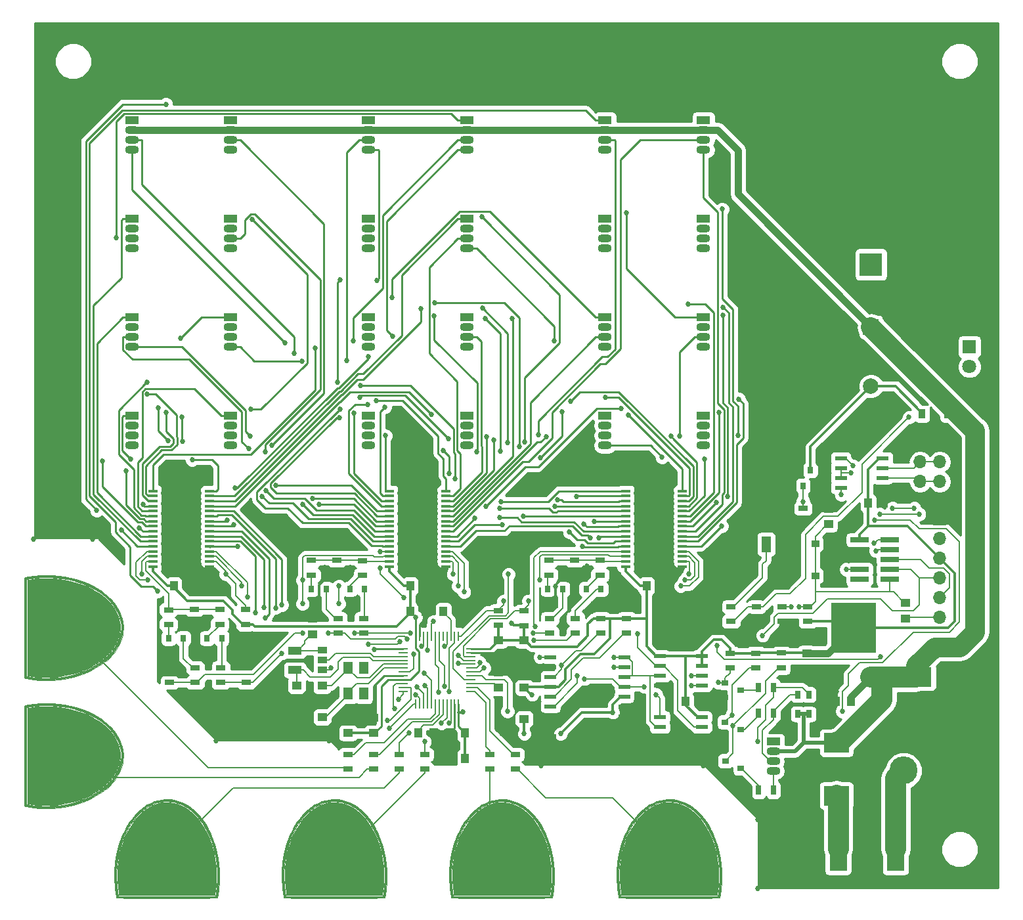
<source format=gbr>
G04 #@! TF.FileFunction,Copper,L1,Top,Signal*
%FSLAX46Y46*%
G04 Gerber Fmt 4.6, Leading zero omitted, Abs format (unit mm)*
G04 Created by KiCad (PCBNEW 4.0.7) date Saturday, March 31, 2018 'PMt' 07:15:42 PM*
%MOMM*%
%LPD*%
G01*
G04 APERTURE LIST*
%ADD10C,0.100000*%
%ADD11C,0.010000*%
%ADD12R,2.300000X5.600000*%
%ADD13C,3.000000*%
%ADD14R,3.000000X3.000000*%
%ADD15R,2.000000X2.000000*%
%ADD16C,2.000000*%
%ADD17R,1.250000X1.000000*%
%ADD18R,1.000000X1.250000*%
%ADD19R,1.800000X1.070000*%
%ADD20O,1.800000X1.070000*%
%ADD21R,2.400000X0.740000*%
%ADD22R,0.800000X0.900000*%
%ADD23R,0.900000X0.800000*%
%ADD24R,1.300000X0.700000*%
%ADD25R,0.700000X1.300000*%
%ADD26R,1.000000X0.900000*%
%ADD27R,1.300000X0.250000*%
%ADD28R,0.250000X1.300000*%
%ADD29R,1.200000X0.400000*%
%ADD30R,5.200000X11.000000*%
%ADD31C,1.330000*%
%ADD32R,4.110000X4.360000*%
%ADD33R,1.200000X2.200000*%
%ADD34R,5.800000X6.400000*%
%ADD35R,2.750000X3.050000*%
%ADD36R,1.550000X0.600000*%
%ADD37C,1.000000*%
%ADD38R,4.000000X2.500000*%
%ADD39R,1.800000X1.000000*%
%ADD40R,1.300000X1.600000*%
%ADD41R,1.300000X2.000000*%
%ADD42R,1.800000X1.800000*%
%ADD43C,1.800000*%
%ADD44R,0.800000X1.000000*%
%ADD45R,1.500000X0.600000*%
%ADD46R,0.900000X1.200000*%
%ADD47R,3.300000X2.500000*%
%ADD48C,3.600000*%
%ADD49R,1.700000X1.700000*%
%ADD50O,1.700000X1.700000*%
%ADD51R,1.270000X0.970000*%
%ADD52C,0.685800*%
%ADD53C,0.300000*%
%ADD54C,0.152400*%
%ADD55C,0.250000*%
%ADD56C,0.200000*%
%ADD57C,0.960000*%
%ADD58C,2.750000*%
%ADD59C,0.500000*%
%ADD60C,2.500000*%
%ADD61C,0.254000*%
G04 APERTURE END LIST*
D10*
D11*
G36*
X106765910Y-112892098D02*
X106691337Y-113370932D01*
X106567623Y-113842052D01*
X106395238Y-114304417D01*
X106174653Y-114756985D01*
X105906337Y-115198714D01*
X105590762Y-115628562D01*
X105228396Y-116045489D01*
X105077965Y-116200881D01*
X104736367Y-116526758D01*
X104387083Y-116824734D01*
X104021698Y-117100754D01*
X103631797Y-117360763D01*
X103208966Y-117610709D01*
X102744789Y-117856538D01*
X102710671Y-117873674D01*
X102054132Y-118175276D01*
X101368123Y-118438249D01*
X100656199Y-118662033D01*
X99921917Y-118846067D01*
X99168832Y-118989790D01*
X98400501Y-119092643D01*
X97620478Y-119154063D01*
X96832320Y-119173490D01*
X96039582Y-119150363D01*
X95245821Y-119084123D01*
X95124008Y-119070089D01*
X94958640Y-119049191D01*
X94784133Y-119025161D01*
X94609826Y-118999481D01*
X94445056Y-118973631D01*
X94299162Y-118949092D01*
X94181481Y-118927346D01*
X94101351Y-118909873D01*
X94084573Y-118905246D01*
X94079974Y-118902110D01*
X94075706Y-118894407D01*
X94071756Y-118880327D01*
X94068111Y-118858062D01*
X94064761Y-118825801D01*
X94061691Y-118781736D01*
X94058891Y-118724057D01*
X94056347Y-118650955D01*
X94054048Y-118560620D01*
X94051981Y-118451244D01*
X94050135Y-118321017D01*
X94048495Y-118168129D01*
X94047052Y-117990772D01*
X94045791Y-117787136D01*
X94044701Y-117555411D01*
X94043770Y-117293789D01*
X94042985Y-117000460D01*
X94042334Y-116673615D01*
X94041805Y-116311444D01*
X94041385Y-115912138D01*
X94041062Y-115473888D01*
X94040824Y-114994885D01*
X94040659Y-114473319D01*
X94040555Y-113907381D01*
X94040498Y-113295261D01*
X94040477Y-112635150D01*
X94040476Y-112406591D01*
X94040488Y-111730255D01*
X94040531Y-111102506D01*
X94040619Y-110521536D01*
X94040763Y-109985534D01*
X94040975Y-109492692D01*
X94041268Y-109041200D01*
X94041655Y-108629249D01*
X94042146Y-108255030D01*
X94042756Y-107916733D01*
X94043495Y-107612549D01*
X94044377Y-107340669D01*
X94045413Y-107099283D01*
X94046616Y-106886583D01*
X94047998Y-106700758D01*
X94049572Y-106539999D01*
X94051349Y-106402498D01*
X94053341Y-106286444D01*
X94055563Y-106190029D01*
X94058024Y-106111443D01*
X94060738Y-106048877D01*
X94063718Y-106000521D01*
X94066974Y-105964567D01*
X94070520Y-105939205D01*
X94074368Y-105922625D01*
X94078530Y-105913019D01*
X94083019Y-105908577D01*
X94084573Y-105907936D01*
X94150081Y-105892220D01*
X94256260Y-105871736D01*
X94393770Y-105847965D01*
X94553274Y-105822389D01*
X94725435Y-105796487D01*
X94900913Y-105771741D01*
X95070372Y-105749632D01*
X95124008Y-105743092D01*
X95512242Y-105700926D01*
X95876581Y-105670874D01*
X96237436Y-105651735D01*
X96615219Y-105642310D01*
X96772590Y-105641361D01*
X96772590Y-105904558D01*
X96414893Y-105913495D01*
X96048256Y-105930810D01*
X95682131Y-105955832D01*
X95325969Y-105987888D01*
X94989221Y-106026306D01*
X94681338Y-106070415D01*
X94411772Y-106119543D01*
X94349156Y-106133049D01*
X94292460Y-106145745D01*
X94292460Y-118667436D01*
X94349156Y-118680133D01*
X94519922Y-118713588D01*
X94732115Y-118747416D01*
X94976787Y-118780615D01*
X95244987Y-118812185D01*
X95527766Y-118841122D01*
X95816173Y-118866425D01*
X96101260Y-118887094D01*
X96302033Y-118898675D01*
X96989323Y-118912600D01*
X97693666Y-118886768D01*
X98407151Y-118822564D01*
X99121865Y-118721376D01*
X99829894Y-118584590D01*
X100523327Y-118413592D01*
X101194250Y-118209768D01*
X101834751Y-117974506D01*
X102024480Y-117896009D01*
X102587936Y-117635193D01*
X103126204Y-117343652D01*
X103636121Y-117023930D01*
X104114524Y-116678571D01*
X104558249Y-116310119D01*
X104964134Y-115921119D01*
X105329014Y-115514115D01*
X105649728Y-115091652D01*
X105805447Y-114854757D01*
X106002396Y-114502468D01*
X106171436Y-114127044D01*
X106310417Y-113736801D01*
X106417187Y-113340055D01*
X106489598Y-112945121D01*
X106525498Y-112560316D01*
X106522739Y-112193956D01*
X106515831Y-112107004D01*
X106447623Y-111622082D01*
X106336268Y-111156160D01*
X106180665Y-110706979D01*
X105979716Y-110272281D01*
X105732321Y-109849809D01*
X105437381Y-109437303D01*
X105093796Y-109032507D01*
X104939335Y-108868989D01*
X104489060Y-108441655D01*
X103999996Y-108045109D01*
X103473723Y-107679975D01*
X102911822Y-107346872D01*
X102315873Y-107046422D01*
X101687457Y-106779247D01*
X101028154Y-106545968D01*
X100339546Y-106347205D01*
X99623212Y-106183582D01*
X98880733Y-106055718D01*
X98113689Y-105964235D01*
X97423363Y-105914506D01*
X97111897Y-105904671D01*
X96772590Y-105904558D01*
X96772590Y-105641361D01*
X96862698Y-105640817D01*
X97663486Y-105662435D01*
X98452962Y-105726819D01*
X99227951Y-105833264D01*
X99985279Y-105981065D01*
X100721772Y-106169518D01*
X101434255Y-106397916D01*
X102119555Y-106665556D01*
X102710671Y-106939507D01*
X103178045Y-107185270D01*
X103603486Y-107434736D01*
X103995410Y-107693852D01*
X104362231Y-107968562D01*
X104712364Y-108264815D01*
X105054225Y-108588554D01*
X105077965Y-108612301D01*
X105458052Y-109024025D01*
X105791528Y-109449068D01*
X106077924Y-109886389D01*
X106316769Y-110334945D01*
X106507592Y-110793696D01*
X106649925Y-111261600D01*
X106743295Y-111737615D01*
X106787235Y-112220700D01*
X106790873Y-112406591D01*
X106765910Y-112892098D01*
X106765910Y-112892098D01*
G37*
X106765910Y-112892098D02*
X106691337Y-113370932D01*
X106567623Y-113842052D01*
X106395238Y-114304417D01*
X106174653Y-114756985D01*
X105906337Y-115198714D01*
X105590762Y-115628562D01*
X105228396Y-116045489D01*
X105077965Y-116200881D01*
X104736367Y-116526758D01*
X104387083Y-116824734D01*
X104021698Y-117100754D01*
X103631797Y-117360763D01*
X103208966Y-117610709D01*
X102744789Y-117856538D01*
X102710671Y-117873674D01*
X102054132Y-118175276D01*
X101368123Y-118438249D01*
X100656199Y-118662033D01*
X99921917Y-118846067D01*
X99168832Y-118989790D01*
X98400501Y-119092643D01*
X97620478Y-119154063D01*
X96832320Y-119173490D01*
X96039582Y-119150363D01*
X95245821Y-119084123D01*
X95124008Y-119070089D01*
X94958640Y-119049191D01*
X94784133Y-119025161D01*
X94609826Y-118999481D01*
X94445056Y-118973631D01*
X94299162Y-118949092D01*
X94181481Y-118927346D01*
X94101351Y-118909873D01*
X94084573Y-118905246D01*
X94079974Y-118902110D01*
X94075706Y-118894407D01*
X94071756Y-118880327D01*
X94068111Y-118858062D01*
X94064761Y-118825801D01*
X94061691Y-118781736D01*
X94058891Y-118724057D01*
X94056347Y-118650955D01*
X94054048Y-118560620D01*
X94051981Y-118451244D01*
X94050135Y-118321017D01*
X94048495Y-118168129D01*
X94047052Y-117990772D01*
X94045791Y-117787136D01*
X94044701Y-117555411D01*
X94043770Y-117293789D01*
X94042985Y-117000460D01*
X94042334Y-116673615D01*
X94041805Y-116311444D01*
X94041385Y-115912138D01*
X94041062Y-115473888D01*
X94040824Y-114994885D01*
X94040659Y-114473319D01*
X94040555Y-113907381D01*
X94040498Y-113295261D01*
X94040477Y-112635150D01*
X94040476Y-112406591D01*
X94040488Y-111730255D01*
X94040531Y-111102506D01*
X94040619Y-110521536D01*
X94040763Y-109985534D01*
X94040975Y-109492692D01*
X94041268Y-109041200D01*
X94041655Y-108629249D01*
X94042146Y-108255030D01*
X94042756Y-107916733D01*
X94043495Y-107612549D01*
X94044377Y-107340669D01*
X94045413Y-107099283D01*
X94046616Y-106886583D01*
X94047998Y-106700758D01*
X94049572Y-106539999D01*
X94051349Y-106402498D01*
X94053341Y-106286444D01*
X94055563Y-106190029D01*
X94058024Y-106111443D01*
X94060738Y-106048877D01*
X94063718Y-106000521D01*
X94066974Y-105964567D01*
X94070520Y-105939205D01*
X94074368Y-105922625D01*
X94078530Y-105913019D01*
X94083019Y-105908577D01*
X94084573Y-105907936D01*
X94150081Y-105892220D01*
X94256260Y-105871736D01*
X94393770Y-105847965D01*
X94553274Y-105822389D01*
X94725435Y-105796487D01*
X94900913Y-105771741D01*
X95070372Y-105749632D01*
X95124008Y-105743092D01*
X95512242Y-105700926D01*
X95876581Y-105670874D01*
X96237436Y-105651735D01*
X96615219Y-105642310D01*
X96772590Y-105641361D01*
X96772590Y-105904558D01*
X96414893Y-105913495D01*
X96048256Y-105930810D01*
X95682131Y-105955832D01*
X95325969Y-105987888D01*
X94989221Y-106026306D01*
X94681338Y-106070415D01*
X94411772Y-106119543D01*
X94349156Y-106133049D01*
X94292460Y-106145745D01*
X94292460Y-118667436D01*
X94349156Y-118680133D01*
X94519922Y-118713588D01*
X94732115Y-118747416D01*
X94976787Y-118780615D01*
X95244987Y-118812185D01*
X95527766Y-118841122D01*
X95816173Y-118866425D01*
X96101260Y-118887094D01*
X96302033Y-118898675D01*
X96989323Y-118912600D01*
X97693666Y-118886768D01*
X98407151Y-118822564D01*
X99121865Y-118721376D01*
X99829894Y-118584590D01*
X100523327Y-118413592D01*
X101194250Y-118209768D01*
X101834751Y-117974506D01*
X102024480Y-117896009D01*
X102587936Y-117635193D01*
X103126204Y-117343652D01*
X103636121Y-117023930D01*
X104114524Y-116678571D01*
X104558249Y-116310119D01*
X104964134Y-115921119D01*
X105329014Y-115514115D01*
X105649728Y-115091652D01*
X105805447Y-114854757D01*
X106002396Y-114502468D01*
X106171436Y-114127044D01*
X106310417Y-113736801D01*
X106417187Y-113340055D01*
X106489598Y-112945121D01*
X106525498Y-112560316D01*
X106522739Y-112193956D01*
X106515831Y-112107004D01*
X106447623Y-111622082D01*
X106336268Y-111156160D01*
X106180665Y-110706979D01*
X105979716Y-110272281D01*
X105732321Y-109849809D01*
X105437381Y-109437303D01*
X105093796Y-109032507D01*
X104939335Y-108868989D01*
X104489060Y-108441655D01*
X103999996Y-108045109D01*
X103473723Y-107679975D01*
X102911822Y-107346872D01*
X102315873Y-107046422D01*
X101687457Y-106779247D01*
X101028154Y-106545968D01*
X100339546Y-106347205D01*
X99623212Y-106183582D01*
X98880733Y-106055718D01*
X98113689Y-105964235D01*
X97423363Y-105914506D01*
X97111897Y-105904671D01*
X96772590Y-105904558D01*
X96772590Y-105641361D01*
X96862698Y-105640817D01*
X97663486Y-105662435D01*
X98452962Y-105726819D01*
X99227951Y-105833264D01*
X99985279Y-105981065D01*
X100721772Y-106169518D01*
X101434255Y-106397916D01*
X102119555Y-106665556D01*
X102710671Y-106939507D01*
X103178045Y-107185270D01*
X103603486Y-107434736D01*
X103995410Y-107693852D01*
X104362231Y-107968562D01*
X104712364Y-108264815D01*
X105054225Y-108588554D01*
X105077965Y-108612301D01*
X105458052Y-109024025D01*
X105791528Y-109449068D01*
X106077924Y-109886389D01*
X106316769Y-110334945D01*
X106507592Y-110793696D01*
X106649925Y-111261600D01*
X106743295Y-111737615D01*
X106787235Y-112220700D01*
X106790873Y-112406591D01*
X106765910Y-112892098D01*
G36*
X106390763Y-112712493D02*
X106319862Y-113189874D01*
X106204478Y-113650486D01*
X106043742Y-114096048D01*
X105836785Y-114528279D01*
X105582739Y-114948898D01*
X105280734Y-115359626D01*
X104929902Y-115762181D01*
X104762641Y-115934369D01*
X104309097Y-116351987D01*
X103815901Y-116739294D01*
X103284094Y-117095707D01*
X102714718Y-117420642D01*
X102108815Y-117713517D01*
X101467426Y-117973750D01*
X100791593Y-118200758D01*
X100620342Y-118251396D01*
X99815413Y-118457628D01*
X99006237Y-118614046D01*
X98194030Y-118720574D01*
X97380009Y-118777138D01*
X96565390Y-118783660D01*
X95751390Y-118740064D01*
X94939226Y-118646276D01*
X94751784Y-118617431D01*
X94632954Y-118598431D01*
X94533261Y-118582769D01*
X94462644Y-118571987D01*
X94431044Y-118567628D01*
X94430504Y-118567603D01*
X94429421Y-118542764D01*
X94428364Y-118469686D01*
X94427338Y-118350526D01*
X94426346Y-118187442D01*
X94425393Y-117982591D01*
X94424483Y-117738130D01*
X94423620Y-117456218D01*
X94422809Y-117139012D01*
X94422053Y-116788669D01*
X94421357Y-116407346D01*
X94420726Y-115997202D01*
X94420162Y-115560394D01*
X94419671Y-115099079D01*
X94419257Y-114615414D01*
X94418924Y-114111558D01*
X94418677Y-113589668D01*
X94418518Y-113051901D01*
X94418453Y-112500415D01*
X94418452Y-112406591D01*
X94418501Y-111853012D01*
X94418644Y-111312790D01*
X94418877Y-110788082D01*
X94419196Y-110281046D01*
X94419596Y-109793840D01*
X94420075Y-109328620D01*
X94420626Y-108887544D01*
X94421247Y-108472771D01*
X94421932Y-108086457D01*
X94422678Y-107730759D01*
X94423480Y-107407836D01*
X94424335Y-107119845D01*
X94425237Y-106868943D01*
X94426183Y-106657288D01*
X94427169Y-106487038D01*
X94428190Y-106360349D01*
X94429241Y-106279380D01*
X94430320Y-106246288D01*
X94430504Y-106245579D01*
X94458594Y-106241793D01*
X94526487Y-106231463D01*
X94624244Y-106216131D01*
X94741922Y-106197339D01*
X94751784Y-106195751D01*
X95519652Y-106093815D01*
X96280605Y-106037271D01*
X97040876Y-106026136D01*
X97806699Y-106060431D01*
X98584307Y-106140173D01*
X99053430Y-106208917D01*
X99645577Y-106319390D01*
X100234692Y-106457219D01*
X100813020Y-106619859D01*
X101372801Y-106804766D01*
X101906281Y-107009396D01*
X102405701Y-107231204D01*
X102823590Y-107445587D01*
X103037675Y-107569268D01*
X103274027Y-107715493D01*
X103519291Y-107875340D01*
X103760111Y-108039885D01*
X103983132Y-108200208D01*
X104174998Y-108347385D01*
X104182681Y-108353553D01*
X104568322Y-108687214D01*
X104925012Y-109043126D01*
X105249210Y-109416556D01*
X105537374Y-109802773D01*
X105785959Y-110197046D01*
X105991424Y-110594644D01*
X106144176Y-110973225D01*
X106256031Y-111343016D01*
X106337616Y-111715254D01*
X106387541Y-112080137D01*
X106404416Y-112427861D01*
X106390763Y-112712493D01*
X106390763Y-112712493D01*
G37*
X106390763Y-112712493D02*
X106319862Y-113189874D01*
X106204478Y-113650486D01*
X106043742Y-114096048D01*
X105836785Y-114528279D01*
X105582739Y-114948898D01*
X105280734Y-115359626D01*
X104929902Y-115762181D01*
X104762641Y-115934369D01*
X104309097Y-116351987D01*
X103815901Y-116739294D01*
X103284094Y-117095707D01*
X102714718Y-117420642D01*
X102108815Y-117713517D01*
X101467426Y-117973750D01*
X100791593Y-118200758D01*
X100620342Y-118251396D01*
X99815413Y-118457628D01*
X99006237Y-118614046D01*
X98194030Y-118720574D01*
X97380009Y-118777138D01*
X96565390Y-118783660D01*
X95751390Y-118740064D01*
X94939226Y-118646276D01*
X94751784Y-118617431D01*
X94632954Y-118598431D01*
X94533261Y-118582769D01*
X94462644Y-118571987D01*
X94431044Y-118567628D01*
X94430504Y-118567603D01*
X94429421Y-118542764D01*
X94428364Y-118469686D01*
X94427338Y-118350526D01*
X94426346Y-118187442D01*
X94425393Y-117982591D01*
X94424483Y-117738130D01*
X94423620Y-117456218D01*
X94422809Y-117139012D01*
X94422053Y-116788669D01*
X94421357Y-116407346D01*
X94420726Y-115997202D01*
X94420162Y-115560394D01*
X94419671Y-115099079D01*
X94419257Y-114615414D01*
X94418924Y-114111558D01*
X94418677Y-113589668D01*
X94418518Y-113051901D01*
X94418453Y-112500415D01*
X94418452Y-112406591D01*
X94418501Y-111853012D01*
X94418644Y-111312790D01*
X94418877Y-110788082D01*
X94419196Y-110281046D01*
X94419596Y-109793840D01*
X94420075Y-109328620D01*
X94420626Y-108887544D01*
X94421247Y-108472771D01*
X94421932Y-108086457D01*
X94422678Y-107730759D01*
X94423480Y-107407836D01*
X94424335Y-107119845D01*
X94425237Y-106868943D01*
X94426183Y-106657288D01*
X94427169Y-106487038D01*
X94428190Y-106360349D01*
X94429241Y-106279380D01*
X94430320Y-106246288D01*
X94430504Y-106245579D01*
X94458594Y-106241793D01*
X94526487Y-106231463D01*
X94624244Y-106216131D01*
X94741922Y-106197339D01*
X94751784Y-106195751D01*
X95519652Y-106093815D01*
X96280605Y-106037271D01*
X97040876Y-106026136D01*
X97806699Y-106060431D01*
X98584307Y-106140173D01*
X99053430Y-106208917D01*
X99645577Y-106319390D01*
X100234692Y-106457219D01*
X100813020Y-106619859D01*
X101372801Y-106804766D01*
X101906281Y-107009396D01*
X102405701Y-107231204D01*
X102823590Y-107445587D01*
X103037675Y-107569268D01*
X103274027Y-107715493D01*
X103519291Y-107875340D01*
X103760111Y-108039885D01*
X103983132Y-108200208D01*
X104174998Y-108347385D01*
X104182681Y-108353553D01*
X104568322Y-108687214D01*
X104925012Y-109043126D01*
X105249210Y-109416556D01*
X105537374Y-109802773D01*
X105785959Y-110197046D01*
X105991424Y-110594644D01*
X106144176Y-110973225D01*
X106256031Y-111343016D01*
X106337616Y-111715254D01*
X106387541Y-112080137D01*
X106404416Y-112427861D01*
X106390763Y-112712493D01*
G36*
X106765910Y-129402098D02*
X106691337Y-129880932D01*
X106567623Y-130352052D01*
X106395238Y-130814417D01*
X106174653Y-131266985D01*
X105906337Y-131708714D01*
X105590762Y-132138562D01*
X105228396Y-132555489D01*
X105077965Y-132710881D01*
X104736367Y-133036758D01*
X104387083Y-133334734D01*
X104021698Y-133610754D01*
X103631797Y-133870763D01*
X103208966Y-134120709D01*
X102744789Y-134366538D01*
X102710671Y-134383674D01*
X102054132Y-134685276D01*
X101368123Y-134948249D01*
X100656199Y-135172033D01*
X99921917Y-135356067D01*
X99168832Y-135499790D01*
X98400501Y-135602643D01*
X97620478Y-135664063D01*
X96832320Y-135683490D01*
X96039582Y-135660363D01*
X95245821Y-135594123D01*
X95124008Y-135580089D01*
X94958640Y-135559191D01*
X94784133Y-135535161D01*
X94609826Y-135509481D01*
X94445056Y-135483631D01*
X94299162Y-135459092D01*
X94181481Y-135437346D01*
X94101351Y-135419873D01*
X94084573Y-135415246D01*
X94079974Y-135412110D01*
X94075706Y-135404407D01*
X94071756Y-135390327D01*
X94068111Y-135368062D01*
X94064761Y-135335801D01*
X94061691Y-135291736D01*
X94058891Y-135234057D01*
X94056347Y-135160955D01*
X94054048Y-135070620D01*
X94051981Y-134961244D01*
X94050135Y-134831017D01*
X94048495Y-134678129D01*
X94047052Y-134500772D01*
X94045791Y-134297136D01*
X94044701Y-134065411D01*
X94043770Y-133803789D01*
X94042985Y-133510460D01*
X94042334Y-133183615D01*
X94041805Y-132821444D01*
X94041385Y-132422138D01*
X94041062Y-131983888D01*
X94040824Y-131504885D01*
X94040659Y-130983319D01*
X94040555Y-130417381D01*
X94040498Y-129805261D01*
X94040477Y-129145150D01*
X94040476Y-128916591D01*
X94040488Y-128240255D01*
X94040531Y-127612506D01*
X94040619Y-127031536D01*
X94040763Y-126495534D01*
X94040975Y-126002692D01*
X94041268Y-125551200D01*
X94041655Y-125139249D01*
X94042146Y-124765030D01*
X94042756Y-124426733D01*
X94043495Y-124122549D01*
X94044377Y-123850669D01*
X94045413Y-123609283D01*
X94046616Y-123396583D01*
X94047998Y-123210758D01*
X94049572Y-123049999D01*
X94051349Y-122912498D01*
X94053341Y-122796444D01*
X94055563Y-122700029D01*
X94058024Y-122621443D01*
X94060738Y-122558877D01*
X94063718Y-122510521D01*
X94066974Y-122474567D01*
X94070520Y-122449205D01*
X94074368Y-122432625D01*
X94078530Y-122423019D01*
X94083019Y-122418577D01*
X94084573Y-122417936D01*
X94150081Y-122402220D01*
X94256260Y-122381736D01*
X94393770Y-122357965D01*
X94553274Y-122332389D01*
X94725435Y-122306487D01*
X94900913Y-122281741D01*
X95070372Y-122259632D01*
X95124008Y-122253092D01*
X95512242Y-122210926D01*
X95876581Y-122180874D01*
X96237436Y-122161735D01*
X96615219Y-122152310D01*
X96772590Y-122151361D01*
X96772590Y-122414558D01*
X96414893Y-122423495D01*
X96048256Y-122440810D01*
X95682131Y-122465832D01*
X95325969Y-122497888D01*
X94989221Y-122536306D01*
X94681338Y-122580415D01*
X94411772Y-122629543D01*
X94349156Y-122643049D01*
X94292460Y-122655745D01*
X94292460Y-135177436D01*
X94349156Y-135190133D01*
X94519922Y-135223588D01*
X94732115Y-135257416D01*
X94976787Y-135290615D01*
X95244987Y-135322185D01*
X95527766Y-135351122D01*
X95816173Y-135376425D01*
X96101260Y-135397094D01*
X96302033Y-135408675D01*
X96989323Y-135422600D01*
X97693666Y-135396768D01*
X98407151Y-135332564D01*
X99121865Y-135231376D01*
X99829894Y-135094590D01*
X100523327Y-134923592D01*
X101194250Y-134719768D01*
X101834751Y-134484506D01*
X102024480Y-134406009D01*
X102587936Y-134145193D01*
X103126204Y-133853652D01*
X103636121Y-133533930D01*
X104114524Y-133188571D01*
X104558249Y-132820119D01*
X104964134Y-132431119D01*
X105329014Y-132024115D01*
X105649728Y-131601652D01*
X105805447Y-131364757D01*
X106002396Y-131012468D01*
X106171436Y-130637044D01*
X106310417Y-130246801D01*
X106417187Y-129850055D01*
X106489598Y-129455121D01*
X106525498Y-129070316D01*
X106522739Y-128703956D01*
X106515831Y-128617004D01*
X106447623Y-128132082D01*
X106336268Y-127666160D01*
X106180665Y-127216979D01*
X105979716Y-126782281D01*
X105732321Y-126359809D01*
X105437381Y-125947303D01*
X105093796Y-125542507D01*
X104939335Y-125378989D01*
X104489060Y-124951655D01*
X103999996Y-124555109D01*
X103473723Y-124189975D01*
X102911822Y-123856872D01*
X102315873Y-123556422D01*
X101687457Y-123289247D01*
X101028154Y-123055968D01*
X100339546Y-122857205D01*
X99623212Y-122693582D01*
X98880733Y-122565718D01*
X98113689Y-122474235D01*
X97423363Y-122424506D01*
X97111897Y-122414671D01*
X96772590Y-122414558D01*
X96772590Y-122151361D01*
X96862698Y-122150817D01*
X97663486Y-122172435D01*
X98452962Y-122236819D01*
X99227951Y-122343264D01*
X99985279Y-122491065D01*
X100721772Y-122679518D01*
X101434255Y-122907916D01*
X102119555Y-123175556D01*
X102710671Y-123449507D01*
X103178045Y-123695270D01*
X103603486Y-123944736D01*
X103995410Y-124203852D01*
X104362231Y-124478562D01*
X104712364Y-124774815D01*
X105054225Y-125098554D01*
X105077965Y-125122301D01*
X105458052Y-125534025D01*
X105791528Y-125959068D01*
X106077924Y-126396389D01*
X106316769Y-126844945D01*
X106507592Y-127303696D01*
X106649925Y-127771600D01*
X106743295Y-128247615D01*
X106787235Y-128730700D01*
X106790873Y-128916591D01*
X106765910Y-129402098D01*
X106765910Y-129402098D01*
G37*
X106765910Y-129402098D02*
X106691337Y-129880932D01*
X106567623Y-130352052D01*
X106395238Y-130814417D01*
X106174653Y-131266985D01*
X105906337Y-131708714D01*
X105590762Y-132138562D01*
X105228396Y-132555489D01*
X105077965Y-132710881D01*
X104736367Y-133036758D01*
X104387083Y-133334734D01*
X104021698Y-133610754D01*
X103631797Y-133870763D01*
X103208966Y-134120709D01*
X102744789Y-134366538D01*
X102710671Y-134383674D01*
X102054132Y-134685276D01*
X101368123Y-134948249D01*
X100656199Y-135172033D01*
X99921917Y-135356067D01*
X99168832Y-135499790D01*
X98400501Y-135602643D01*
X97620478Y-135664063D01*
X96832320Y-135683490D01*
X96039582Y-135660363D01*
X95245821Y-135594123D01*
X95124008Y-135580089D01*
X94958640Y-135559191D01*
X94784133Y-135535161D01*
X94609826Y-135509481D01*
X94445056Y-135483631D01*
X94299162Y-135459092D01*
X94181481Y-135437346D01*
X94101351Y-135419873D01*
X94084573Y-135415246D01*
X94079974Y-135412110D01*
X94075706Y-135404407D01*
X94071756Y-135390327D01*
X94068111Y-135368062D01*
X94064761Y-135335801D01*
X94061691Y-135291736D01*
X94058891Y-135234057D01*
X94056347Y-135160955D01*
X94054048Y-135070620D01*
X94051981Y-134961244D01*
X94050135Y-134831017D01*
X94048495Y-134678129D01*
X94047052Y-134500772D01*
X94045791Y-134297136D01*
X94044701Y-134065411D01*
X94043770Y-133803789D01*
X94042985Y-133510460D01*
X94042334Y-133183615D01*
X94041805Y-132821444D01*
X94041385Y-132422138D01*
X94041062Y-131983888D01*
X94040824Y-131504885D01*
X94040659Y-130983319D01*
X94040555Y-130417381D01*
X94040498Y-129805261D01*
X94040477Y-129145150D01*
X94040476Y-128916591D01*
X94040488Y-128240255D01*
X94040531Y-127612506D01*
X94040619Y-127031536D01*
X94040763Y-126495534D01*
X94040975Y-126002692D01*
X94041268Y-125551200D01*
X94041655Y-125139249D01*
X94042146Y-124765030D01*
X94042756Y-124426733D01*
X94043495Y-124122549D01*
X94044377Y-123850669D01*
X94045413Y-123609283D01*
X94046616Y-123396583D01*
X94047998Y-123210758D01*
X94049572Y-123049999D01*
X94051349Y-122912498D01*
X94053341Y-122796444D01*
X94055563Y-122700029D01*
X94058024Y-122621443D01*
X94060738Y-122558877D01*
X94063718Y-122510521D01*
X94066974Y-122474567D01*
X94070520Y-122449205D01*
X94074368Y-122432625D01*
X94078530Y-122423019D01*
X94083019Y-122418577D01*
X94084573Y-122417936D01*
X94150081Y-122402220D01*
X94256260Y-122381736D01*
X94393770Y-122357965D01*
X94553274Y-122332389D01*
X94725435Y-122306487D01*
X94900913Y-122281741D01*
X95070372Y-122259632D01*
X95124008Y-122253092D01*
X95512242Y-122210926D01*
X95876581Y-122180874D01*
X96237436Y-122161735D01*
X96615219Y-122152310D01*
X96772590Y-122151361D01*
X96772590Y-122414558D01*
X96414893Y-122423495D01*
X96048256Y-122440810D01*
X95682131Y-122465832D01*
X95325969Y-122497888D01*
X94989221Y-122536306D01*
X94681338Y-122580415D01*
X94411772Y-122629543D01*
X94349156Y-122643049D01*
X94292460Y-122655745D01*
X94292460Y-135177436D01*
X94349156Y-135190133D01*
X94519922Y-135223588D01*
X94732115Y-135257416D01*
X94976787Y-135290615D01*
X95244987Y-135322185D01*
X95527766Y-135351122D01*
X95816173Y-135376425D01*
X96101260Y-135397094D01*
X96302033Y-135408675D01*
X96989323Y-135422600D01*
X97693666Y-135396768D01*
X98407151Y-135332564D01*
X99121865Y-135231376D01*
X99829894Y-135094590D01*
X100523327Y-134923592D01*
X101194250Y-134719768D01*
X101834751Y-134484506D01*
X102024480Y-134406009D01*
X102587936Y-134145193D01*
X103126204Y-133853652D01*
X103636121Y-133533930D01*
X104114524Y-133188571D01*
X104558249Y-132820119D01*
X104964134Y-132431119D01*
X105329014Y-132024115D01*
X105649728Y-131601652D01*
X105805447Y-131364757D01*
X106002396Y-131012468D01*
X106171436Y-130637044D01*
X106310417Y-130246801D01*
X106417187Y-129850055D01*
X106489598Y-129455121D01*
X106525498Y-129070316D01*
X106522739Y-128703956D01*
X106515831Y-128617004D01*
X106447623Y-128132082D01*
X106336268Y-127666160D01*
X106180665Y-127216979D01*
X105979716Y-126782281D01*
X105732321Y-126359809D01*
X105437381Y-125947303D01*
X105093796Y-125542507D01*
X104939335Y-125378989D01*
X104489060Y-124951655D01*
X103999996Y-124555109D01*
X103473723Y-124189975D01*
X102911822Y-123856872D01*
X102315873Y-123556422D01*
X101687457Y-123289247D01*
X101028154Y-123055968D01*
X100339546Y-122857205D01*
X99623212Y-122693582D01*
X98880733Y-122565718D01*
X98113689Y-122474235D01*
X97423363Y-122424506D01*
X97111897Y-122414671D01*
X96772590Y-122414558D01*
X96772590Y-122151361D01*
X96862698Y-122150817D01*
X97663486Y-122172435D01*
X98452962Y-122236819D01*
X99227951Y-122343264D01*
X99985279Y-122491065D01*
X100721772Y-122679518D01*
X101434255Y-122907916D01*
X102119555Y-123175556D01*
X102710671Y-123449507D01*
X103178045Y-123695270D01*
X103603486Y-123944736D01*
X103995410Y-124203852D01*
X104362231Y-124478562D01*
X104712364Y-124774815D01*
X105054225Y-125098554D01*
X105077965Y-125122301D01*
X105458052Y-125534025D01*
X105791528Y-125959068D01*
X106077924Y-126396389D01*
X106316769Y-126844945D01*
X106507592Y-127303696D01*
X106649925Y-127771600D01*
X106743295Y-128247615D01*
X106787235Y-128730700D01*
X106790873Y-128916591D01*
X106765910Y-129402098D01*
G36*
X106390763Y-129222493D02*
X106319862Y-129699874D01*
X106204478Y-130160486D01*
X106043742Y-130606048D01*
X105836785Y-131038279D01*
X105582739Y-131458898D01*
X105280734Y-131869626D01*
X104929902Y-132272181D01*
X104762641Y-132444369D01*
X104309097Y-132861987D01*
X103815901Y-133249294D01*
X103284094Y-133605707D01*
X102714718Y-133930642D01*
X102108815Y-134223517D01*
X101467426Y-134483750D01*
X100791593Y-134710758D01*
X100620342Y-134761396D01*
X99815413Y-134967628D01*
X99006237Y-135124046D01*
X98194030Y-135230574D01*
X97380009Y-135287138D01*
X96565390Y-135293660D01*
X95751390Y-135250064D01*
X94939226Y-135156276D01*
X94751784Y-135127431D01*
X94632954Y-135108431D01*
X94533261Y-135092769D01*
X94462644Y-135081987D01*
X94431044Y-135077628D01*
X94430504Y-135077603D01*
X94429421Y-135052764D01*
X94428364Y-134979686D01*
X94427338Y-134860526D01*
X94426346Y-134697442D01*
X94425393Y-134492591D01*
X94424483Y-134248130D01*
X94423620Y-133966218D01*
X94422809Y-133649012D01*
X94422053Y-133298669D01*
X94421357Y-132917346D01*
X94420726Y-132507202D01*
X94420162Y-132070394D01*
X94419671Y-131609079D01*
X94419257Y-131125414D01*
X94418924Y-130621558D01*
X94418677Y-130099668D01*
X94418518Y-129561901D01*
X94418453Y-129010415D01*
X94418452Y-128916591D01*
X94418501Y-128363012D01*
X94418644Y-127822790D01*
X94418877Y-127298082D01*
X94419196Y-126791046D01*
X94419596Y-126303840D01*
X94420075Y-125838620D01*
X94420626Y-125397544D01*
X94421247Y-124982771D01*
X94421932Y-124596457D01*
X94422678Y-124240759D01*
X94423480Y-123917836D01*
X94424335Y-123629845D01*
X94425237Y-123378943D01*
X94426183Y-123167288D01*
X94427169Y-122997038D01*
X94428190Y-122870349D01*
X94429241Y-122789380D01*
X94430320Y-122756288D01*
X94430504Y-122755579D01*
X94458594Y-122751793D01*
X94526487Y-122741463D01*
X94624244Y-122726131D01*
X94741922Y-122707339D01*
X94751784Y-122705751D01*
X95519652Y-122603815D01*
X96280605Y-122547271D01*
X97040876Y-122536136D01*
X97806699Y-122570431D01*
X98584307Y-122650173D01*
X99053430Y-122718917D01*
X99645577Y-122829390D01*
X100234692Y-122967219D01*
X100813020Y-123129859D01*
X101372801Y-123314766D01*
X101906281Y-123519396D01*
X102405701Y-123741204D01*
X102823590Y-123955587D01*
X103037675Y-124079268D01*
X103274027Y-124225493D01*
X103519291Y-124385340D01*
X103760111Y-124549885D01*
X103983132Y-124710208D01*
X104174998Y-124857385D01*
X104182681Y-124863553D01*
X104568322Y-125197214D01*
X104925012Y-125553126D01*
X105249210Y-125926556D01*
X105537374Y-126312773D01*
X105785959Y-126707046D01*
X105991424Y-127104644D01*
X106144176Y-127483225D01*
X106256031Y-127853016D01*
X106337616Y-128225254D01*
X106387541Y-128590137D01*
X106404416Y-128937861D01*
X106390763Y-129222493D01*
X106390763Y-129222493D01*
G37*
X106390763Y-129222493D02*
X106319862Y-129699874D01*
X106204478Y-130160486D01*
X106043742Y-130606048D01*
X105836785Y-131038279D01*
X105582739Y-131458898D01*
X105280734Y-131869626D01*
X104929902Y-132272181D01*
X104762641Y-132444369D01*
X104309097Y-132861987D01*
X103815901Y-133249294D01*
X103284094Y-133605707D01*
X102714718Y-133930642D01*
X102108815Y-134223517D01*
X101467426Y-134483750D01*
X100791593Y-134710758D01*
X100620342Y-134761396D01*
X99815413Y-134967628D01*
X99006237Y-135124046D01*
X98194030Y-135230574D01*
X97380009Y-135287138D01*
X96565390Y-135293660D01*
X95751390Y-135250064D01*
X94939226Y-135156276D01*
X94751784Y-135127431D01*
X94632954Y-135108431D01*
X94533261Y-135092769D01*
X94462644Y-135081987D01*
X94431044Y-135077628D01*
X94430504Y-135077603D01*
X94429421Y-135052764D01*
X94428364Y-134979686D01*
X94427338Y-134860526D01*
X94426346Y-134697442D01*
X94425393Y-134492591D01*
X94424483Y-134248130D01*
X94423620Y-133966218D01*
X94422809Y-133649012D01*
X94422053Y-133298669D01*
X94421357Y-132917346D01*
X94420726Y-132507202D01*
X94420162Y-132070394D01*
X94419671Y-131609079D01*
X94419257Y-131125414D01*
X94418924Y-130621558D01*
X94418677Y-130099668D01*
X94418518Y-129561901D01*
X94418453Y-129010415D01*
X94418452Y-128916591D01*
X94418501Y-128363012D01*
X94418644Y-127822790D01*
X94418877Y-127298082D01*
X94419196Y-126791046D01*
X94419596Y-126303840D01*
X94420075Y-125838620D01*
X94420626Y-125397544D01*
X94421247Y-124982771D01*
X94421932Y-124596457D01*
X94422678Y-124240759D01*
X94423480Y-123917836D01*
X94424335Y-123629845D01*
X94425237Y-123378943D01*
X94426183Y-123167288D01*
X94427169Y-122997038D01*
X94428190Y-122870349D01*
X94429241Y-122789380D01*
X94430320Y-122756288D01*
X94430504Y-122755579D01*
X94458594Y-122751793D01*
X94526487Y-122741463D01*
X94624244Y-122726131D01*
X94741922Y-122707339D01*
X94751784Y-122705751D01*
X95519652Y-122603815D01*
X96280605Y-122547271D01*
X97040876Y-122536136D01*
X97806699Y-122570431D01*
X98584307Y-122650173D01*
X99053430Y-122718917D01*
X99645577Y-122829390D01*
X100234692Y-122967219D01*
X100813020Y-123129859D01*
X101372801Y-123314766D01*
X101906281Y-123519396D01*
X102405701Y-123741204D01*
X102823590Y-123955587D01*
X103037675Y-124079268D01*
X103274027Y-124225493D01*
X103519291Y-124385340D01*
X103760111Y-124549885D01*
X103983132Y-124710208D01*
X104174998Y-124857385D01*
X104182681Y-124863553D01*
X104568322Y-125197214D01*
X104925012Y-125553126D01*
X105249210Y-125926556D01*
X105537374Y-126312773D01*
X105785959Y-126707046D01*
X105991424Y-127104644D01*
X106144176Y-127483225D01*
X106256031Y-127853016D01*
X106337616Y-128225254D01*
X106387541Y-128590137D01*
X106404416Y-128937861D01*
X106390763Y-129222493D01*
G36*
X112892098Y-134534090D02*
X113370932Y-134608663D01*
X113842052Y-134732377D01*
X114304417Y-134904762D01*
X114756985Y-135125347D01*
X115198714Y-135393663D01*
X115628562Y-135709238D01*
X116045489Y-136071604D01*
X116200881Y-136222035D01*
X116526758Y-136563633D01*
X116824734Y-136912917D01*
X117100754Y-137278302D01*
X117360763Y-137668203D01*
X117610709Y-138091034D01*
X117856538Y-138555211D01*
X117873674Y-138589329D01*
X118175276Y-139245868D01*
X118438249Y-139931877D01*
X118662033Y-140643801D01*
X118846067Y-141378083D01*
X118989790Y-142131168D01*
X119092643Y-142899499D01*
X119154063Y-143679522D01*
X119173490Y-144467680D01*
X119150363Y-145260418D01*
X119084123Y-146054179D01*
X119070089Y-146175992D01*
X119049191Y-146341360D01*
X119025161Y-146515867D01*
X118999481Y-146690174D01*
X118973631Y-146854944D01*
X118949092Y-147000838D01*
X118927346Y-147118519D01*
X118909873Y-147198649D01*
X118905246Y-147215427D01*
X118902110Y-147220026D01*
X118894407Y-147224294D01*
X118880327Y-147228244D01*
X118858062Y-147231889D01*
X118825801Y-147235239D01*
X118781736Y-147238309D01*
X118724057Y-147241109D01*
X118650955Y-147243653D01*
X118560620Y-147245952D01*
X118451244Y-147248019D01*
X118321017Y-147249865D01*
X118168129Y-147251505D01*
X117990772Y-147252948D01*
X117787136Y-147254209D01*
X117555411Y-147255299D01*
X117293789Y-147256230D01*
X117000460Y-147257015D01*
X116673615Y-147257666D01*
X116311444Y-147258195D01*
X115912138Y-147258615D01*
X115473888Y-147258938D01*
X114994885Y-147259176D01*
X114473319Y-147259341D01*
X113907381Y-147259445D01*
X113295261Y-147259502D01*
X112635150Y-147259523D01*
X112406591Y-147259524D01*
X111730255Y-147259512D01*
X111102506Y-147259469D01*
X110521536Y-147259381D01*
X109985534Y-147259237D01*
X109492692Y-147259025D01*
X109041200Y-147258732D01*
X108629249Y-147258345D01*
X108255030Y-147257854D01*
X107916733Y-147257244D01*
X107612549Y-147256505D01*
X107340669Y-147255623D01*
X107099283Y-147254587D01*
X106886583Y-147253384D01*
X106700758Y-147252002D01*
X106539999Y-147250428D01*
X106402498Y-147248651D01*
X106286444Y-147246659D01*
X106190029Y-147244437D01*
X106111443Y-147241976D01*
X106048877Y-147239262D01*
X106000521Y-147236282D01*
X105964567Y-147233026D01*
X105939205Y-147229480D01*
X105922625Y-147225632D01*
X105913019Y-147221470D01*
X105908577Y-147216981D01*
X105907936Y-147215427D01*
X105892220Y-147149919D01*
X105871736Y-147043740D01*
X105847965Y-146906230D01*
X105822389Y-146746726D01*
X105796487Y-146574565D01*
X105771741Y-146399087D01*
X105749632Y-146229628D01*
X105743092Y-146175992D01*
X105700926Y-145787758D01*
X105670874Y-145423419D01*
X105651735Y-145062564D01*
X105642310Y-144684781D01*
X105641361Y-144527410D01*
X105904558Y-144527410D01*
X105913495Y-144885107D01*
X105930810Y-145251744D01*
X105955832Y-145617869D01*
X105987888Y-145974031D01*
X106026306Y-146310779D01*
X106070415Y-146618662D01*
X106119543Y-146888228D01*
X106133049Y-146950844D01*
X106145745Y-147007540D01*
X118667436Y-147007540D01*
X118680133Y-146950844D01*
X118713588Y-146780078D01*
X118747416Y-146567885D01*
X118780615Y-146323213D01*
X118812185Y-146055013D01*
X118841122Y-145772234D01*
X118866425Y-145483827D01*
X118887094Y-145198740D01*
X118898675Y-144997967D01*
X118912600Y-144310677D01*
X118886768Y-143606334D01*
X118822564Y-142892849D01*
X118721376Y-142178135D01*
X118584590Y-141470106D01*
X118413592Y-140776673D01*
X118209768Y-140105750D01*
X117974506Y-139465249D01*
X117896009Y-139275520D01*
X117635193Y-138712064D01*
X117343652Y-138173796D01*
X117023930Y-137663879D01*
X116678571Y-137185476D01*
X116310119Y-136741751D01*
X115921119Y-136335866D01*
X115514115Y-135970986D01*
X115091652Y-135650272D01*
X114854757Y-135494553D01*
X114502468Y-135297604D01*
X114127044Y-135128564D01*
X113736801Y-134989583D01*
X113340055Y-134882813D01*
X112945121Y-134810402D01*
X112560316Y-134774502D01*
X112193956Y-134777261D01*
X112107004Y-134784169D01*
X111622082Y-134852377D01*
X111156160Y-134963732D01*
X110706979Y-135119335D01*
X110272281Y-135320284D01*
X109849809Y-135567679D01*
X109437303Y-135862619D01*
X109032507Y-136206204D01*
X108868989Y-136360665D01*
X108441655Y-136810940D01*
X108045109Y-137300004D01*
X107679975Y-137826277D01*
X107346872Y-138388178D01*
X107046422Y-138984127D01*
X106779247Y-139612543D01*
X106545968Y-140271846D01*
X106347205Y-140960454D01*
X106183582Y-141676788D01*
X106055718Y-142419267D01*
X105964235Y-143186311D01*
X105914506Y-143876637D01*
X105904671Y-144188103D01*
X105904558Y-144527410D01*
X105641361Y-144527410D01*
X105640817Y-144437302D01*
X105662435Y-143636514D01*
X105726819Y-142847038D01*
X105833264Y-142072049D01*
X105981065Y-141314721D01*
X106169518Y-140578228D01*
X106397916Y-139865745D01*
X106665556Y-139180445D01*
X106939507Y-138589329D01*
X107185270Y-138121955D01*
X107434736Y-137696514D01*
X107693852Y-137304590D01*
X107968562Y-136937769D01*
X108264815Y-136587636D01*
X108588554Y-136245775D01*
X108612301Y-136222035D01*
X109024025Y-135841948D01*
X109449068Y-135508472D01*
X109886389Y-135222076D01*
X110334945Y-134983231D01*
X110793696Y-134792408D01*
X111261600Y-134650075D01*
X111737615Y-134556705D01*
X112220700Y-134512765D01*
X112406591Y-134509127D01*
X112892098Y-134534090D01*
X112892098Y-134534090D01*
G37*
X112892098Y-134534090D02*
X113370932Y-134608663D01*
X113842052Y-134732377D01*
X114304417Y-134904762D01*
X114756985Y-135125347D01*
X115198714Y-135393663D01*
X115628562Y-135709238D01*
X116045489Y-136071604D01*
X116200881Y-136222035D01*
X116526758Y-136563633D01*
X116824734Y-136912917D01*
X117100754Y-137278302D01*
X117360763Y-137668203D01*
X117610709Y-138091034D01*
X117856538Y-138555211D01*
X117873674Y-138589329D01*
X118175276Y-139245868D01*
X118438249Y-139931877D01*
X118662033Y-140643801D01*
X118846067Y-141378083D01*
X118989790Y-142131168D01*
X119092643Y-142899499D01*
X119154063Y-143679522D01*
X119173490Y-144467680D01*
X119150363Y-145260418D01*
X119084123Y-146054179D01*
X119070089Y-146175992D01*
X119049191Y-146341360D01*
X119025161Y-146515867D01*
X118999481Y-146690174D01*
X118973631Y-146854944D01*
X118949092Y-147000838D01*
X118927346Y-147118519D01*
X118909873Y-147198649D01*
X118905246Y-147215427D01*
X118902110Y-147220026D01*
X118894407Y-147224294D01*
X118880327Y-147228244D01*
X118858062Y-147231889D01*
X118825801Y-147235239D01*
X118781736Y-147238309D01*
X118724057Y-147241109D01*
X118650955Y-147243653D01*
X118560620Y-147245952D01*
X118451244Y-147248019D01*
X118321017Y-147249865D01*
X118168129Y-147251505D01*
X117990772Y-147252948D01*
X117787136Y-147254209D01*
X117555411Y-147255299D01*
X117293789Y-147256230D01*
X117000460Y-147257015D01*
X116673615Y-147257666D01*
X116311444Y-147258195D01*
X115912138Y-147258615D01*
X115473888Y-147258938D01*
X114994885Y-147259176D01*
X114473319Y-147259341D01*
X113907381Y-147259445D01*
X113295261Y-147259502D01*
X112635150Y-147259523D01*
X112406591Y-147259524D01*
X111730255Y-147259512D01*
X111102506Y-147259469D01*
X110521536Y-147259381D01*
X109985534Y-147259237D01*
X109492692Y-147259025D01*
X109041200Y-147258732D01*
X108629249Y-147258345D01*
X108255030Y-147257854D01*
X107916733Y-147257244D01*
X107612549Y-147256505D01*
X107340669Y-147255623D01*
X107099283Y-147254587D01*
X106886583Y-147253384D01*
X106700758Y-147252002D01*
X106539999Y-147250428D01*
X106402498Y-147248651D01*
X106286444Y-147246659D01*
X106190029Y-147244437D01*
X106111443Y-147241976D01*
X106048877Y-147239262D01*
X106000521Y-147236282D01*
X105964567Y-147233026D01*
X105939205Y-147229480D01*
X105922625Y-147225632D01*
X105913019Y-147221470D01*
X105908577Y-147216981D01*
X105907936Y-147215427D01*
X105892220Y-147149919D01*
X105871736Y-147043740D01*
X105847965Y-146906230D01*
X105822389Y-146746726D01*
X105796487Y-146574565D01*
X105771741Y-146399087D01*
X105749632Y-146229628D01*
X105743092Y-146175992D01*
X105700926Y-145787758D01*
X105670874Y-145423419D01*
X105651735Y-145062564D01*
X105642310Y-144684781D01*
X105641361Y-144527410D01*
X105904558Y-144527410D01*
X105913495Y-144885107D01*
X105930810Y-145251744D01*
X105955832Y-145617869D01*
X105987888Y-145974031D01*
X106026306Y-146310779D01*
X106070415Y-146618662D01*
X106119543Y-146888228D01*
X106133049Y-146950844D01*
X106145745Y-147007540D01*
X118667436Y-147007540D01*
X118680133Y-146950844D01*
X118713588Y-146780078D01*
X118747416Y-146567885D01*
X118780615Y-146323213D01*
X118812185Y-146055013D01*
X118841122Y-145772234D01*
X118866425Y-145483827D01*
X118887094Y-145198740D01*
X118898675Y-144997967D01*
X118912600Y-144310677D01*
X118886768Y-143606334D01*
X118822564Y-142892849D01*
X118721376Y-142178135D01*
X118584590Y-141470106D01*
X118413592Y-140776673D01*
X118209768Y-140105750D01*
X117974506Y-139465249D01*
X117896009Y-139275520D01*
X117635193Y-138712064D01*
X117343652Y-138173796D01*
X117023930Y-137663879D01*
X116678571Y-137185476D01*
X116310119Y-136741751D01*
X115921119Y-136335866D01*
X115514115Y-135970986D01*
X115091652Y-135650272D01*
X114854757Y-135494553D01*
X114502468Y-135297604D01*
X114127044Y-135128564D01*
X113736801Y-134989583D01*
X113340055Y-134882813D01*
X112945121Y-134810402D01*
X112560316Y-134774502D01*
X112193956Y-134777261D01*
X112107004Y-134784169D01*
X111622082Y-134852377D01*
X111156160Y-134963732D01*
X110706979Y-135119335D01*
X110272281Y-135320284D01*
X109849809Y-135567679D01*
X109437303Y-135862619D01*
X109032507Y-136206204D01*
X108868989Y-136360665D01*
X108441655Y-136810940D01*
X108045109Y-137300004D01*
X107679975Y-137826277D01*
X107346872Y-138388178D01*
X107046422Y-138984127D01*
X106779247Y-139612543D01*
X106545968Y-140271846D01*
X106347205Y-140960454D01*
X106183582Y-141676788D01*
X106055718Y-142419267D01*
X105964235Y-143186311D01*
X105914506Y-143876637D01*
X105904671Y-144188103D01*
X105904558Y-144527410D01*
X105641361Y-144527410D01*
X105640817Y-144437302D01*
X105662435Y-143636514D01*
X105726819Y-142847038D01*
X105833264Y-142072049D01*
X105981065Y-141314721D01*
X106169518Y-140578228D01*
X106397916Y-139865745D01*
X106665556Y-139180445D01*
X106939507Y-138589329D01*
X107185270Y-138121955D01*
X107434736Y-137696514D01*
X107693852Y-137304590D01*
X107968562Y-136937769D01*
X108264815Y-136587636D01*
X108588554Y-136245775D01*
X108612301Y-136222035D01*
X109024025Y-135841948D01*
X109449068Y-135508472D01*
X109886389Y-135222076D01*
X110334945Y-134983231D01*
X110793696Y-134792408D01*
X111261600Y-134650075D01*
X111737615Y-134556705D01*
X112220700Y-134512765D01*
X112406591Y-134509127D01*
X112892098Y-134534090D01*
G36*
X112712493Y-134909237D02*
X113189874Y-134980138D01*
X113650486Y-135095522D01*
X114096048Y-135256258D01*
X114528279Y-135463215D01*
X114948898Y-135717261D01*
X115359626Y-136019266D01*
X115762181Y-136370098D01*
X115934369Y-136537359D01*
X116351987Y-136990903D01*
X116739294Y-137484099D01*
X117095707Y-138015906D01*
X117420642Y-138585282D01*
X117713517Y-139191185D01*
X117973750Y-139832574D01*
X118200758Y-140508407D01*
X118251396Y-140679658D01*
X118457628Y-141484587D01*
X118614046Y-142293763D01*
X118720574Y-143105970D01*
X118777138Y-143919991D01*
X118783660Y-144734610D01*
X118740064Y-145548610D01*
X118646276Y-146360774D01*
X118617431Y-146548216D01*
X118598431Y-146667046D01*
X118582769Y-146766739D01*
X118571987Y-146837356D01*
X118567628Y-146868956D01*
X118567603Y-146869496D01*
X118542764Y-146870579D01*
X118469686Y-146871636D01*
X118350526Y-146872662D01*
X118187442Y-146873654D01*
X117982591Y-146874607D01*
X117738130Y-146875517D01*
X117456218Y-146876380D01*
X117139012Y-146877191D01*
X116788669Y-146877947D01*
X116407346Y-146878643D01*
X115997202Y-146879274D01*
X115560394Y-146879838D01*
X115099079Y-146880329D01*
X114615414Y-146880743D01*
X114111558Y-146881076D01*
X113589668Y-146881323D01*
X113051901Y-146881482D01*
X112500415Y-146881547D01*
X112406591Y-146881548D01*
X111853012Y-146881499D01*
X111312790Y-146881356D01*
X110788082Y-146881123D01*
X110281046Y-146880804D01*
X109793840Y-146880404D01*
X109328620Y-146879925D01*
X108887544Y-146879374D01*
X108472771Y-146878753D01*
X108086457Y-146878068D01*
X107730759Y-146877322D01*
X107407836Y-146876520D01*
X107119845Y-146875665D01*
X106868943Y-146874763D01*
X106657288Y-146873817D01*
X106487038Y-146872831D01*
X106360349Y-146871810D01*
X106279380Y-146870759D01*
X106246288Y-146869680D01*
X106245579Y-146869496D01*
X106241793Y-146841406D01*
X106231463Y-146773513D01*
X106216131Y-146675756D01*
X106197339Y-146558078D01*
X106195751Y-146548216D01*
X106093815Y-145780348D01*
X106037271Y-145019395D01*
X106026136Y-144259124D01*
X106060431Y-143493301D01*
X106140173Y-142715693D01*
X106208917Y-142246570D01*
X106319390Y-141654423D01*
X106457219Y-141065308D01*
X106619859Y-140486980D01*
X106804766Y-139927199D01*
X107009396Y-139393719D01*
X107231204Y-138894299D01*
X107445587Y-138476410D01*
X107569268Y-138262325D01*
X107715493Y-138025973D01*
X107875340Y-137780709D01*
X108039885Y-137539889D01*
X108200208Y-137316868D01*
X108347385Y-137125002D01*
X108353553Y-137117319D01*
X108687214Y-136731678D01*
X109043126Y-136374988D01*
X109416556Y-136050790D01*
X109802773Y-135762626D01*
X110197046Y-135514041D01*
X110594644Y-135308576D01*
X110973225Y-135155824D01*
X111343016Y-135043969D01*
X111715254Y-134962384D01*
X112080137Y-134912459D01*
X112427861Y-134895584D01*
X112712493Y-134909237D01*
X112712493Y-134909237D01*
G37*
X112712493Y-134909237D02*
X113189874Y-134980138D01*
X113650486Y-135095522D01*
X114096048Y-135256258D01*
X114528279Y-135463215D01*
X114948898Y-135717261D01*
X115359626Y-136019266D01*
X115762181Y-136370098D01*
X115934369Y-136537359D01*
X116351987Y-136990903D01*
X116739294Y-137484099D01*
X117095707Y-138015906D01*
X117420642Y-138585282D01*
X117713517Y-139191185D01*
X117973750Y-139832574D01*
X118200758Y-140508407D01*
X118251396Y-140679658D01*
X118457628Y-141484587D01*
X118614046Y-142293763D01*
X118720574Y-143105970D01*
X118777138Y-143919991D01*
X118783660Y-144734610D01*
X118740064Y-145548610D01*
X118646276Y-146360774D01*
X118617431Y-146548216D01*
X118598431Y-146667046D01*
X118582769Y-146766739D01*
X118571987Y-146837356D01*
X118567628Y-146868956D01*
X118567603Y-146869496D01*
X118542764Y-146870579D01*
X118469686Y-146871636D01*
X118350526Y-146872662D01*
X118187442Y-146873654D01*
X117982591Y-146874607D01*
X117738130Y-146875517D01*
X117456218Y-146876380D01*
X117139012Y-146877191D01*
X116788669Y-146877947D01*
X116407346Y-146878643D01*
X115997202Y-146879274D01*
X115560394Y-146879838D01*
X115099079Y-146880329D01*
X114615414Y-146880743D01*
X114111558Y-146881076D01*
X113589668Y-146881323D01*
X113051901Y-146881482D01*
X112500415Y-146881547D01*
X112406591Y-146881548D01*
X111853012Y-146881499D01*
X111312790Y-146881356D01*
X110788082Y-146881123D01*
X110281046Y-146880804D01*
X109793840Y-146880404D01*
X109328620Y-146879925D01*
X108887544Y-146879374D01*
X108472771Y-146878753D01*
X108086457Y-146878068D01*
X107730759Y-146877322D01*
X107407836Y-146876520D01*
X107119845Y-146875665D01*
X106868943Y-146874763D01*
X106657288Y-146873817D01*
X106487038Y-146872831D01*
X106360349Y-146871810D01*
X106279380Y-146870759D01*
X106246288Y-146869680D01*
X106245579Y-146869496D01*
X106241793Y-146841406D01*
X106231463Y-146773513D01*
X106216131Y-146675756D01*
X106197339Y-146558078D01*
X106195751Y-146548216D01*
X106093815Y-145780348D01*
X106037271Y-145019395D01*
X106026136Y-144259124D01*
X106060431Y-143493301D01*
X106140173Y-142715693D01*
X106208917Y-142246570D01*
X106319390Y-141654423D01*
X106457219Y-141065308D01*
X106619859Y-140486980D01*
X106804766Y-139927199D01*
X107009396Y-139393719D01*
X107231204Y-138894299D01*
X107445587Y-138476410D01*
X107569268Y-138262325D01*
X107715493Y-138025973D01*
X107875340Y-137780709D01*
X108039885Y-137539889D01*
X108200208Y-137316868D01*
X108347385Y-137125002D01*
X108353553Y-137117319D01*
X108687214Y-136731678D01*
X109043126Y-136374988D01*
X109416556Y-136050790D01*
X109802773Y-135762626D01*
X110197046Y-135514041D01*
X110594644Y-135308576D01*
X110973225Y-135155824D01*
X111343016Y-135043969D01*
X111715254Y-134962384D01*
X112080137Y-134912459D01*
X112427861Y-134895584D01*
X112712493Y-134909237D01*
G36*
X134482098Y-134534090D02*
X134960932Y-134608663D01*
X135432052Y-134732377D01*
X135894417Y-134904762D01*
X136346985Y-135125347D01*
X136788714Y-135393663D01*
X137218562Y-135709238D01*
X137635489Y-136071604D01*
X137790881Y-136222035D01*
X138116758Y-136563633D01*
X138414734Y-136912917D01*
X138690754Y-137278302D01*
X138950763Y-137668203D01*
X139200709Y-138091034D01*
X139446538Y-138555211D01*
X139463674Y-138589329D01*
X139765276Y-139245868D01*
X140028249Y-139931877D01*
X140252033Y-140643801D01*
X140436067Y-141378083D01*
X140579790Y-142131168D01*
X140682643Y-142899499D01*
X140744063Y-143679522D01*
X140763490Y-144467680D01*
X140740363Y-145260418D01*
X140674123Y-146054179D01*
X140660089Y-146175992D01*
X140639191Y-146341360D01*
X140615161Y-146515867D01*
X140589481Y-146690174D01*
X140563631Y-146854944D01*
X140539092Y-147000838D01*
X140517346Y-147118519D01*
X140499873Y-147198649D01*
X140495246Y-147215427D01*
X140492110Y-147220026D01*
X140484407Y-147224294D01*
X140470327Y-147228244D01*
X140448062Y-147231889D01*
X140415801Y-147235239D01*
X140371736Y-147238309D01*
X140314057Y-147241109D01*
X140240955Y-147243653D01*
X140150620Y-147245952D01*
X140041244Y-147248019D01*
X139911017Y-147249865D01*
X139758129Y-147251505D01*
X139580772Y-147252948D01*
X139377136Y-147254209D01*
X139145411Y-147255299D01*
X138883789Y-147256230D01*
X138590460Y-147257015D01*
X138263615Y-147257666D01*
X137901444Y-147258195D01*
X137502138Y-147258615D01*
X137063888Y-147258938D01*
X136584885Y-147259176D01*
X136063319Y-147259341D01*
X135497381Y-147259445D01*
X134885261Y-147259502D01*
X134225150Y-147259523D01*
X133996591Y-147259524D01*
X133320255Y-147259512D01*
X132692506Y-147259469D01*
X132111536Y-147259381D01*
X131575534Y-147259237D01*
X131082692Y-147259025D01*
X130631200Y-147258732D01*
X130219249Y-147258345D01*
X129845030Y-147257854D01*
X129506733Y-147257244D01*
X129202549Y-147256505D01*
X128930669Y-147255623D01*
X128689283Y-147254587D01*
X128476583Y-147253384D01*
X128290758Y-147252002D01*
X128129999Y-147250428D01*
X127992498Y-147248651D01*
X127876444Y-147246659D01*
X127780029Y-147244437D01*
X127701443Y-147241976D01*
X127638877Y-147239262D01*
X127590521Y-147236282D01*
X127554567Y-147233026D01*
X127529205Y-147229480D01*
X127512625Y-147225632D01*
X127503019Y-147221470D01*
X127498577Y-147216981D01*
X127497936Y-147215427D01*
X127482220Y-147149919D01*
X127461736Y-147043740D01*
X127437965Y-146906230D01*
X127412389Y-146746726D01*
X127386487Y-146574565D01*
X127361741Y-146399087D01*
X127339632Y-146229628D01*
X127333092Y-146175992D01*
X127290926Y-145787758D01*
X127260874Y-145423419D01*
X127241735Y-145062564D01*
X127232310Y-144684781D01*
X127231361Y-144527410D01*
X127494558Y-144527410D01*
X127503495Y-144885107D01*
X127520810Y-145251744D01*
X127545832Y-145617869D01*
X127577888Y-145974031D01*
X127616306Y-146310779D01*
X127660415Y-146618662D01*
X127709543Y-146888228D01*
X127723049Y-146950844D01*
X127735745Y-147007540D01*
X140257436Y-147007540D01*
X140270133Y-146950844D01*
X140303588Y-146780078D01*
X140337416Y-146567885D01*
X140370615Y-146323213D01*
X140402185Y-146055013D01*
X140431122Y-145772234D01*
X140456425Y-145483827D01*
X140477094Y-145198740D01*
X140488675Y-144997967D01*
X140502600Y-144310677D01*
X140476768Y-143606334D01*
X140412564Y-142892849D01*
X140311376Y-142178135D01*
X140174590Y-141470106D01*
X140003592Y-140776673D01*
X139799768Y-140105750D01*
X139564506Y-139465249D01*
X139486009Y-139275520D01*
X139225193Y-138712064D01*
X138933652Y-138173796D01*
X138613930Y-137663879D01*
X138268571Y-137185476D01*
X137900119Y-136741751D01*
X137511119Y-136335866D01*
X137104115Y-135970986D01*
X136681652Y-135650272D01*
X136444757Y-135494553D01*
X136092468Y-135297604D01*
X135717044Y-135128564D01*
X135326801Y-134989583D01*
X134930055Y-134882813D01*
X134535121Y-134810402D01*
X134150316Y-134774502D01*
X133783956Y-134777261D01*
X133697004Y-134784169D01*
X133212082Y-134852377D01*
X132746160Y-134963732D01*
X132296979Y-135119335D01*
X131862281Y-135320284D01*
X131439809Y-135567679D01*
X131027303Y-135862619D01*
X130622507Y-136206204D01*
X130458989Y-136360665D01*
X130031655Y-136810940D01*
X129635109Y-137300004D01*
X129269975Y-137826277D01*
X128936872Y-138388178D01*
X128636422Y-138984127D01*
X128369247Y-139612543D01*
X128135968Y-140271846D01*
X127937205Y-140960454D01*
X127773582Y-141676788D01*
X127645718Y-142419267D01*
X127554235Y-143186311D01*
X127504506Y-143876637D01*
X127494671Y-144188103D01*
X127494558Y-144527410D01*
X127231361Y-144527410D01*
X127230817Y-144437302D01*
X127252435Y-143636514D01*
X127316819Y-142847038D01*
X127423264Y-142072049D01*
X127571065Y-141314721D01*
X127759518Y-140578228D01*
X127987916Y-139865745D01*
X128255556Y-139180445D01*
X128529507Y-138589329D01*
X128775270Y-138121955D01*
X129024736Y-137696514D01*
X129283852Y-137304590D01*
X129558562Y-136937769D01*
X129854815Y-136587636D01*
X130178554Y-136245775D01*
X130202301Y-136222035D01*
X130614025Y-135841948D01*
X131039068Y-135508472D01*
X131476389Y-135222076D01*
X131924945Y-134983231D01*
X132383696Y-134792408D01*
X132851600Y-134650075D01*
X133327615Y-134556705D01*
X133810700Y-134512765D01*
X133996591Y-134509127D01*
X134482098Y-134534090D01*
X134482098Y-134534090D01*
G37*
X134482098Y-134534090D02*
X134960932Y-134608663D01*
X135432052Y-134732377D01*
X135894417Y-134904762D01*
X136346985Y-135125347D01*
X136788714Y-135393663D01*
X137218562Y-135709238D01*
X137635489Y-136071604D01*
X137790881Y-136222035D01*
X138116758Y-136563633D01*
X138414734Y-136912917D01*
X138690754Y-137278302D01*
X138950763Y-137668203D01*
X139200709Y-138091034D01*
X139446538Y-138555211D01*
X139463674Y-138589329D01*
X139765276Y-139245868D01*
X140028249Y-139931877D01*
X140252033Y-140643801D01*
X140436067Y-141378083D01*
X140579790Y-142131168D01*
X140682643Y-142899499D01*
X140744063Y-143679522D01*
X140763490Y-144467680D01*
X140740363Y-145260418D01*
X140674123Y-146054179D01*
X140660089Y-146175992D01*
X140639191Y-146341360D01*
X140615161Y-146515867D01*
X140589481Y-146690174D01*
X140563631Y-146854944D01*
X140539092Y-147000838D01*
X140517346Y-147118519D01*
X140499873Y-147198649D01*
X140495246Y-147215427D01*
X140492110Y-147220026D01*
X140484407Y-147224294D01*
X140470327Y-147228244D01*
X140448062Y-147231889D01*
X140415801Y-147235239D01*
X140371736Y-147238309D01*
X140314057Y-147241109D01*
X140240955Y-147243653D01*
X140150620Y-147245952D01*
X140041244Y-147248019D01*
X139911017Y-147249865D01*
X139758129Y-147251505D01*
X139580772Y-147252948D01*
X139377136Y-147254209D01*
X139145411Y-147255299D01*
X138883789Y-147256230D01*
X138590460Y-147257015D01*
X138263615Y-147257666D01*
X137901444Y-147258195D01*
X137502138Y-147258615D01*
X137063888Y-147258938D01*
X136584885Y-147259176D01*
X136063319Y-147259341D01*
X135497381Y-147259445D01*
X134885261Y-147259502D01*
X134225150Y-147259523D01*
X133996591Y-147259524D01*
X133320255Y-147259512D01*
X132692506Y-147259469D01*
X132111536Y-147259381D01*
X131575534Y-147259237D01*
X131082692Y-147259025D01*
X130631200Y-147258732D01*
X130219249Y-147258345D01*
X129845030Y-147257854D01*
X129506733Y-147257244D01*
X129202549Y-147256505D01*
X128930669Y-147255623D01*
X128689283Y-147254587D01*
X128476583Y-147253384D01*
X128290758Y-147252002D01*
X128129999Y-147250428D01*
X127992498Y-147248651D01*
X127876444Y-147246659D01*
X127780029Y-147244437D01*
X127701443Y-147241976D01*
X127638877Y-147239262D01*
X127590521Y-147236282D01*
X127554567Y-147233026D01*
X127529205Y-147229480D01*
X127512625Y-147225632D01*
X127503019Y-147221470D01*
X127498577Y-147216981D01*
X127497936Y-147215427D01*
X127482220Y-147149919D01*
X127461736Y-147043740D01*
X127437965Y-146906230D01*
X127412389Y-146746726D01*
X127386487Y-146574565D01*
X127361741Y-146399087D01*
X127339632Y-146229628D01*
X127333092Y-146175992D01*
X127290926Y-145787758D01*
X127260874Y-145423419D01*
X127241735Y-145062564D01*
X127232310Y-144684781D01*
X127231361Y-144527410D01*
X127494558Y-144527410D01*
X127503495Y-144885107D01*
X127520810Y-145251744D01*
X127545832Y-145617869D01*
X127577888Y-145974031D01*
X127616306Y-146310779D01*
X127660415Y-146618662D01*
X127709543Y-146888228D01*
X127723049Y-146950844D01*
X127735745Y-147007540D01*
X140257436Y-147007540D01*
X140270133Y-146950844D01*
X140303588Y-146780078D01*
X140337416Y-146567885D01*
X140370615Y-146323213D01*
X140402185Y-146055013D01*
X140431122Y-145772234D01*
X140456425Y-145483827D01*
X140477094Y-145198740D01*
X140488675Y-144997967D01*
X140502600Y-144310677D01*
X140476768Y-143606334D01*
X140412564Y-142892849D01*
X140311376Y-142178135D01*
X140174590Y-141470106D01*
X140003592Y-140776673D01*
X139799768Y-140105750D01*
X139564506Y-139465249D01*
X139486009Y-139275520D01*
X139225193Y-138712064D01*
X138933652Y-138173796D01*
X138613930Y-137663879D01*
X138268571Y-137185476D01*
X137900119Y-136741751D01*
X137511119Y-136335866D01*
X137104115Y-135970986D01*
X136681652Y-135650272D01*
X136444757Y-135494553D01*
X136092468Y-135297604D01*
X135717044Y-135128564D01*
X135326801Y-134989583D01*
X134930055Y-134882813D01*
X134535121Y-134810402D01*
X134150316Y-134774502D01*
X133783956Y-134777261D01*
X133697004Y-134784169D01*
X133212082Y-134852377D01*
X132746160Y-134963732D01*
X132296979Y-135119335D01*
X131862281Y-135320284D01*
X131439809Y-135567679D01*
X131027303Y-135862619D01*
X130622507Y-136206204D01*
X130458989Y-136360665D01*
X130031655Y-136810940D01*
X129635109Y-137300004D01*
X129269975Y-137826277D01*
X128936872Y-138388178D01*
X128636422Y-138984127D01*
X128369247Y-139612543D01*
X128135968Y-140271846D01*
X127937205Y-140960454D01*
X127773582Y-141676788D01*
X127645718Y-142419267D01*
X127554235Y-143186311D01*
X127504506Y-143876637D01*
X127494671Y-144188103D01*
X127494558Y-144527410D01*
X127231361Y-144527410D01*
X127230817Y-144437302D01*
X127252435Y-143636514D01*
X127316819Y-142847038D01*
X127423264Y-142072049D01*
X127571065Y-141314721D01*
X127759518Y-140578228D01*
X127987916Y-139865745D01*
X128255556Y-139180445D01*
X128529507Y-138589329D01*
X128775270Y-138121955D01*
X129024736Y-137696514D01*
X129283852Y-137304590D01*
X129558562Y-136937769D01*
X129854815Y-136587636D01*
X130178554Y-136245775D01*
X130202301Y-136222035D01*
X130614025Y-135841948D01*
X131039068Y-135508472D01*
X131476389Y-135222076D01*
X131924945Y-134983231D01*
X132383696Y-134792408D01*
X132851600Y-134650075D01*
X133327615Y-134556705D01*
X133810700Y-134512765D01*
X133996591Y-134509127D01*
X134482098Y-134534090D01*
G36*
X134302493Y-134909237D02*
X134779874Y-134980138D01*
X135240486Y-135095522D01*
X135686048Y-135256258D01*
X136118279Y-135463215D01*
X136538898Y-135717261D01*
X136949626Y-136019266D01*
X137352181Y-136370098D01*
X137524369Y-136537359D01*
X137941987Y-136990903D01*
X138329294Y-137484099D01*
X138685707Y-138015906D01*
X139010642Y-138585282D01*
X139303517Y-139191185D01*
X139563750Y-139832574D01*
X139790758Y-140508407D01*
X139841396Y-140679658D01*
X140047628Y-141484587D01*
X140204046Y-142293763D01*
X140310574Y-143105970D01*
X140367138Y-143919991D01*
X140373660Y-144734610D01*
X140330064Y-145548610D01*
X140236276Y-146360774D01*
X140207431Y-146548216D01*
X140188431Y-146667046D01*
X140172769Y-146766739D01*
X140161987Y-146837356D01*
X140157628Y-146868956D01*
X140157603Y-146869496D01*
X140132764Y-146870579D01*
X140059686Y-146871636D01*
X139940526Y-146872662D01*
X139777442Y-146873654D01*
X139572591Y-146874607D01*
X139328130Y-146875517D01*
X139046218Y-146876380D01*
X138729012Y-146877191D01*
X138378669Y-146877947D01*
X137997346Y-146878643D01*
X137587202Y-146879274D01*
X137150394Y-146879838D01*
X136689079Y-146880329D01*
X136205414Y-146880743D01*
X135701558Y-146881076D01*
X135179668Y-146881323D01*
X134641901Y-146881482D01*
X134090415Y-146881547D01*
X133996591Y-146881548D01*
X133443012Y-146881499D01*
X132902790Y-146881356D01*
X132378082Y-146881123D01*
X131871046Y-146880804D01*
X131383840Y-146880404D01*
X130918620Y-146879925D01*
X130477544Y-146879374D01*
X130062771Y-146878753D01*
X129676457Y-146878068D01*
X129320759Y-146877322D01*
X128997836Y-146876520D01*
X128709845Y-146875665D01*
X128458943Y-146874763D01*
X128247288Y-146873817D01*
X128077038Y-146872831D01*
X127950349Y-146871810D01*
X127869380Y-146870759D01*
X127836288Y-146869680D01*
X127835579Y-146869496D01*
X127831793Y-146841406D01*
X127821463Y-146773513D01*
X127806131Y-146675756D01*
X127787339Y-146558078D01*
X127785751Y-146548216D01*
X127683815Y-145780348D01*
X127627271Y-145019395D01*
X127616136Y-144259124D01*
X127650431Y-143493301D01*
X127730173Y-142715693D01*
X127798917Y-142246570D01*
X127909390Y-141654423D01*
X128047219Y-141065308D01*
X128209859Y-140486980D01*
X128394766Y-139927199D01*
X128599396Y-139393719D01*
X128821204Y-138894299D01*
X129035587Y-138476410D01*
X129159268Y-138262325D01*
X129305493Y-138025973D01*
X129465340Y-137780709D01*
X129629885Y-137539889D01*
X129790208Y-137316868D01*
X129937385Y-137125002D01*
X129943553Y-137117319D01*
X130277214Y-136731678D01*
X130633126Y-136374988D01*
X131006556Y-136050790D01*
X131392773Y-135762626D01*
X131787046Y-135514041D01*
X132184644Y-135308576D01*
X132563225Y-135155824D01*
X132933016Y-135043969D01*
X133305254Y-134962384D01*
X133670137Y-134912459D01*
X134017861Y-134895584D01*
X134302493Y-134909237D01*
X134302493Y-134909237D01*
G37*
X134302493Y-134909237D02*
X134779874Y-134980138D01*
X135240486Y-135095522D01*
X135686048Y-135256258D01*
X136118279Y-135463215D01*
X136538898Y-135717261D01*
X136949626Y-136019266D01*
X137352181Y-136370098D01*
X137524369Y-136537359D01*
X137941987Y-136990903D01*
X138329294Y-137484099D01*
X138685707Y-138015906D01*
X139010642Y-138585282D01*
X139303517Y-139191185D01*
X139563750Y-139832574D01*
X139790758Y-140508407D01*
X139841396Y-140679658D01*
X140047628Y-141484587D01*
X140204046Y-142293763D01*
X140310574Y-143105970D01*
X140367138Y-143919991D01*
X140373660Y-144734610D01*
X140330064Y-145548610D01*
X140236276Y-146360774D01*
X140207431Y-146548216D01*
X140188431Y-146667046D01*
X140172769Y-146766739D01*
X140161987Y-146837356D01*
X140157628Y-146868956D01*
X140157603Y-146869496D01*
X140132764Y-146870579D01*
X140059686Y-146871636D01*
X139940526Y-146872662D01*
X139777442Y-146873654D01*
X139572591Y-146874607D01*
X139328130Y-146875517D01*
X139046218Y-146876380D01*
X138729012Y-146877191D01*
X138378669Y-146877947D01*
X137997346Y-146878643D01*
X137587202Y-146879274D01*
X137150394Y-146879838D01*
X136689079Y-146880329D01*
X136205414Y-146880743D01*
X135701558Y-146881076D01*
X135179668Y-146881323D01*
X134641901Y-146881482D01*
X134090415Y-146881547D01*
X133996591Y-146881548D01*
X133443012Y-146881499D01*
X132902790Y-146881356D01*
X132378082Y-146881123D01*
X131871046Y-146880804D01*
X131383840Y-146880404D01*
X130918620Y-146879925D01*
X130477544Y-146879374D01*
X130062771Y-146878753D01*
X129676457Y-146878068D01*
X129320759Y-146877322D01*
X128997836Y-146876520D01*
X128709845Y-146875665D01*
X128458943Y-146874763D01*
X128247288Y-146873817D01*
X128077038Y-146872831D01*
X127950349Y-146871810D01*
X127869380Y-146870759D01*
X127836288Y-146869680D01*
X127835579Y-146869496D01*
X127831793Y-146841406D01*
X127821463Y-146773513D01*
X127806131Y-146675756D01*
X127787339Y-146558078D01*
X127785751Y-146548216D01*
X127683815Y-145780348D01*
X127627271Y-145019395D01*
X127616136Y-144259124D01*
X127650431Y-143493301D01*
X127730173Y-142715693D01*
X127798917Y-142246570D01*
X127909390Y-141654423D01*
X128047219Y-141065308D01*
X128209859Y-140486980D01*
X128394766Y-139927199D01*
X128599396Y-139393719D01*
X128821204Y-138894299D01*
X129035587Y-138476410D01*
X129159268Y-138262325D01*
X129305493Y-138025973D01*
X129465340Y-137780709D01*
X129629885Y-137539889D01*
X129790208Y-137316868D01*
X129937385Y-137125002D01*
X129943553Y-137117319D01*
X130277214Y-136731678D01*
X130633126Y-136374988D01*
X131006556Y-136050790D01*
X131392773Y-135762626D01*
X131787046Y-135514041D01*
X132184644Y-135308576D01*
X132563225Y-135155824D01*
X132933016Y-135043969D01*
X133305254Y-134962384D01*
X133670137Y-134912459D01*
X134017861Y-134895584D01*
X134302493Y-134909237D01*
G36*
X156072098Y-134534090D02*
X156550932Y-134608663D01*
X157022052Y-134732377D01*
X157484417Y-134904762D01*
X157936985Y-135125347D01*
X158378714Y-135393663D01*
X158808562Y-135709238D01*
X159225489Y-136071604D01*
X159380881Y-136222035D01*
X159706758Y-136563633D01*
X160004734Y-136912917D01*
X160280754Y-137278302D01*
X160540763Y-137668203D01*
X160790709Y-138091034D01*
X161036538Y-138555211D01*
X161053674Y-138589329D01*
X161355276Y-139245868D01*
X161618249Y-139931877D01*
X161842033Y-140643801D01*
X162026067Y-141378083D01*
X162169790Y-142131168D01*
X162272643Y-142899499D01*
X162334063Y-143679522D01*
X162353490Y-144467680D01*
X162330363Y-145260418D01*
X162264123Y-146054179D01*
X162250089Y-146175992D01*
X162229191Y-146341360D01*
X162205161Y-146515867D01*
X162179481Y-146690174D01*
X162153631Y-146854944D01*
X162129092Y-147000838D01*
X162107346Y-147118519D01*
X162089873Y-147198649D01*
X162085246Y-147215427D01*
X162082110Y-147220026D01*
X162074407Y-147224294D01*
X162060327Y-147228244D01*
X162038062Y-147231889D01*
X162005801Y-147235239D01*
X161961736Y-147238309D01*
X161904057Y-147241109D01*
X161830955Y-147243653D01*
X161740620Y-147245952D01*
X161631244Y-147248019D01*
X161501017Y-147249865D01*
X161348129Y-147251505D01*
X161170772Y-147252948D01*
X160967136Y-147254209D01*
X160735411Y-147255299D01*
X160473789Y-147256230D01*
X160180460Y-147257015D01*
X159853615Y-147257666D01*
X159491444Y-147258195D01*
X159092138Y-147258615D01*
X158653888Y-147258938D01*
X158174885Y-147259176D01*
X157653319Y-147259341D01*
X157087381Y-147259445D01*
X156475261Y-147259502D01*
X155815150Y-147259523D01*
X155586591Y-147259524D01*
X154910255Y-147259512D01*
X154282506Y-147259469D01*
X153701536Y-147259381D01*
X153165534Y-147259237D01*
X152672692Y-147259025D01*
X152221200Y-147258732D01*
X151809249Y-147258345D01*
X151435030Y-147257854D01*
X151096733Y-147257244D01*
X150792549Y-147256505D01*
X150520669Y-147255623D01*
X150279283Y-147254587D01*
X150066583Y-147253384D01*
X149880758Y-147252002D01*
X149719999Y-147250428D01*
X149582498Y-147248651D01*
X149466444Y-147246659D01*
X149370029Y-147244437D01*
X149291443Y-147241976D01*
X149228877Y-147239262D01*
X149180521Y-147236282D01*
X149144567Y-147233026D01*
X149119205Y-147229480D01*
X149102625Y-147225632D01*
X149093019Y-147221470D01*
X149088577Y-147216981D01*
X149087936Y-147215427D01*
X149072220Y-147149919D01*
X149051736Y-147043740D01*
X149027965Y-146906230D01*
X149002389Y-146746726D01*
X148976487Y-146574565D01*
X148951741Y-146399087D01*
X148929632Y-146229628D01*
X148923092Y-146175992D01*
X148880926Y-145787758D01*
X148850874Y-145423419D01*
X148831735Y-145062564D01*
X148822310Y-144684781D01*
X148821361Y-144527410D01*
X149084558Y-144527410D01*
X149093495Y-144885107D01*
X149110810Y-145251744D01*
X149135832Y-145617869D01*
X149167888Y-145974031D01*
X149206306Y-146310779D01*
X149250415Y-146618662D01*
X149299543Y-146888228D01*
X149313049Y-146950844D01*
X149325745Y-147007540D01*
X161847436Y-147007540D01*
X161860133Y-146950844D01*
X161893588Y-146780078D01*
X161927416Y-146567885D01*
X161960615Y-146323213D01*
X161992185Y-146055013D01*
X162021122Y-145772234D01*
X162046425Y-145483827D01*
X162067094Y-145198740D01*
X162078675Y-144997967D01*
X162092600Y-144310677D01*
X162066768Y-143606334D01*
X162002564Y-142892849D01*
X161901376Y-142178135D01*
X161764590Y-141470106D01*
X161593592Y-140776673D01*
X161389768Y-140105750D01*
X161154506Y-139465249D01*
X161076009Y-139275520D01*
X160815193Y-138712064D01*
X160523652Y-138173796D01*
X160203930Y-137663879D01*
X159858571Y-137185476D01*
X159490119Y-136741751D01*
X159101119Y-136335866D01*
X158694115Y-135970986D01*
X158271652Y-135650272D01*
X158034757Y-135494553D01*
X157682468Y-135297604D01*
X157307044Y-135128564D01*
X156916801Y-134989583D01*
X156520055Y-134882813D01*
X156125121Y-134810402D01*
X155740316Y-134774502D01*
X155373956Y-134777261D01*
X155287004Y-134784169D01*
X154802082Y-134852377D01*
X154336160Y-134963732D01*
X153886979Y-135119335D01*
X153452281Y-135320284D01*
X153029809Y-135567679D01*
X152617303Y-135862619D01*
X152212507Y-136206204D01*
X152048989Y-136360665D01*
X151621655Y-136810940D01*
X151225109Y-137300004D01*
X150859975Y-137826277D01*
X150526872Y-138388178D01*
X150226422Y-138984127D01*
X149959247Y-139612543D01*
X149725968Y-140271846D01*
X149527205Y-140960454D01*
X149363582Y-141676788D01*
X149235718Y-142419267D01*
X149144235Y-143186311D01*
X149094506Y-143876637D01*
X149084671Y-144188103D01*
X149084558Y-144527410D01*
X148821361Y-144527410D01*
X148820817Y-144437302D01*
X148842435Y-143636514D01*
X148906819Y-142847038D01*
X149013264Y-142072049D01*
X149161065Y-141314721D01*
X149349518Y-140578228D01*
X149577916Y-139865745D01*
X149845556Y-139180445D01*
X150119507Y-138589329D01*
X150365270Y-138121955D01*
X150614736Y-137696514D01*
X150873852Y-137304590D01*
X151148562Y-136937769D01*
X151444815Y-136587636D01*
X151768554Y-136245775D01*
X151792301Y-136222035D01*
X152204025Y-135841948D01*
X152629068Y-135508472D01*
X153066389Y-135222076D01*
X153514945Y-134983231D01*
X153973696Y-134792408D01*
X154441600Y-134650075D01*
X154917615Y-134556705D01*
X155400700Y-134512765D01*
X155586591Y-134509127D01*
X156072098Y-134534090D01*
X156072098Y-134534090D01*
G37*
X156072098Y-134534090D02*
X156550932Y-134608663D01*
X157022052Y-134732377D01*
X157484417Y-134904762D01*
X157936985Y-135125347D01*
X158378714Y-135393663D01*
X158808562Y-135709238D01*
X159225489Y-136071604D01*
X159380881Y-136222035D01*
X159706758Y-136563633D01*
X160004734Y-136912917D01*
X160280754Y-137278302D01*
X160540763Y-137668203D01*
X160790709Y-138091034D01*
X161036538Y-138555211D01*
X161053674Y-138589329D01*
X161355276Y-139245868D01*
X161618249Y-139931877D01*
X161842033Y-140643801D01*
X162026067Y-141378083D01*
X162169790Y-142131168D01*
X162272643Y-142899499D01*
X162334063Y-143679522D01*
X162353490Y-144467680D01*
X162330363Y-145260418D01*
X162264123Y-146054179D01*
X162250089Y-146175992D01*
X162229191Y-146341360D01*
X162205161Y-146515867D01*
X162179481Y-146690174D01*
X162153631Y-146854944D01*
X162129092Y-147000838D01*
X162107346Y-147118519D01*
X162089873Y-147198649D01*
X162085246Y-147215427D01*
X162082110Y-147220026D01*
X162074407Y-147224294D01*
X162060327Y-147228244D01*
X162038062Y-147231889D01*
X162005801Y-147235239D01*
X161961736Y-147238309D01*
X161904057Y-147241109D01*
X161830955Y-147243653D01*
X161740620Y-147245952D01*
X161631244Y-147248019D01*
X161501017Y-147249865D01*
X161348129Y-147251505D01*
X161170772Y-147252948D01*
X160967136Y-147254209D01*
X160735411Y-147255299D01*
X160473789Y-147256230D01*
X160180460Y-147257015D01*
X159853615Y-147257666D01*
X159491444Y-147258195D01*
X159092138Y-147258615D01*
X158653888Y-147258938D01*
X158174885Y-147259176D01*
X157653319Y-147259341D01*
X157087381Y-147259445D01*
X156475261Y-147259502D01*
X155815150Y-147259523D01*
X155586591Y-147259524D01*
X154910255Y-147259512D01*
X154282506Y-147259469D01*
X153701536Y-147259381D01*
X153165534Y-147259237D01*
X152672692Y-147259025D01*
X152221200Y-147258732D01*
X151809249Y-147258345D01*
X151435030Y-147257854D01*
X151096733Y-147257244D01*
X150792549Y-147256505D01*
X150520669Y-147255623D01*
X150279283Y-147254587D01*
X150066583Y-147253384D01*
X149880758Y-147252002D01*
X149719999Y-147250428D01*
X149582498Y-147248651D01*
X149466444Y-147246659D01*
X149370029Y-147244437D01*
X149291443Y-147241976D01*
X149228877Y-147239262D01*
X149180521Y-147236282D01*
X149144567Y-147233026D01*
X149119205Y-147229480D01*
X149102625Y-147225632D01*
X149093019Y-147221470D01*
X149088577Y-147216981D01*
X149087936Y-147215427D01*
X149072220Y-147149919D01*
X149051736Y-147043740D01*
X149027965Y-146906230D01*
X149002389Y-146746726D01*
X148976487Y-146574565D01*
X148951741Y-146399087D01*
X148929632Y-146229628D01*
X148923092Y-146175992D01*
X148880926Y-145787758D01*
X148850874Y-145423419D01*
X148831735Y-145062564D01*
X148822310Y-144684781D01*
X148821361Y-144527410D01*
X149084558Y-144527410D01*
X149093495Y-144885107D01*
X149110810Y-145251744D01*
X149135832Y-145617869D01*
X149167888Y-145974031D01*
X149206306Y-146310779D01*
X149250415Y-146618662D01*
X149299543Y-146888228D01*
X149313049Y-146950844D01*
X149325745Y-147007540D01*
X161847436Y-147007540D01*
X161860133Y-146950844D01*
X161893588Y-146780078D01*
X161927416Y-146567885D01*
X161960615Y-146323213D01*
X161992185Y-146055013D01*
X162021122Y-145772234D01*
X162046425Y-145483827D01*
X162067094Y-145198740D01*
X162078675Y-144997967D01*
X162092600Y-144310677D01*
X162066768Y-143606334D01*
X162002564Y-142892849D01*
X161901376Y-142178135D01*
X161764590Y-141470106D01*
X161593592Y-140776673D01*
X161389768Y-140105750D01*
X161154506Y-139465249D01*
X161076009Y-139275520D01*
X160815193Y-138712064D01*
X160523652Y-138173796D01*
X160203930Y-137663879D01*
X159858571Y-137185476D01*
X159490119Y-136741751D01*
X159101119Y-136335866D01*
X158694115Y-135970986D01*
X158271652Y-135650272D01*
X158034757Y-135494553D01*
X157682468Y-135297604D01*
X157307044Y-135128564D01*
X156916801Y-134989583D01*
X156520055Y-134882813D01*
X156125121Y-134810402D01*
X155740316Y-134774502D01*
X155373956Y-134777261D01*
X155287004Y-134784169D01*
X154802082Y-134852377D01*
X154336160Y-134963732D01*
X153886979Y-135119335D01*
X153452281Y-135320284D01*
X153029809Y-135567679D01*
X152617303Y-135862619D01*
X152212507Y-136206204D01*
X152048989Y-136360665D01*
X151621655Y-136810940D01*
X151225109Y-137300004D01*
X150859975Y-137826277D01*
X150526872Y-138388178D01*
X150226422Y-138984127D01*
X149959247Y-139612543D01*
X149725968Y-140271846D01*
X149527205Y-140960454D01*
X149363582Y-141676788D01*
X149235718Y-142419267D01*
X149144235Y-143186311D01*
X149094506Y-143876637D01*
X149084671Y-144188103D01*
X149084558Y-144527410D01*
X148821361Y-144527410D01*
X148820817Y-144437302D01*
X148842435Y-143636514D01*
X148906819Y-142847038D01*
X149013264Y-142072049D01*
X149161065Y-141314721D01*
X149349518Y-140578228D01*
X149577916Y-139865745D01*
X149845556Y-139180445D01*
X150119507Y-138589329D01*
X150365270Y-138121955D01*
X150614736Y-137696514D01*
X150873852Y-137304590D01*
X151148562Y-136937769D01*
X151444815Y-136587636D01*
X151768554Y-136245775D01*
X151792301Y-136222035D01*
X152204025Y-135841948D01*
X152629068Y-135508472D01*
X153066389Y-135222076D01*
X153514945Y-134983231D01*
X153973696Y-134792408D01*
X154441600Y-134650075D01*
X154917615Y-134556705D01*
X155400700Y-134512765D01*
X155586591Y-134509127D01*
X156072098Y-134534090D01*
G36*
X155892493Y-134909237D02*
X156369874Y-134980138D01*
X156830486Y-135095522D01*
X157276048Y-135256258D01*
X157708279Y-135463215D01*
X158128898Y-135717261D01*
X158539626Y-136019266D01*
X158942181Y-136370098D01*
X159114369Y-136537359D01*
X159531987Y-136990903D01*
X159919294Y-137484099D01*
X160275707Y-138015906D01*
X160600642Y-138585282D01*
X160893517Y-139191185D01*
X161153750Y-139832574D01*
X161380758Y-140508407D01*
X161431396Y-140679658D01*
X161637628Y-141484587D01*
X161794046Y-142293763D01*
X161900574Y-143105970D01*
X161957138Y-143919991D01*
X161963660Y-144734610D01*
X161920064Y-145548610D01*
X161826276Y-146360774D01*
X161797431Y-146548216D01*
X161778431Y-146667046D01*
X161762769Y-146766739D01*
X161751987Y-146837356D01*
X161747628Y-146868956D01*
X161747603Y-146869496D01*
X161722764Y-146870579D01*
X161649686Y-146871636D01*
X161530526Y-146872662D01*
X161367442Y-146873654D01*
X161162591Y-146874607D01*
X160918130Y-146875517D01*
X160636218Y-146876380D01*
X160319012Y-146877191D01*
X159968669Y-146877947D01*
X159587346Y-146878643D01*
X159177202Y-146879274D01*
X158740394Y-146879838D01*
X158279079Y-146880329D01*
X157795414Y-146880743D01*
X157291558Y-146881076D01*
X156769668Y-146881323D01*
X156231901Y-146881482D01*
X155680415Y-146881547D01*
X155586591Y-146881548D01*
X155033012Y-146881499D01*
X154492790Y-146881356D01*
X153968082Y-146881123D01*
X153461046Y-146880804D01*
X152973840Y-146880404D01*
X152508620Y-146879925D01*
X152067544Y-146879374D01*
X151652771Y-146878753D01*
X151266457Y-146878068D01*
X150910759Y-146877322D01*
X150587836Y-146876520D01*
X150299845Y-146875665D01*
X150048943Y-146874763D01*
X149837288Y-146873817D01*
X149667038Y-146872831D01*
X149540349Y-146871810D01*
X149459380Y-146870759D01*
X149426288Y-146869680D01*
X149425579Y-146869496D01*
X149421793Y-146841406D01*
X149411463Y-146773513D01*
X149396131Y-146675756D01*
X149377339Y-146558078D01*
X149375751Y-146548216D01*
X149273815Y-145780348D01*
X149217271Y-145019395D01*
X149206136Y-144259124D01*
X149240431Y-143493301D01*
X149320173Y-142715693D01*
X149388917Y-142246570D01*
X149499390Y-141654423D01*
X149637219Y-141065308D01*
X149799859Y-140486980D01*
X149984766Y-139927199D01*
X150189396Y-139393719D01*
X150411204Y-138894299D01*
X150625587Y-138476410D01*
X150749268Y-138262325D01*
X150895493Y-138025973D01*
X151055340Y-137780709D01*
X151219885Y-137539889D01*
X151380208Y-137316868D01*
X151527385Y-137125002D01*
X151533553Y-137117319D01*
X151867214Y-136731678D01*
X152223126Y-136374988D01*
X152596556Y-136050790D01*
X152982773Y-135762626D01*
X153377046Y-135514041D01*
X153774644Y-135308576D01*
X154153225Y-135155824D01*
X154523016Y-135043969D01*
X154895254Y-134962384D01*
X155260137Y-134912459D01*
X155607861Y-134895584D01*
X155892493Y-134909237D01*
X155892493Y-134909237D01*
G37*
X155892493Y-134909237D02*
X156369874Y-134980138D01*
X156830486Y-135095522D01*
X157276048Y-135256258D01*
X157708279Y-135463215D01*
X158128898Y-135717261D01*
X158539626Y-136019266D01*
X158942181Y-136370098D01*
X159114369Y-136537359D01*
X159531987Y-136990903D01*
X159919294Y-137484099D01*
X160275707Y-138015906D01*
X160600642Y-138585282D01*
X160893517Y-139191185D01*
X161153750Y-139832574D01*
X161380758Y-140508407D01*
X161431396Y-140679658D01*
X161637628Y-141484587D01*
X161794046Y-142293763D01*
X161900574Y-143105970D01*
X161957138Y-143919991D01*
X161963660Y-144734610D01*
X161920064Y-145548610D01*
X161826276Y-146360774D01*
X161797431Y-146548216D01*
X161778431Y-146667046D01*
X161762769Y-146766739D01*
X161751987Y-146837356D01*
X161747628Y-146868956D01*
X161747603Y-146869496D01*
X161722764Y-146870579D01*
X161649686Y-146871636D01*
X161530526Y-146872662D01*
X161367442Y-146873654D01*
X161162591Y-146874607D01*
X160918130Y-146875517D01*
X160636218Y-146876380D01*
X160319012Y-146877191D01*
X159968669Y-146877947D01*
X159587346Y-146878643D01*
X159177202Y-146879274D01*
X158740394Y-146879838D01*
X158279079Y-146880329D01*
X157795414Y-146880743D01*
X157291558Y-146881076D01*
X156769668Y-146881323D01*
X156231901Y-146881482D01*
X155680415Y-146881547D01*
X155586591Y-146881548D01*
X155033012Y-146881499D01*
X154492790Y-146881356D01*
X153968082Y-146881123D01*
X153461046Y-146880804D01*
X152973840Y-146880404D01*
X152508620Y-146879925D01*
X152067544Y-146879374D01*
X151652771Y-146878753D01*
X151266457Y-146878068D01*
X150910759Y-146877322D01*
X150587836Y-146876520D01*
X150299845Y-146875665D01*
X150048943Y-146874763D01*
X149837288Y-146873817D01*
X149667038Y-146872831D01*
X149540349Y-146871810D01*
X149459380Y-146870759D01*
X149426288Y-146869680D01*
X149425579Y-146869496D01*
X149421793Y-146841406D01*
X149411463Y-146773513D01*
X149396131Y-146675756D01*
X149377339Y-146558078D01*
X149375751Y-146548216D01*
X149273815Y-145780348D01*
X149217271Y-145019395D01*
X149206136Y-144259124D01*
X149240431Y-143493301D01*
X149320173Y-142715693D01*
X149388917Y-142246570D01*
X149499390Y-141654423D01*
X149637219Y-141065308D01*
X149799859Y-140486980D01*
X149984766Y-139927199D01*
X150189396Y-139393719D01*
X150411204Y-138894299D01*
X150625587Y-138476410D01*
X150749268Y-138262325D01*
X150895493Y-138025973D01*
X151055340Y-137780709D01*
X151219885Y-137539889D01*
X151380208Y-137316868D01*
X151527385Y-137125002D01*
X151533553Y-137117319D01*
X151867214Y-136731678D01*
X152223126Y-136374988D01*
X152596556Y-136050790D01*
X152982773Y-135762626D01*
X153377046Y-135514041D01*
X153774644Y-135308576D01*
X154153225Y-135155824D01*
X154523016Y-135043969D01*
X154895254Y-134962384D01*
X155260137Y-134912459D01*
X155607861Y-134895584D01*
X155892493Y-134909237D01*
G36*
X177662098Y-134534090D02*
X178140932Y-134608663D01*
X178612052Y-134732377D01*
X179074417Y-134904762D01*
X179526985Y-135125347D01*
X179968714Y-135393663D01*
X180398562Y-135709238D01*
X180815489Y-136071604D01*
X180970881Y-136222035D01*
X181296758Y-136563633D01*
X181594734Y-136912917D01*
X181870754Y-137278302D01*
X182130763Y-137668203D01*
X182380709Y-138091034D01*
X182626538Y-138555211D01*
X182643674Y-138589329D01*
X182945276Y-139245868D01*
X183208249Y-139931877D01*
X183432033Y-140643801D01*
X183616067Y-141378083D01*
X183759790Y-142131168D01*
X183862643Y-142899499D01*
X183924063Y-143679522D01*
X183943490Y-144467680D01*
X183920363Y-145260418D01*
X183854123Y-146054179D01*
X183840089Y-146175992D01*
X183819191Y-146341360D01*
X183795161Y-146515867D01*
X183769481Y-146690174D01*
X183743631Y-146854944D01*
X183719092Y-147000838D01*
X183697346Y-147118519D01*
X183679873Y-147198649D01*
X183675246Y-147215427D01*
X183672110Y-147220026D01*
X183664407Y-147224294D01*
X183650327Y-147228244D01*
X183628062Y-147231889D01*
X183595801Y-147235239D01*
X183551736Y-147238309D01*
X183494057Y-147241109D01*
X183420955Y-147243653D01*
X183330620Y-147245952D01*
X183221244Y-147248019D01*
X183091017Y-147249865D01*
X182938129Y-147251505D01*
X182760772Y-147252948D01*
X182557136Y-147254209D01*
X182325411Y-147255299D01*
X182063789Y-147256230D01*
X181770460Y-147257015D01*
X181443615Y-147257666D01*
X181081444Y-147258195D01*
X180682138Y-147258615D01*
X180243888Y-147258938D01*
X179764885Y-147259176D01*
X179243319Y-147259341D01*
X178677381Y-147259445D01*
X178065261Y-147259502D01*
X177405150Y-147259523D01*
X177176591Y-147259524D01*
X176500255Y-147259512D01*
X175872506Y-147259469D01*
X175291536Y-147259381D01*
X174755534Y-147259237D01*
X174262692Y-147259025D01*
X173811200Y-147258732D01*
X173399249Y-147258345D01*
X173025030Y-147257854D01*
X172686733Y-147257244D01*
X172382549Y-147256505D01*
X172110669Y-147255623D01*
X171869283Y-147254587D01*
X171656583Y-147253384D01*
X171470758Y-147252002D01*
X171309999Y-147250428D01*
X171172498Y-147248651D01*
X171056444Y-147246659D01*
X170960029Y-147244437D01*
X170881443Y-147241976D01*
X170818877Y-147239262D01*
X170770521Y-147236282D01*
X170734567Y-147233026D01*
X170709205Y-147229480D01*
X170692625Y-147225632D01*
X170683019Y-147221470D01*
X170678577Y-147216981D01*
X170677936Y-147215427D01*
X170662220Y-147149919D01*
X170641736Y-147043740D01*
X170617965Y-146906230D01*
X170592389Y-146746726D01*
X170566487Y-146574565D01*
X170541741Y-146399087D01*
X170519632Y-146229628D01*
X170513092Y-146175992D01*
X170470926Y-145787758D01*
X170440874Y-145423419D01*
X170421735Y-145062564D01*
X170412310Y-144684781D01*
X170411361Y-144527410D01*
X170674558Y-144527410D01*
X170683495Y-144885107D01*
X170700810Y-145251744D01*
X170725832Y-145617869D01*
X170757888Y-145974031D01*
X170796306Y-146310779D01*
X170840415Y-146618662D01*
X170889543Y-146888228D01*
X170903049Y-146950844D01*
X170915745Y-147007540D01*
X183437436Y-147007540D01*
X183450133Y-146950844D01*
X183483588Y-146780078D01*
X183517416Y-146567885D01*
X183550615Y-146323213D01*
X183582185Y-146055013D01*
X183611122Y-145772234D01*
X183636425Y-145483827D01*
X183657094Y-145198740D01*
X183668675Y-144997967D01*
X183682600Y-144310677D01*
X183656768Y-143606334D01*
X183592564Y-142892849D01*
X183491376Y-142178135D01*
X183354590Y-141470106D01*
X183183592Y-140776673D01*
X182979768Y-140105750D01*
X182744506Y-139465249D01*
X182666009Y-139275520D01*
X182405193Y-138712064D01*
X182113652Y-138173796D01*
X181793930Y-137663879D01*
X181448571Y-137185476D01*
X181080119Y-136741751D01*
X180691119Y-136335866D01*
X180284115Y-135970986D01*
X179861652Y-135650272D01*
X179624757Y-135494553D01*
X179272468Y-135297604D01*
X178897044Y-135128564D01*
X178506801Y-134989583D01*
X178110055Y-134882813D01*
X177715121Y-134810402D01*
X177330316Y-134774502D01*
X176963956Y-134777261D01*
X176877004Y-134784169D01*
X176392082Y-134852377D01*
X175926160Y-134963732D01*
X175476979Y-135119335D01*
X175042281Y-135320284D01*
X174619809Y-135567679D01*
X174207303Y-135862619D01*
X173802507Y-136206204D01*
X173638989Y-136360665D01*
X173211655Y-136810940D01*
X172815109Y-137300004D01*
X172449975Y-137826277D01*
X172116872Y-138388178D01*
X171816422Y-138984127D01*
X171549247Y-139612543D01*
X171315968Y-140271846D01*
X171117205Y-140960454D01*
X170953582Y-141676788D01*
X170825718Y-142419267D01*
X170734235Y-143186311D01*
X170684506Y-143876637D01*
X170674671Y-144188103D01*
X170674558Y-144527410D01*
X170411361Y-144527410D01*
X170410817Y-144437302D01*
X170432435Y-143636514D01*
X170496819Y-142847038D01*
X170603264Y-142072049D01*
X170751065Y-141314721D01*
X170939518Y-140578228D01*
X171167916Y-139865745D01*
X171435556Y-139180445D01*
X171709507Y-138589329D01*
X171955270Y-138121955D01*
X172204736Y-137696514D01*
X172463852Y-137304590D01*
X172738562Y-136937769D01*
X173034815Y-136587636D01*
X173358554Y-136245775D01*
X173382301Y-136222035D01*
X173794025Y-135841948D01*
X174219068Y-135508472D01*
X174656389Y-135222076D01*
X175104945Y-134983231D01*
X175563696Y-134792408D01*
X176031600Y-134650075D01*
X176507615Y-134556705D01*
X176990700Y-134512765D01*
X177176591Y-134509127D01*
X177662098Y-134534090D01*
X177662098Y-134534090D01*
G37*
X177662098Y-134534090D02*
X178140932Y-134608663D01*
X178612052Y-134732377D01*
X179074417Y-134904762D01*
X179526985Y-135125347D01*
X179968714Y-135393663D01*
X180398562Y-135709238D01*
X180815489Y-136071604D01*
X180970881Y-136222035D01*
X181296758Y-136563633D01*
X181594734Y-136912917D01*
X181870754Y-137278302D01*
X182130763Y-137668203D01*
X182380709Y-138091034D01*
X182626538Y-138555211D01*
X182643674Y-138589329D01*
X182945276Y-139245868D01*
X183208249Y-139931877D01*
X183432033Y-140643801D01*
X183616067Y-141378083D01*
X183759790Y-142131168D01*
X183862643Y-142899499D01*
X183924063Y-143679522D01*
X183943490Y-144467680D01*
X183920363Y-145260418D01*
X183854123Y-146054179D01*
X183840089Y-146175992D01*
X183819191Y-146341360D01*
X183795161Y-146515867D01*
X183769481Y-146690174D01*
X183743631Y-146854944D01*
X183719092Y-147000838D01*
X183697346Y-147118519D01*
X183679873Y-147198649D01*
X183675246Y-147215427D01*
X183672110Y-147220026D01*
X183664407Y-147224294D01*
X183650327Y-147228244D01*
X183628062Y-147231889D01*
X183595801Y-147235239D01*
X183551736Y-147238309D01*
X183494057Y-147241109D01*
X183420955Y-147243653D01*
X183330620Y-147245952D01*
X183221244Y-147248019D01*
X183091017Y-147249865D01*
X182938129Y-147251505D01*
X182760772Y-147252948D01*
X182557136Y-147254209D01*
X182325411Y-147255299D01*
X182063789Y-147256230D01*
X181770460Y-147257015D01*
X181443615Y-147257666D01*
X181081444Y-147258195D01*
X180682138Y-147258615D01*
X180243888Y-147258938D01*
X179764885Y-147259176D01*
X179243319Y-147259341D01*
X178677381Y-147259445D01*
X178065261Y-147259502D01*
X177405150Y-147259523D01*
X177176591Y-147259524D01*
X176500255Y-147259512D01*
X175872506Y-147259469D01*
X175291536Y-147259381D01*
X174755534Y-147259237D01*
X174262692Y-147259025D01*
X173811200Y-147258732D01*
X173399249Y-147258345D01*
X173025030Y-147257854D01*
X172686733Y-147257244D01*
X172382549Y-147256505D01*
X172110669Y-147255623D01*
X171869283Y-147254587D01*
X171656583Y-147253384D01*
X171470758Y-147252002D01*
X171309999Y-147250428D01*
X171172498Y-147248651D01*
X171056444Y-147246659D01*
X170960029Y-147244437D01*
X170881443Y-147241976D01*
X170818877Y-147239262D01*
X170770521Y-147236282D01*
X170734567Y-147233026D01*
X170709205Y-147229480D01*
X170692625Y-147225632D01*
X170683019Y-147221470D01*
X170678577Y-147216981D01*
X170677936Y-147215427D01*
X170662220Y-147149919D01*
X170641736Y-147043740D01*
X170617965Y-146906230D01*
X170592389Y-146746726D01*
X170566487Y-146574565D01*
X170541741Y-146399087D01*
X170519632Y-146229628D01*
X170513092Y-146175992D01*
X170470926Y-145787758D01*
X170440874Y-145423419D01*
X170421735Y-145062564D01*
X170412310Y-144684781D01*
X170411361Y-144527410D01*
X170674558Y-144527410D01*
X170683495Y-144885107D01*
X170700810Y-145251744D01*
X170725832Y-145617869D01*
X170757888Y-145974031D01*
X170796306Y-146310779D01*
X170840415Y-146618662D01*
X170889543Y-146888228D01*
X170903049Y-146950844D01*
X170915745Y-147007540D01*
X183437436Y-147007540D01*
X183450133Y-146950844D01*
X183483588Y-146780078D01*
X183517416Y-146567885D01*
X183550615Y-146323213D01*
X183582185Y-146055013D01*
X183611122Y-145772234D01*
X183636425Y-145483827D01*
X183657094Y-145198740D01*
X183668675Y-144997967D01*
X183682600Y-144310677D01*
X183656768Y-143606334D01*
X183592564Y-142892849D01*
X183491376Y-142178135D01*
X183354590Y-141470106D01*
X183183592Y-140776673D01*
X182979768Y-140105750D01*
X182744506Y-139465249D01*
X182666009Y-139275520D01*
X182405193Y-138712064D01*
X182113652Y-138173796D01*
X181793930Y-137663879D01*
X181448571Y-137185476D01*
X181080119Y-136741751D01*
X180691119Y-136335866D01*
X180284115Y-135970986D01*
X179861652Y-135650272D01*
X179624757Y-135494553D01*
X179272468Y-135297604D01*
X178897044Y-135128564D01*
X178506801Y-134989583D01*
X178110055Y-134882813D01*
X177715121Y-134810402D01*
X177330316Y-134774502D01*
X176963956Y-134777261D01*
X176877004Y-134784169D01*
X176392082Y-134852377D01*
X175926160Y-134963732D01*
X175476979Y-135119335D01*
X175042281Y-135320284D01*
X174619809Y-135567679D01*
X174207303Y-135862619D01*
X173802507Y-136206204D01*
X173638989Y-136360665D01*
X173211655Y-136810940D01*
X172815109Y-137300004D01*
X172449975Y-137826277D01*
X172116872Y-138388178D01*
X171816422Y-138984127D01*
X171549247Y-139612543D01*
X171315968Y-140271846D01*
X171117205Y-140960454D01*
X170953582Y-141676788D01*
X170825718Y-142419267D01*
X170734235Y-143186311D01*
X170684506Y-143876637D01*
X170674671Y-144188103D01*
X170674558Y-144527410D01*
X170411361Y-144527410D01*
X170410817Y-144437302D01*
X170432435Y-143636514D01*
X170496819Y-142847038D01*
X170603264Y-142072049D01*
X170751065Y-141314721D01*
X170939518Y-140578228D01*
X171167916Y-139865745D01*
X171435556Y-139180445D01*
X171709507Y-138589329D01*
X171955270Y-138121955D01*
X172204736Y-137696514D01*
X172463852Y-137304590D01*
X172738562Y-136937769D01*
X173034815Y-136587636D01*
X173358554Y-136245775D01*
X173382301Y-136222035D01*
X173794025Y-135841948D01*
X174219068Y-135508472D01*
X174656389Y-135222076D01*
X175104945Y-134983231D01*
X175563696Y-134792408D01*
X176031600Y-134650075D01*
X176507615Y-134556705D01*
X176990700Y-134512765D01*
X177176591Y-134509127D01*
X177662098Y-134534090D01*
G36*
X177482493Y-134909237D02*
X177959874Y-134980138D01*
X178420486Y-135095522D01*
X178866048Y-135256258D01*
X179298279Y-135463215D01*
X179718898Y-135717261D01*
X180129626Y-136019266D01*
X180532181Y-136370098D01*
X180704369Y-136537359D01*
X181121987Y-136990903D01*
X181509294Y-137484099D01*
X181865707Y-138015906D01*
X182190642Y-138585282D01*
X182483517Y-139191185D01*
X182743750Y-139832574D01*
X182970758Y-140508407D01*
X183021396Y-140679658D01*
X183227628Y-141484587D01*
X183384046Y-142293763D01*
X183490574Y-143105970D01*
X183547138Y-143919991D01*
X183553660Y-144734610D01*
X183510064Y-145548610D01*
X183416276Y-146360774D01*
X183387431Y-146548216D01*
X183368431Y-146667046D01*
X183352769Y-146766739D01*
X183341987Y-146837356D01*
X183337628Y-146868956D01*
X183337603Y-146869496D01*
X183312764Y-146870579D01*
X183239686Y-146871636D01*
X183120526Y-146872662D01*
X182957442Y-146873654D01*
X182752591Y-146874607D01*
X182508130Y-146875517D01*
X182226218Y-146876380D01*
X181909012Y-146877191D01*
X181558669Y-146877947D01*
X181177346Y-146878643D01*
X180767202Y-146879274D01*
X180330394Y-146879838D01*
X179869079Y-146880329D01*
X179385414Y-146880743D01*
X178881558Y-146881076D01*
X178359668Y-146881323D01*
X177821901Y-146881482D01*
X177270415Y-146881547D01*
X177176591Y-146881548D01*
X176623012Y-146881499D01*
X176082790Y-146881356D01*
X175558082Y-146881123D01*
X175051046Y-146880804D01*
X174563840Y-146880404D01*
X174098620Y-146879925D01*
X173657544Y-146879374D01*
X173242771Y-146878753D01*
X172856457Y-146878068D01*
X172500759Y-146877322D01*
X172177836Y-146876520D01*
X171889845Y-146875665D01*
X171638943Y-146874763D01*
X171427288Y-146873817D01*
X171257038Y-146872831D01*
X171130349Y-146871810D01*
X171049380Y-146870759D01*
X171016288Y-146869680D01*
X171015579Y-146869496D01*
X171011793Y-146841406D01*
X171001463Y-146773513D01*
X170986131Y-146675756D01*
X170967339Y-146558078D01*
X170965751Y-146548216D01*
X170863815Y-145780348D01*
X170807271Y-145019395D01*
X170796136Y-144259124D01*
X170830431Y-143493301D01*
X170910173Y-142715693D01*
X170978917Y-142246570D01*
X171089390Y-141654423D01*
X171227219Y-141065308D01*
X171389859Y-140486980D01*
X171574766Y-139927199D01*
X171779396Y-139393719D01*
X172001204Y-138894299D01*
X172215587Y-138476410D01*
X172339268Y-138262325D01*
X172485493Y-138025973D01*
X172645340Y-137780709D01*
X172809885Y-137539889D01*
X172970208Y-137316868D01*
X173117385Y-137125002D01*
X173123553Y-137117319D01*
X173457214Y-136731678D01*
X173813126Y-136374988D01*
X174186556Y-136050790D01*
X174572773Y-135762626D01*
X174967046Y-135514041D01*
X175364644Y-135308576D01*
X175743225Y-135155824D01*
X176113016Y-135043969D01*
X176485254Y-134962384D01*
X176850137Y-134912459D01*
X177197861Y-134895584D01*
X177482493Y-134909237D01*
X177482493Y-134909237D01*
G37*
X177482493Y-134909237D02*
X177959874Y-134980138D01*
X178420486Y-135095522D01*
X178866048Y-135256258D01*
X179298279Y-135463215D01*
X179718898Y-135717261D01*
X180129626Y-136019266D01*
X180532181Y-136370098D01*
X180704369Y-136537359D01*
X181121987Y-136990903D01*
X181509294Y-137484099D01*
X181865707Y-138015906D01*
X182190642Y-138585282D01*
X182483517Y-139191185D01*
X182743750Y-139832574D01*
X182970758Y-140508407D01*
X183021396Y-140679658D01*
X183227628Y-141484587D01*
X183384046Y-142293763D01*
X183490574Y-143105970D01*
X183547138Y-143919991D01*
X183553660Y-144734610D01*
X183510064Y-145548610D01*
X183416276Y-146360774D01*
X183387431Y-146548216D01*
X183368431Y-146667046D01*
X183352769Y-146766739D01*
X183341987Y-146837356D01*
X183337628Y-146868956D01*
X183337603Y-146869496D01*
X183312764Y-146870579D01*
X183239686Y-146871636D01*
X183120526Y-146872662D01*
X182957442Y-146873654D01*
X182752591Y-146874607D01*
X182508130Y-146875517D01*
X182226218Y-146876380D01*
X181909012Y-146877191D01*
X181558669Y-146877947D01*
X181177346Y-146878643D01*
X180767202Y-146879274D01*
X180330394Y-146879838D01*
X179869079Y-146880329D01*
X179385414Y-146880743D01*
X178881558Y-146881076D01*
X178359668Y-146881323D01*
X177821901Y-146881482D01*
X177270415Y-146881547D01*
X177176591Y-146881548D01*
X176623012Y-146881499D01*
X176082790Y-146881356D01*
X175558082Y-146881123D01*
X175051046Y-146880804D01*
X174563840Y-146880404D01*
X174098620Y-146879925D01*
X173657544Y-146879374D01*
X173242771Y-146878753D01*
X172856457Y-146878068D01*
X172500759Y-146877322D01*
X172177836Y-146876520D01*
X171889845Y-146875665D01*
X171638943Y-146874763D01*
X171427288Y-146873817D01*
X171257038Y-146872831D01*
X171130349Y-146871810D01*
X171049380Y-146870759D01*
X171016288Y-146869680D01*
X171015579Y-146869496D01*
X171011793Y-146841406D01*
X171001463Y-146773513D01*
X170986131Y-146675756D01*
X170967339Y-146558078D01*
X170965751Y-146548216D01*
X170863815Y-145780348D01*
X170807271Y-145019395D01*
X170796136Y-144259124D01*
X170830431Y-143493301D01*
X170910173Y-142715693D01*
X170978917Y-142246570D01*
X171089390Y-141654423D01*
X171227219Y-141065308D01*
X171389859Y-140486980D01*
X171574766Y-139927199D01*
X171779396Y-139393719D01*
X172001204Y-138894299D01*
X172215587Y-138476410D01*
X172339268Y-138262325D01*
X172485493Y-138025973D01*
X172645340Y-137780709D01*
X172809885Y-137539889D01*
X172970208Y-137316868D01*
X173117385Y-137125002D01*
X173123553Y-137117319D01*
X173457214Y-136731678D01*
X173813126Y-136374988D01*
X174186556Y-136050790D01*
X174572773Y-135762626D01*
X174967046Y-135514041D01*
X175364644Y-135308576D01*
X175743225Y-135155824D01*
X176113016Y-135043969D01*
X176485254Y-134962384D01*
X176850137Y-134912459D01*
X177197861Y-134895584D01*
X177482493Y-134909237D01*
D12*
X198975000Y-140970000D03*
X206375000Y-140970000D03*
D13*
X203200000Y-45085000D03*
D14*
X203200000Y-65575000D03*
D15*
X203200000Y-73660000D03*
D16*
X203200000Y-81260000D03*
D17*
X129142000Y-121861000D03*
X129142000Y-119861000D03*
X131174000Y-111257000D03*
X131174000Y-113257000D03*
X132444000Y-125925000D03*
X132444000Y-123925000D03*
X132444000Y-121893000D03*
X132444000Y-119893000D03*
X158496000Y-122174000D03*
X158496000Y-124174000D03*
X197739000Y-97060000D03*
X197739000Y-99060000D03*
X139065000Y-125984000D03*
X139065000Y-123984000D03*
X155177000Y-114051000D03*
X155177000Y-116051000D03*
D18*
X143779000Y-110336000D03*
X145779000Y-110336000D03*
X150859000Y-125957000D03*
X148859000Y-125957000D03*
D17*
X135763000Y-125984000D03*
X135763000Y-123984000D03*
X158479000Y-114051000D03*
X158479000Y-116051000D03*
D18*
X150859000Y-129259000D03*
X148859000Y-129259000D03*
X144795000Y-125957000D03*
X146795000Y-125957000D03*
X148065000Y-110336000D03*
X150065000Y-110336000D03*
D17*
X155194000Y-120142000D03*
X155194000Y-118142000D03*
D18*
X143779000Y-107034000D03*
X145779000Y-107034000D03*
X174259000Y-107034000D03*
X176259000Y-107034000D03*
D19*
X181610000Y-85090000D03*
D20*
X181610000Y-86360000D03*
X181610000Y-87630000D03*
X181610000Y-88900000D03*
D19*
X181610000Y-72390000D03*
D20*
X181610000Y-73660000D03*
X181610000Y-74930000D03*
X181610000Y-76200000D03*
D19*
X181610000Y-59690000D03*
D20*
X181610000Y-60960000D03*
X181610000Y-62230000D03*
X181610000Y-63500000D03*
D19*
X181610000Y-46990000D03*
D20*
X181610000Y-48260000D03*
X181610000Y-49530000D03*
X181610000Y-50800000D03*
D19*
X168910000Y-85090000D03*
D20*
X168910000Y-86360000D03*
X168910000Y-87630000D03*
X168910000Y-88900000D03*
D19*
X168910000Y-72390000D03*
D20*
X168910000Y-73660000D03*
X168910000Y-74930000D03*
X168910000Y-76200000D03*
D19*
X168910000Y-59690000D03*
D20*
X168910000Y-60960000D03*
X168910000Y-62230000D03*
X168910000Y-63500000D03*
D19*
X168910000Y-46990000D03*
D20*
X168910000Y-48260000D03*
X168910000Y-49530000D03*
X168910000Y-50800000D03*
D19*
X151130000Y-85090000D03*
D20*
X151130000Y-86360000D03*
X151130000Y-87630000D03*
X151130000Y-88900000D03*
D19*
X151130000Y-72390000D03*
D20*
X151130000Y-73660000D03*
X151130000Y-74930000D03*
X151130000Y-76200000D03*
D19*
X151130000Y-59690000D03*
D20*
X151130000Y-60960000D03*
X151130000Y-62230000D03*
X151130000Y-63500000D03*
D19*
X151130000Y-46990000D03*
D20*
X151130000Y-48260000D03*
X151130000Y-49530000D03*
X151130000Y-50800000D03*
D19*
X138430000Y-85090000D03*
D20*
X138430000Y-86360000D03*
X138430000Y-87630000D03*
X138430000Y-88900000D03*
D19*
X138430000Y-72390000D03*
D20*
X138430000Y-73660000D03*
X138430000Y-74930000D03*
X138430000Y-76200000D03*
D19*
X138430000Y-59690000D03*
D20*
X138430000Y-60960000D03*
X138430000Y-62230000D03*
X138430000Y-63500000D03*
D19*
X138430000Y-46990000D03*
D20*
X138430000Y-48260000D03*
X138430000Y-49530000D03*
X138430000Y-50800000D03*
D19*
X120650000Y-85090000D03*
D20*
X120650000Y-86360000D03*
X120650000Y-87630000D03*
X120650000Y-88900000D03*
D19*
X120650000Y-72390000D03*
D20*
X120650000Y-73660000D03*
X120650000Y-74930000D03*
X120650000Y-76200000D03*
D19*
X120650000Y-59690000D03*
D20*
X120650000Y-60960000D03*
X120650000Y-62230000D03*
X120650000Y-63500000D03*
D19*
X120650000Y-46990000D03*
D20*
X120650000Y-48260000D03*
X120650000Y-49530000D03*
X120650000Y-50800000D03*
D19*
X107950000Y-85090000D03*
D20*
X107950000Y-86360000D03*
X107950000Y-87630000D03*
X107950000Y-88900000D03*
D19*
X107950000Y-72390000D03*
D20*
X107950000Y-73660000D03*
X107950000Y-74930000D03*
X107950000Y-76200000D03*
D19*
X107950000Y-59690000D03*
D20*
X107950000Y-60960000D03*
X107950000Y-62230000D03*
X107950000Y-63500000D03*
D19*
X107950000Y-46990000D03*
D20*
X107950000Y-48260000D03*
X107950000Y-49530000D03*
X107950000Y-50800000D03*
D21*
X201713000Y-101092000D03*
X205613000Y-101092000D03*
X201713000Y-102362000D03*
X205613000Y-102362000D03*
X201713000Y-103632000D03*
X205613000Y-103632000D03*
X201713000Y-104902000D03*
X205613000Y-104902000D03*
X201713000Y-106172000D03*
X205613000Y-106172000D03*
D22*
X194437000Y-94107000D03*
X196337000Y-94107000D03*
X195387000Y-92107000D03*
D23*
X184387000Y-119485000D03*
X184387000Y-121385000D03*
X186387000Y-120435000D03*
X184387000Y-124565000D03*
X184387000Y-126465000D03*
X186387000Y-125515000D03*
D22*
X114532000Y-113765000D03*
X112632000Y-113765000D03*
X113582000Y-115765000D03*
X119485000Y-113765000D03*
X117585000Y-113765000D03*
X118535000Y-115765000D03*
X163432000Y-107415000D03*
X161532000Y-107415000D03*
X162482000Y-109415000D03*
X168385000Y-107415000D03*
X166485000Y-107415000D03*
X167435000Y-109415000D03*
X132947000Y-107415000D03*
X131047000Y-107415000D03*
X131997000Y-109415000D03*
D24*
X194437000Y-97028000D03*
X194437000Y-98928000D03*
D25*
X190610000Y-120115000D03*
X188710000Y-120115000D03*
X188710000Y-123417000D03*
X190610000Y-123417000D03*
X188710000Y-133323000D03*
X190610000Y-133323000D03*
D24*
X185022000Y-115675000D03*
X185022000Y-117575000D03*
X188324000Y-115675000D03*
X188324000Y-117575000D03*
X191626000Y-115670000D03*
X191626000Y-117570000D03*
X185149000Y-111601000D03*
X185149000Y-109701000D03*
X188451000Y-109701000D03*
X188451000Y-111601000D03*
X135746000Y-128751000D03*
X135746000Y-130651000D03*
X139065000Y-128751000D03*
X139065000Y-130651000D03*
X142350000Y-128751000D03*
X142350000Y-130651000D03*
X145652000Y-128751000D03*
X145652000Y-130651000D03*
X154034000Y-128751000D03*
X154034000Y-130651000D03*
X157331000Y-128756000D03*
X157331000Y-130656000D03*
X191753000Y-109706000D03*
X191753000Y-111606000D03*
X158496000Y-112136000D03*
X158496000Y-110236000D03*
X155177000Y-112109000D03*
X155177000Y-110209000D03*
X195055000Y-111601000D03*
X195055000Y-109701000D03*
X122665000Y-117580000D03*
X122665000Y-119480000D03*
X112759000Y-117580000D03*
X112759000Y-119480000D03*
X116061000Y-117580000D03*
X116061000Y-119480000D03*
X112632000Y-111987000D03*
X112632000Y-110087000D03*
X115934000Y-111982000D03*
X115934000Y-110082000D03*
X119231000Y-111982000D03*
X119231000Y-110082000D03*
X119363000Y-117575000D03*
X119363000Y-119475000D03*
X161798000Y-111225000D03*
X161798000Y-113125000D03*
X161654000Y-105632000D03*
X161654000Y-103732000D03*
X164956000Y-105632000D03*
X164956000Y-103732000D03*
X168258000Y-105632000D03*
X168258000Y-103732000D03*
X165100000Y-111225000D03*
X165100000Y-113125000D03*
X134476000Y-111225000D03*
X134476000Y-113125000D03*
X131047000Y-105632000D03*
X131047000Y-103732000D03*
X134349000Y-105632000D03*
X134349000Y-103732000D03*
X137651000Y-105637000D03*
X137651000Y-103737000D03*
X137778000Y-111225000D03*
X137778000Y-113125000D03*
D26*
X196012000Y-105700000D03*
X197612000Y-105700000D03*
X196012000Y-101600000D03*
X197612000Y-101600000D03*
D27*
X142917000Y-115111000D03*
X142917000Y-115611000D03*
X142917000Y-116111000D03*
X142917000Y-116611000D03*
X142917000Y-117111000D03*
X142917000Y-117611000D03*
X142917000Y-118111000D03*
X142917000Y-118611000D03*
X142917000Y-119111000D03*
X142917000Y-119611000D03*
X142917000Y-120111000D03*
X142917000Y-120611000D03*
D28*
X144517000Y-122211000D03*
X145017000Y-122211000D03*
X145517000Y-122211000D03*
X146017000Y-122211000D03*
X146517000Y-122211000D03*
X147017000Y-122211000D03*
X147517000Y-122211000D03*
X148017000Y-122211000D03*
X148517000Y-122211000D03*
X149017000Y-122211000D03*
X149517000Y-122211000D03*
X150017000Y-122211000D03*
D27*
X151617000Y-120611000D03*
X151617000Y-120111000D03*
X151617000Y-119611000D03*
X151617000Y-119111000D03*
X151617000Y-118611000D03*
X151617000Y-118111000D03*
X151617000Y-117611000D03*
X151617000Y-117111000D03*
X151617000Y-116611000D03*
X151617000Y-116111000D03*
X151617000Y-115611000D03*
X151617000Y-115111000D03*
D28*
X150017000Y-113511000D03*
X149517000Y-113511000D03*
X149017000Y-113511000D03*
X148517000Y-113511000D03*
X148017000Y-113511000D03*
X147517000Y-113511000D03*
X147017000Y-113511000D03*
X146517000Y-113511000D03*
X146017000Y-113511000D03*
X145517000Y-113511000D03*
X145017000Y-113511000D03*
X144517000Y-113511000D03*
D29*
X117918000Y-104521200D03*
X117918000Y-103871200D03*
X117918000Y-103221200D03*
X117918000Y-102571200D03*
X117918000Y-101921200D03*
X117918000Y-101271200D03*
X117918000Y-100621200D03*
X117918000Y-99971200D03*
X117918000Y-99321200D03*
X117918000Y-98671200D03*
X117918000Y-98021200D03*
X117918000Y-97371200D03*
X117918000Y-96721200D03*
X117918000Y-96071200D03*
X117918000Y-95421200D03*
X117918000Y-94771200D03*
X110618000Y-94771200D03*
X110618000Y-95421200D03*
X110618000Y-96071200D03*
X110618000Y-96721200D03*
X110618000Y-97371200D03*
X110618000Y-98021200D03*
X110618000Y-98671200D03*
X110618000Y-99321200D03*
X110618000Y-99971200D03*
X110618000Y-100621200D03*
X110618000Y-101271200D03*
X110618000Y-101921200D03*
X110618000Y-102571200D03*
X110618000Y-103221200D03*
X110618000Y-103871200D03*
X110618000Y-104521200D03*
D30*
X114268000Y-99646200D03*
D31*
X116218000Y-104196200D03*
X116218000Y-102896200D03*
X116218000Y-101596200D03*
X116218000Y-100296200D03*
X116218000Y-98996200D03*
X116218000Y-97696200D03*
X116218000Y-96396200D03*
X116218000Y-95096200D03*
X114918000Y-104196200D03*
X114918000Y-102896200D03*
X114918000Y-101596200D03*
X114918000Y-100296200D03*
X114918000Y-98996200D03*
X114918000Y-97696200D03*
X114918000Y-96396200D03*
X114918000Y-95096200D03*
X113618000Y-104196200D03*
X113618000Y-102896200D03*
X113618000Y-101596200D03*
X113618000Y-100296200D03*
X113618000Y-98996200D03*
X113618000Y-97696200D03*
X113618000Y-96396200D03*
X113618000Y-95096200D03*
X112318000Y-104196200D03*
X112318000Y-102896200D03*
X112318000Y-101596200D03*
X112318000Y-100296200D03*
X112318000Y-98996200D03*
X112318000Y-97696200D03*
X112318000Y-96396200D03*
X112318000Y-95096200D03*
D32*
X114268000Y-99646200D03*
D29*
X148398000Y-104521200D03*
X148398000Y-103871200D03*
X148398000Y-103221200D03*
X148398000Y-102571200D03*
X148398000Y-101921200D03*
X148398000Y-101271200D03*
X148398000Y-100621200D03*
X148398000Y-99971200D03*
X148398000Y-99321200D03*
X148398000Y-98671200D03*
X148398000Y-98021200D03*
X148398000Y-97371200D03*
X148398000Y-96721200D03*
X148398000Y-96071200D03*
X148398000Y-95421200D03*
X148398000Y-94771200D03*
X141098000Y-94771200D03*
X141098000Y-95421200D03*
X141098000Y-96071200D03*
X141098000Y-96721200D03*
X141098000Y-97371200D03*
X141098000Y-98021200D03*
X141098000Y-98671200D03*
X141098000Y-99321200D03*
X141098000Y-99971200D03*
X141098000Y-100621200D03*
X141098000Y-101271200D03*
X141098000Y-101921200D03*
X141098000Y-102571200D03*
X141098000Y-103221200D03*
X141098000Y-103871200D03*
X141098000Y-104521200D03*
D30*
X144748000Y-99646200D03*
D31*
X146698000Y-104196200D03*
X146698000Y-102896200D03*
X146698000Y-101596200D03*
X146698000Y-100296200D03*
X146698000Y-98996200D03*
X146698000Y-97696200D03*
X146698000Y-96396200D03*
X146698000Y-95096200D03*
X145398000Y-104196200D03*
X145398000Y-102896200D03*
X145398000Y-101596200D03*
X145398000Y-100296200D03*
X145398000Y-98996200D03*
X145398000Y-97696200D03*
X145398000Y-96396200D03*
X145398000Y-95096200D03*
X144098000Y-104196200D03*
X144098000Y-102896200D03*
X144098000Y-101596200D03*
X144098000Y-100296200D03*
X144098000Y-98996200D03*
X144098000Y-97696200D03*
X144098000Y-96396200D03*
X144098000Y-95096200D03*
X142798000Y-104196200D03*
X142798000Y-102896200D03*
X142798000Y-101596200D03*
X142798000Y-100296200D03*
X142798000Y-98996200D03*
X142798000Y-97696200D03*
X142798000Y-96396200D03*
X142798000Y-95096200D03*
D32*
X144748000Y-99646200D03*
D29*
X178878000Y-104521200D03*
X178878000Y-103871200D03*
X178878000Y-103221200D03*
X178878000Y-102571200D03*
X178878000Y-101921200D03*
X178878000Y-101271200D03*
X178878000Y-100621200D03*
X178878000Y-99971200D03*
X178878000Y-99321200D03*
X178878000Y-98671200D03*
X178878000Y-98021200D03*
X178878000Y-97371200D03*
X178878000Y-96721200D03*
X178878000Y-96071200D03*
X178878000Y-95421200D03*
X178878000Y-94771200D03*
X171578000Y-94771200D03*
X171578000Y-95421200D03*
X171578000Y-96071200D03*
X171578000Y-96721200D03*
X171578000Y-97371200D03*
X171578000Y-98021200D03*
X171578000Y-98671200D03*
X171578000Y-99321200D03*
X171578000Y-99971200D03*
X171578000Y-100621200D03*
X171578000Y-101271200D03*
X171578000Y-101921200D03*
X171578000Y-102571200D03*
X171578000Y-103221200D03*
X171578000Y-103871200D03*
X171578000Y-104521200D03*
D30*
X175228000Y-99646200D03*
D31*
X177178000Y-104196200D03*
X177178000Y-102896200D03*
X177178000Y-101596200D03*
X177178000Y-100296200D03*
X177178000Y-98996200D03*
X177178000Y-97696200D03*
X177178000Y-96396200D03*
X177178000Y-95096200D03*
X175878000Y-104196200D03*
X175878000Y-102896200D03*
X175878000Y-101596200D03*
X175878000Y-100296200D03*
X175878000Y-98996200D03*
X175878000Y-97696200D03*
X175878000Y-96396200D03*
X175878000Y-95096200D03*
X174578000Y-104196200D03*
X174578000Y-102896200D03*
X174578000Y-101596200D03*
X174578000Y-100296200D03*
X174578000Y-98996200D03*
X174578000Y-97696200D03*
X174578000Y-96396200D03*
X174578000Y-95096200D03*
X173278000Y-104196200D03*
X173278000Y-102896200D03*
X173278000Y-101596200D03*
X173278000Y-100296200D03*
X173278000Y-98996200D03*
X173278000Y-97696200D03*
X173278000Y-96396200D03*
X173278000Y-95096200D03*
D32*
X175228000Y-99646200D03*
D33*
X198640000Y-118745000D03*
X203200000Y-118745000D03*
D34*
X200920000Y-112445000D03*
D35*
X202445000Y-110770000D03*
X199395000Y-114120000D03*
X199395000Y-110770000D03*
X202445000Y-114120000D03*
D36*
X175989000Y-116078000D03*
X175989000Y-117348000D03*
X175989000Y-118618000D03*
X175989000Y-119888000D03*
X181389000Y-119888000D03*
X181389000Y-118618000D03*
X181389000Y-117348000D03*
X181389000Y-116078000D03*
D37*
X99695000Y-112395000D03*
X99695000Y-128905000D03*
X112395000Y-141605000D03*
X133985000Y-141605000D03*
X155575000Y-141605000D03*
X177165000Y-141605000D03*
D24*
X122538000Y-111982000D03*
X122538000Y-110082000D03*
X168402000Y-113125000D03*
X168402000Y-111225000D03*
D17*
X194945000Y-115697000D03*
X194945000Y-117697000D03*
X158496000Y-120142000D03*
X158496000Y-118142000D03*
D18*
X181324000Y-121920000D03*
X179324000Y-121920000D03*
X113299000Y-107034000D03*
X115299000Y-107034000D03*
D38*
X209040000Y-118745000D03*
X215140000Y-118745000D03*
D18*
X200643000Y-121893000D03*
X198643000Y-121893000D03*
D39*
X128905000Y-115356000D03*
X128905000Y-117856000D03*
D40*
X135778000Y-117575000D03*
X135778000Y-120875000D03*
X137778000Y-120875000D03*
X137778000Y-117575000D03*
D17*
X207628000Y-111193000D03*
X207628000Y-109193000D03*
D41*
X189707000Y-101637000D03*
D15*
X190857000Y-105637000D03*
D41*
X192007000Y-101637000D03*
D24*
X171704000Y-113125000D03*
X171704000Y-111225000D03*
D18*
X202834000Y-96366200D03*
X204834000Y-96366200D03*
D36*
X175989000Y-123952000D03*
X175989000Y-125222000D03*
X175989000Y-126492000D03*
X175989000Y-127762000D03*
X181389000Y-127762000D03*
X181389000Y-126492000D03*
X181389000Y-125222000D03*
X181389000Y-123952000D03*
D23*
X184419000Y-129579000D03*
X184419000Y-131479000D03*
X186419000Y-130529000D03*
D42*
X215900000Y-76200000D03*
D43*
X215900000Y-78740000D03*
D22*
X137900000Y-107415000D03*
X136000000Y-107415000D03*
X136950000Y-109415000D03*
D19*
X190610000Y-127100000D03*
D20*
X190610000Y-128370000D03*
X190610000Y-129640000D03*
X190610000Y-130910000D03*
D44*
X193785000Y-123544000D03*
X193785000Y-121044000D03*
X195185000Y-121044000D03*
X195185000Y-123544000D03*
D45*
X161874000Y-122555000D03*
X161874000Y-121285000D03*
X161874000Y-120015000D03*
X161874000Y-118745000D03*
X161874000Y-117475000D03*
X161874000Y-116205000D03*
X161874000Y-123825000D03*
X161874000Y-125095000D03*
X161874000Y-126365000D03*
X161874000Y-127635000D03*
X171374000Y-127635000D03*
X171374000Y-126365000D03*
X171374000Y-125095000D03*
X171374000Y-123825000D03*
X171374000Y-122555000D03*
X171374000Y-121285000D03*
X171374000Y-120015000D03*
X171374000Y-118745000D03*
X171374000Y-117475000D03*
X171374000Y-116205000D03*
D36*
X199324000Y-90551000D03*
X199324000Y-91821000D03*
X199324000Y-93091000D03*
X199324000Y-94361000D03*
X204724000Y-94361000D03*
X204724000Y-93091000D03*
X204724000Y-91821000D03*
X204724000Y-90551000D03*
D46*
X213106000Y-84836000D03*
X209806000Y-84836000D03*
D47*
X198755000Y-134054000D03*
X198755000Y-127254000D03*
D48*
X207391000Y-130810000D03*
X213391000Y-130810000D03*
X210391000Y-126110000D03*
D49*
X212073000Y-98398200D03*
D50*
X212073000Y-100938200D03*
X212073000Y-103478200D03*
X212073000Y-106018200D03*
X212073000Y-108558200D03*
X212073000Y-111098200D03*
D49*
X209533000Y-88492200D03*
D50*
X212073000Y-88492200D03*
X209533000Y-91032200D03*
X212073000Y-91032200D03*
X209533000Y-93572200D03*
X212073000Y-93572200D03*
D51*
X132461000Y-115316000D03*
X132461000Y-116586000D03*
X132461000Y-117856000D03*
D52*
X216408000Y-83820000D03*
X205994000Y-95504000D03*
X155067000Y-123317000D03*
X133350000Y-127000000D03*
X160655000Y-130175000D03*
X118745000Y-127000000D03*
X102870000Y-100965000D03*
X95250000Y-100965000D03*
X188595000Y-146050000D03*
X188595000Y-137160000D03*
X181610000Y-130175000D03*
X155558200Y-126084200D03*
X147828000Y-125957000D03*
X128380200Y-102208200D03*
X197612000Y-103632000D03*
X122665200Y-116559200D03*
X162482000Y-107061000D03*
X170671200Y-107034200D03*
X177529200Y-107034200D03*
X149970200Y-109066200D03*
X184006200Y-123036200D03*
X117585200Y-115924200D03*
X131174000Y-110238000D03*
X198738200Y-120623200D03*
X197595200Y-124687200D03*
X197595200Y-121893200D03*
X137016000Y-108558000D03*
X144890000Y-109320000D03*
X113582000Y-116757000D03*
X132825200Y-104621200D03*
X196960200Y-113511200D03*
X115934200Y-113003200D03*
X166607200Y-104494200D03*
X136127200Y-104621200D03*
X158496000Y-126084200D03*
X169926000Y-123317000D03*
X139177100Y-115204500D03*
X163178200Y-126084200D03*
X159512000Y-121031000D03*
X150605200Y-123290200D03*
X144517000Y-111074000D03*
X156828200Y-111860200D03*
X121522200Y-101954200D03*
X153570200Y-96738800D03*
X171017400Y-84113500D03*
X166984100Y-100833800D03*
X183944464Y-99292656D03*
X171687200Y-58901200D03*
X123808200Y-110460190D03*
X178545200Y-87730200D03*
X155685200Y-99160200D03*
X186182000Y-82931000D03*
X124932600Y-109749000D03*
X184150000Y-72136000D03*
X152129200Y-98271200D03*
X184709100Y-95501800D03*
X184150000Y-71120000D03*
X125126900Y-111128100D03*
X121029400Y-99082000D03*
X121230400Y-94371600D03*
X138373000Y-77417300D03*
X161298900Y-87761300D03*
X183261000Y-96266000D03*
X176259200Y-90397200D03*
X120175800Y-98543900D03*
X112597500Y-88323400D03*
X111294600Y-84059000D03*
X141397600Y-69845000D03*
X183576500Y-84656800D03*
X103361200Y-97255200D03*
X126441737Y-109836945D03*
X112290700Y-44898200D03*
X156945500Y-72517400D03*
X179641500Y-70672400D03*
X111235200Y-107669200D03*
X127237200Y-109447200D03*
X154590500Y-88234300D03*
X160283300Y-87538600D03*
X181737000Y-90678000D03*
X184033000Y-58420000D03*
X186070100Y-87630000D03*
X146484100Y-84883100D03*
X153630100Y-87807500D03*
X177402200Y-87730200D03*
X145183700Y-71286700D03*
X164444900Y-83237200D03*
X168923600Y-82710400D03*
X162393500Y-75381900D03*
X115680200Y-90778200D03*
X105846200Y-62092300D03*
X139407300Y-83131000D03*
X136405900Y-75419100D03*
X171923100Y-84962600D03*
X141555500Y-74853700D03*
X131500300Y-76361300D03*
X140589000Y-87630000D03*
X155519200Y-96143700D03*
X109896100Y-82276000D03*
X140507600Y-83947000D03*
X160561095Y-90474334D03*
X165210200Y-95477200D03*
X163370500Y-84539800D03*
X112324200Y-84623400D03*
X123202600Y-84237700D03*
X123444200Y-59767200D03*
X136553600Y-84685500D03*
X134386500Y-80721600D03*
X134765400Y-67531700D03*
X162814900Y-95916100D03*
X153134300Y-71218800D03*
X156378600Y-88515500D03*
X109329900Y-96530200D03*
X135607000Y-77934000D03*
X138278000Y-83610700D03*
X162433000Y-96729200D03*
X155376400Y-89672600D03*
X153454700Y-72522800D03*
X139517800Y-67584800D03*
X126489300Y-94027900D03*
X155321000Y-97022700D03*
X109880300Y-80747300D03*
X114189200Y-75107500D03*
X134650800Y-85280800D03*
X158369000Y-98038800D03*
X148712900Y-88043700D03*
X137257200Y-82703300D03*
X129811700Y-77998700D03*
X107171200Y-92175200D03*
X131191000Y-95763800D03*
X125138000Y-89710800D03*
X167492500Y-98712900D03*
X146952900Y-70517200D03*
X157864500Y-89084900D03*
X104062600Y-90900200D03*
X132063200Y-96493200D03*
X125967000Y-88875800D03*
X166182400Y-98994000D03*
X153014700Y-59407200D03*
X158571500Y-88459200D03*
X108848400Y-99508000D03*
X107730484Y-90639416D03*
X125205200Y-94715200D03*
X155305800Y-98219500D03*
X129904200Y-96493200D03*
X122962400Y-89328600D03*
X148076240Y-89567910D03*
X148827200Y-92556200D03*
X168117300Y-100851200D03*
X123121900Y-87661500D03*
X114410200Y-88365200D03*
X124697200Y-95477200D03*
X114321700Y-85242800D03*
X164321200Y-100049200D03*
X146898000Y-72227900D03*
X152340000Y-89684500D03*
X106515900Y-99822000D03*
X134739200Y-84185800D03*
X128800100Y-77021600D03*
X165955000Y-101906100D03*
X149582000Y-93186800D03*
X137342000Y-81167600D03*
X127657200Y-75674600D03*
X183388000Y-114681000D03*
X153289000Y-117595263D03*
X204453200Y-116178200D03*
X192896000Y-109701000D03*
X200008000Y-104875000D03*
X146795000Y-111606000D03*
X189230000Y-113411000D03*
X152752167Y-116890654D03*
X194437000Y-96139000D03*
X156337000Y-123190000D03*
X185276000Y-123671000D03*
X147828000Y-124714000D03*
X148844000Y-120650000D03*
X183498000Y-119480000D03*
X209406200Y-97763200D03*
X204326200Y-97763200D03*
X140886800Y-124318700D03*
X200635290Y-92429200D03*
X199373200Y-95223200D03*
X203691200Y-98525200D03*
X142259500Y-121603400D03*
X199500200Y-123163200D03*
X208771200Y-97001200D03*
X205977200Y-97001200D03*
X200897200Y-91540200D03*
X141121600Y-125362700D03*
X150732000Y-107796000D03*
X109965000Y-106272000D03*
X178672000Y-107034000D03*
X142985000Y-108558000D03*
X139937000Y-104748000D03*
X139937000Y-102589000D03*
X208097899Y-85272101D03*
X141800900Y-122813800D03*
X143620000Y-125957000D03*
X148192000Y-119988000D03*
X148844000Y-124714000D03*
X185396189Y-125067401D03*
X188578200Y-127100200D03*
X193912000Y-109701000D03*
X144255200Y-115797200D03*
X138430000Y-114554000D03*
X133604000Y-117602000D03*
X142494000Y-114173000D03*
X163322000Y-117221000D03*
X203606600Y-101501900D03*
X159048300Y-108948700D03*
X155806900Y-108972200D03*
X203828000Y-102486400D03*
X145652000Y-127100000D03*
X147430000Y-120750000D03*
X127254000Y-115697000D03*
X136635000Y-113130000D03*
X146050000Y-115308090D03*
X159766000Y-114046000D03*
X143849098Y-113130000D03*
X145277893Y-114818107D03*
X159639000Y-113130000D03*
X143383000Y-113892000D03*
X129904000Y-113130000D03*
X133206000Y-113130000D03*
X120015000Y-105510000D03*
X156464000Y-105510000D03*
X149327000Y-105510000D03*
X179688000Y-105510000D03*
X149994910Y-116967000D03*
X160528000Y-116205000D03*
X144526000Y-121018098D03*
X129904000Y-109320000D03*
X109203000Y-105510000D03*
X129904000Y-106272000D03*
X160511000Y-106272000D03*
X122047000Y-107034000D03*
X170053000Y-116205000D03*
X144653000Y-120015000D03*
X134603000Y-107034000D03*
X134603000Y-109320000D03*
X149970000Y-107034000D03*
X179180000Y-106272000D03*
X180086000Y-119888000D03*
X175514000Y-121031000D03*
X170053000Y-117475000D03*
X145669000Y-119888000D03*
X122809000Y-108458000D03*
X173990000Y-120015000D03*
X166250910Y-118999000D03*
X180086000Y-118618000D03*
X145552000Y-118237000D03*
X173101000Y-113157000D03*
X149994910Y-115951000D03*
X159893000Y-112268000D03*
X148209000Y-114808000D03*
X165354000Y-118618000D03*
D53*
X209533000Y-88492200D02*
X212073000Y-88492200D01*
X204834000Y-96366200D02*
X205131800Y-96366200D01*
X205131800Y-96366200D02*
X205994000Y-95504000D01*
X155558200Y-126084200D02*
X155558200Y-123808200D01*
X155558200Y-123808200D02*
X155067000Y-123317000D01*
X139065000Y-123984000D02*
X138140000Y-123984000D01*
X138140000Y-123984000D02*
X135763000Y-123984000D01*
X132444000Y-125925000D02*
X132444000Y-126094000D01*
X132444000Y-126094000D02*
X133350000Y-127000000D01*
X155558200Y-126084200D02*
X156564200Y-126084200D01*
X156564200Y-126084200D02*
X160655000Y-130175000D01*
X157226000Y-118487000D02*
X157226000Y-121029000D01*
X157226000Y-121029000D02*
X158371000Y-122174000D01*
X158371000Y-122174000D02*
X158496000Y-122174000D01*
X158496000Y-118142000D02*
X157571000Y-118142000D01*
X157571000Y-118142000D02*
X157226000Y-118487000D01*
X149970200Y-109066200D02*
X149970200Y-110241200D01*
X149970200Y-110241200D02*
X150065000Y-110336000D01*
X158479000Y-116051000D02*
X158479000Y-118125000D01*
X158479000Y-118125000D02*
X158496000Y-118142000D01*
X155177000Y-116051000D02*
X155177000Y-118125000D01*
X155177000Y-118125000D02*
X155194000Y-118142000D01*
D54*
X184419000Y-131479000D02*
X184369000Y-131479000D01*
X184369000Y-131479000D02*
X183065000Y-130175000D01*
X183065000Y-130175000D02*
X181610000Y-130175000D01*
D53*
X197612000Y-103632000D02*
X197612000Y-105700000D01*
X197612000Y-101600000D02*
X197612000Y-103632000D01*
X129142000Y-121861000D02*
X129017000Y-121861000D01*
X122665000Y-117580000D02*
X122665000Y-116559400D01*
X122665000Y-116559400D02*
X122665200Y-116559200D01*
X162482000Y-109415000D02*
X162482000Y-107061000D01*
X162482000Y-107061000D02*
X162482000Y-106884998D01*
X176259000Y-107034000D02*
X177529000Y-107034000D01*
X177529000Y-107034000D02*
X177529200Y-107034200D01*
X163734998Y-105632000D02*
X162482000Y-106884998D01*
X147828000Y-125957000D02*
X148859000Y-125957000D01*
X146795000Y-125957000D02*
X147828000Y-125957000D01*
X184387000Y-121385000D02*
X184387000Y-122655400D01*
X184387000Y-122655400D02*
X184006200Y-123036200D01*
X132412000Y-121861000D02*
X132444000Y-121893000D01*
X118535000Y-115765000D02*
X117744400Y-115765000D01*
X117744400Y-115765000D02*
X117585200Y-115924200D01*
X113582000Y-115765000D02*
X113582000Y-116757000D01*
X131174000Y-111257000D02*
X131174000Y-110238000D01*
X131174000Y-110238000D02*
X131997000Y-109415000D01*
X198643000Y-121893000D02*
X198643000Y-120718400D01*
X198643000Y-120718400D02*
X198738200Y-120623200D01*
X197595200Y-121893200D02*
X197595200Y-124687200D01*
X198643000Y-121893000D02*
X197595400Y-121893000D01*
X197595400Y-121893000D02*
X197595200Y-121893200D01*
X137016000Y-109349000D02*
X136950000Y-109415000D01*
X137016000Y-108558000D02*
X137016000Y-109349000D01*
X145779000Y-110209000D02*
X144890000Y-109320000D01*
X145779000Y-110336000D02*
X145779000Y-110209000D01*
D55*
X139065000Y-119971000D02*
X139065000Y-123984000D01*
X140425000Y-118611000D02*
X139065000Y-119971000D01*
X142917000Y-118611000D02*
X140425000Y-118611000D01*
X149517000Y-125299000D02*
X148859000Y-125957000D01*
X149517000Y-122211000D02*
X149517000Y-125299000D01*
D53*
X145779000Y-110336000D02*
X145779000Y-107034000D01*
D55*
X145017000Y-111973000D02*
X145017000Y-113511000D01*
X145779000Y-111211000D02*
X145017000Y-111973000D01*
X145779000Y-110336000D02*
X145779000Y-111211000D01*
D53*
X155177000Y-116051000D02*
X158479000Y-116051000D01*
D55*
X154737000Y-115611000D02*
X155177000Y-116051000D01*
X151617000Y-115611000D02*
X154737000Y-115611000D01*
D53*
X201713000Y-103632000D02*
X201713000Y-102362000D01*
X132002000Y-109415000D02*
X132002000Y-106885000D01*
X178878000Y-105215000D02*
X178878000Y-104521200D01*
X177059000Y-107034000D02*
X178878000Y-105215000D01*
X176259000Y-107034000D02*
X177059000Y-107034000D01*
X178878000Y-104521200D02*
X178878000Y-104521000D01*
X148398000Y-105215000D02*
X148398000Y-104521200D01*
X146579000Y-107034000D02*
X148398000Y-105215000D01*
X145779000Y-107034000D02*
X146579000Y-107034000D01*
X148398000Y-104521200D02*
X148398000Y-104521000D01*
X117918000Y-105215000D02*
X117918000Y-104521200D01*
X116099000Y-107034000D02*
X117918000Y-105215000D01*
X115299000Y-107034000D02*
X116099000Y-107034000D01*
X117918000Y-104521200D02*
X117918000Y-104521000D01*
X132002000Y-106885000D02*
X133255000Y-105632000D01*
X204724000Y-94394000D02*
X204757000Y-94361000D01*
X133255000Y-105632000D02*
X133255000Y-105051000D01*
X133255000Y-105051000D02*
X132825200Y-104621200D01*
X191748000Y-111606000D02*
X192698000Y-111606000D01*
X192698000Y-111606000D02*
X194603200Y-113511200D01*
X194603200Y-113511200D02*
X196960200Y-113511200D01*
X113582000Y-116757000D02*
X112759000Y-117580000D01*
X115934000Y-111982000D02*
X115934000Y-113003000D01*
X115934000Y-113003000D02*
X115934200Y-113003200D01*
X164956000Y-105632000D02*
X165469400Y-105632000D01*
X165469400Y-105632000D02*
X166607200Y-104494200D01*
X164956000Y-105632000D02*
X163734998Y-105632000D01*
X134349000Y-105632000D02*
X135116400Y-105632000D01*
X135116400Y-105632000D02*
X136127200Y-104621200D01*
X133255000Y-105632000D02*
X134349000Y-105632000D01*
X169926000Y-123317000D02*
X165945400Y-123317000D01*
X165945400Y-123317000D02*
X163178200Y-126084200D01*
X158496000Y-124174000D02*
X158496000Y-126084200D01*
X171374000Y-121285000D02*
X170924000Y-121285000D01*
X170924000Y-121285000D02*
X169926000Y-122283000D01*
X169926000Y-122283000D02*
X169926000Y-123317000D01*
D55*
X139270600Y-115111000D02*
X142917000Y-115111000D01*
X139177100Y-115204500D02*
X139270600Y-115111000D01*
D53*
X203200000Y-81260000D02*
X206380000Y-81260000D01*
X206380000Y-81260000D02*
X209806000Y-84686000D01*
X209806000Y-84686000D02*
X209806000Y-84836000D01*
X195387000Y-92107000D02*
X195387000Y-89073000D01*
X195387000Y-89073000D02*
X203200000Y-81260000D01*
D56*
X132444000Y-123925000D02*
X132878000Y-123925000D01*
X132878000Y-123925000D02*
X135778000Y-121025000D01*
X135778000Y-121025000D02*
X135778000Y-120875000D01*
X138430000Y-119634000D02*
X136869000Y-119634000D01*
X136869000Y-119634000D02*
X135778000Y-120725000D01*
X135778000Y-120725000D02*
X135778000Y-120875000D01*
X140453000Y-117611000D02*
X138430000Y-119634000D01*
X142917000Y-117611000D02*
X140453000Y-117611000D01*
X135778000Y-117725000D02*
X133610000Y-119893000D01*
X133610000Y-119893000D02*
X133269000Y-119893000D01*
X133269000Y-119893000D02*
X132444000Y-119893000D01*
X138557000Y-118872000D02*
X136925000Y-118872000D01*
X136925000Y-118872000D02*
X135778000Y-117725000D01*
X135778000Y-117725000D02*
X135778000Y-117575000D01*
X140318000Y-117111000D02*
X138557000Y-118872000D01*
X142917000Y-117111000D02*
X140318000Y-117111000D01*
D53*
X159512000Y-121031000D02*
X159385000Y-121031000D01*
X159385000Y-121031000D02*
X158496000Y-120142000D01*
X168402000Y-111225000D02*
X169545000Y-111225000D01*
X169545000Y-111225000D02*
X171704000Y-111225000D01*
X167513000Y-115824000D02*
X169545000Y-113792000D01*
X169545000Y-113792000D02*
X169545000Y-111225000D01*
X165735000Y-115824000D02*
X167513000Y-115824000D01*
X163830000Y-117729000D02*
X165735000Y-115824000D01*
X163830000Y-119109000D02*
X163830000Y-117729000D01*
X161874000Y-120015000D02*
X162924000Y-120015000D01*
X162924000Y-120015000D02*
X163830000Y-119109000D01*
X175989000Y-116078000D02*
X175514000Y-116078000D01*
X175514000Y-116078000D02*
X174259000Y-114823000D01*
X174259000Y-114823000D02*
X174259000Y-111210000D01*
X183916000Y-113919000D02*
X182948000Y-113919000D01*
X182948000Y-113919000D02*
X181389000Y-115478000D01*
X181389000Y-115478000D02*
X181389000Y-116078000D01*
X185022000Y-115675000D02*
X185022000Y-115025000D01*
X185022000Y-115025000D02*
X183916000Y-113919000D01*
X175989000Y-116078000D02*
X179324000Y-116078000D01*
X179324000Y-116078000D02*
X181389000Y-116078000D01*
X179324000Y-121920000D02*
X179324000Y-116078000D01*
X179324000Y-121920000D02*
X179324000Y-122362000D01*
X179324000Y-122362000D02*
X180914000Y-123952000D01*
X180914000Y-123952000D02*
X181389000Y-123952000D01*
X167452000Y-111225000D02*
X168402000Y-111225000D01*
X167403506Y-111225000D02*
X167452000Y-111225000D01*
X166693099Y-113468901D02*
X166693099Y-111935407D01*
X166693099Y-111935407D02*
X167403506Y-111225000D01*
X165311000Y-114851000D02*
X166693099Y-113468901D01*
X159404000Y-114851000D02*
X165311000Y-114851000D01*
X158604000Y-114051000D02*
X159404000Y-114851000D01*
X158479000Y-114051000D02*
X158604000Y-114051000D01*
X181389000Y-117348000D02*
X181389000Y-116078000D01*
X171704000Y-111225000D02*
X174244000Y-111225000D01*
X174259000Y-107034000D02*
X174259000Y-111210000D01*
X161874000Y-120015000D02*
X158623000Y-120015000D01*
X158623000Y-120015000D02*
X158496000Y-120142000D01*
X202834000Y-99300800D02*
X202834000Y-96366200D01*
X202834000Y-96366200D02*
X202834000Y-91998800D01*
X201713000Y-100422000D02*
X202834000Y-99300800D01*
X202834000Y-99300800D02*
X207896000Y-99300800D01*
X150578400Y-123317000D02*
X150605200Y-123290200D01*
X150017000Y-123317000D02*
X150578400Y-123317000D01*
D55*
X150017000Y-125115000D02*
X150017000Y-123317000D01*
D53*
X123488000Y-111982000D02*
X122538000Y-111982000D01*
X120887200Y-110631200D02*
X122238000Y-111982000D01*
X122238000Y-111982000D02*
X122538000Y-111982000D01*
X120887200Y-110108200D02*
X120887200Y-110631200D01*
X119718200Y-108939200D02*
X120887200Y-110108200D01*
X115045200Y-108939200D02*
X119718200Y-108939200D01*
X123747000Y-112241000D02*
X123488000Y-111982000D01*
X141999000Y-112241000D02*
X123747000Y-112241000D01*
X204282000Y-90551000D02*
X204757000Y-90551000D01*
X202834000Y-91998800D02*
X204282000Y-90551000D01*
X150859000Y-125957000D02*
X150859000Y-129259000D01*
D55*
X150017000Y-123317000D02*
X150017000Y-122211000D01*
D53*
X157082000Y-112114000D02*
X156828200Y-111860200D01*
X158479000Y-112114000D02*
X157082000Y-112114000D01*
X113299000Y-107193000D02*
X115045200Y-108939200D01*
X113299000Y-107034000D02*
X113299000Y-107193000D01*
D55*
X142917000Y-119111000D02*
X143817000Y-119111000D01*
X143817000Y-119111000D02*
X144923101Y-118004899D01*
X144923101Y-118004899D02*
X144923101Y-115476607D01*
X144923101Y-115476607D02*
X144517000Y-115070506D01*
X144517000Y-115070506D02*
X144517000Y-113511000D01*
D53*
X201713000Y-101092000D02*
X201713000Y-100422000D01*
X139065000Y-125984000D02*
X135763000Y-125984000D01*
D55*
X140941000Y-119111000D02*
X142917000Y-119111000D01*
X140064000Y-119988000D02*
X140941000Y-119111000D01*
X140064000Y-125110000D02*
X140064000Y-119988000D01*
X139190000Y-125984000D02*
X140064000Y-125110000D01*
X139065000Y-125984000D02*
X139190000Y-125984000D01*
X150859000Y-125957000D02*
X150017000Y-125115000D01*
D53*
X143779000Y-110336000D02*
X143779000Y-107034000D01*
X158479000Y-114051000D02*
X155177000Y-114051000D01*
D55*
X154085000Y-115111000D02*
X151617000Y-115111000D01*
X155145000Y-114051000D02*
X154085000Y-115111000D01*
X155177000Y-114051000D02*
X155145000Y-114051000D01*
D53*
X188329000Y-115670000D02*
X188324000Y-115675000D01*
X191626000Y-115670000D02*
X188329000Y-115670000D01*
X194918000Y-115670000D02*
X194945000Y-115697000D01*
X191626000Y-115670000D02*
X194918000Y-115670000D01*
X155177000Y-114051000D02*
X155177000Y-112109000D01*
X158479000Y-112114000D02*
X158479000Y-114051000D01*
X171578000Y-104521000D02*
X171578000Y-104521200D01*
X173459000Y-107034000D02*
X174259000Y-107034000D01*
X171578000Y-105153000D02*
X173459000Y-107034000D01*
X171578000Y-104521200D02*
X171578000Y-105153000D01*
X141098000Y-104521000D02*
X141098000Y-104521200D01*
X142979000Y-107034000D02*
X143779000Y-107034000D01*
X141098000Y-105153000D02*
X142979000Y-107034000D01*
X141098000Y-104521200D02*
X141098000Y-105153000D01*
X110618000Y-105153000D02*
X110618000Y-104521200D01*
X112499000Y-107034000D02*
X110618000Y-105153000D01*
X113299000Y-107034000D02*
X112499000Y-107034000D01*
X110618000Y-104521200D02*
X110618000Y-104521000D01*
X185022000Y-115675000D02*
X188324000Y-115675000D01*
X199395000Y-110770000D02*
X199395000Y-111606000D01*
D55*
X144517000Y-111074000D02*
X143779000Y-110336000D01*
X144517000Y-113511000D02*
X144517000Y-111074000D01*
D53*
X158479000Y-112109000D02*
X158479000Y-112114000D01*
D57*
X197668000Y-115697000D02*
X199294000Y-114071000D01*
X194945000Y-115697000D02*
X197668000Y-115697000D01*
X199294000Y-114071000D02*
X200920000Y-112445000D01*
D53*
X199346000Y-114071000D02*
X199395000Y-114120000D01*
X199294000Y-114071000D02*
X199346000Y-114071000D01*
X200081000Y-111606000D02*
X200920000Y-112445000D01*
X199395000Y-111606000D02*
X200081000Y-111606000D01*
X143779000Y-110461000D02*
X143779000Y-110336000D01*
X141999000Y-112241000D02*
X143779000Y-110461000D01*
X202445000Y-113247500D02*
X202445000Y-114120000D01*
X203247500Y-112445000D02*
X202445000Y-113247500D01*
X203247500Y-112445000D02*
X202083800Y-112445000D01*
X202083800Y-112445000D02*
X200920000Y-112445000D01*
X202445000Y-112083800D02*
X202445000Y-110770000D01*
X202083800Y-112445000D02*
X202445000Y-112083800D01*
X213139000Y-112445000D02*
X203247500Y-112445000D01*
X213978000Y-111606000D02*
X213139000Y-112445000D01*
X113299000Y-107159000D02*
X113299000Y-107034000D01*
X135627800Y-126119200D02*
X135627700Y-126119200D01*
X135763000Y-125984000D02*
X135627800Y-126119200D01*
X195055000Y-111606000D02*
X195060000Y-111606000D01*
X195060000Y-111606000D02*
X199395000Y-111606000D01*
X195060000Y-111606000D02*
X195055000Y-111601000D01*
X212073000Y-103478200D02*
X212073100Y-103478100D01*
X212073000Y-103478000D02*
X212073100Y-103478100D01*
X207896000Y-99300800D02*
X212073000Y-103478000D01*
X212073100Y-103478100D02*
X213978000Y-105383000D01*
X213978000Y-105383000D02*
X213978000Y-111606000D01*
D58*
X206375000Y-131795000D02*
X207360000Y-130810000D01*
X206375000Y-140970000D02*
X206375000Y-131795000D01*
D55*
X160307498Y-91672500D02*
X158636500Y-91672500D01*
X171017400Y-84113500D02*
X167866498Y-84113500D01*
X167866498Y-84113500D02*
X160307498Y-91672500D01*
X117918000Y-101921200D02*
X121489200Y-101921200D01*
X121489200Y-101921200D02*
X121522200Y-101954200D01*
X117918000Y-101921200D02*
X117967900Y-101971100D01*
X158636500Y-91672500D02*
X153570200Y-96738800D01*
X166641201Y-100490901D02*
X166984100Y-100833800D01*
X165905901Y-100490901D02*
X166641201Y-100490901D01*
X164702200Y-99287200D02*
X165905901Y-100490901D01*
X156574200Y-99287200D02*
X164702200Y-99287200D01*
X155939200Y-99922200D02*
X156574200Y-99287200D01*
X152256200Y-99922200D02*
X155939200Y-99922200D01*
X150257200Y-101921200D02*
X152256200Y-99922200D01*
X148398000Y-101921200D02*
X150257200Y-101921200D01*
X183944464Y-99292656D02*
X181315920Y-101921200D01*
X181315920Y-101921200D02*
X178878000Y-101921200D01*
X171687200Y-66140200D02*
X177937000Y-72390000D01*
X177937000Y-72390000D02*
X181610000Y-72390000D01*
X171687200Y-58901200D02*
X171687200Y-66140200D01*
X117918000Y-101271200D02*
X121855200Y-101271200D01*
X121855200Y-101271200D02*
X123808200Y-103224200D01*
X123808200Y-110460190D02*
X123808200Y-103224200D01*
X178545200Y-87730200D02*
X178545200Y-76844800D01*
X181610000Y-74930000D02*
X180460000Y-74930000D01*
X180460000Y-74930000D02*
X178545200Y-76844800D01*
X155685200Y-99160200D02*
X152129200Y-99160200D01*
X150018200Y-101271200D02*
X148398000Y-101271200D01*
X152129200Y-99160200D02*
X150018200Y-101271200D01*
X185903318Y-96266000D02*
X180898118Y-101271200D01*
X186738010Y-87962990D02*
X185903318Y-88797682D01*
X185903318Y-88797682D02*
X185903318Y-96266000D01*
X186738010Y-83487010D02*
X186738010Y-87962990D01*
X186738010Y-83487010D02*
X186182000Y-82931000D01*
X178878000Y-101271200D02*
X180898118Y-101271200D01*
X124932600Y-103586600D02*
X124932600Y-109749000D01*
X121967200Y-100621200D02*
X124932600Y-103586600D01*
X117918000Y-100621200D02*
X121967200Y-100621200D01*
X184709100Y-95501800D02*
X184709100Y-83983488D01*
X184150000Y-72136000D02*
X184150000Y-83424388D01*
X184150000Y-83424388D02*
X184709100Y-83983488D01*
X148398000Y-100621200D02*
X149779200Y-100621200D01*
X149779200Y-100621200D02*
X152129200Y-98271200D01*
X184843800Y-83370800D02*
X184843800Y-71813800D01*
X184843800Y-71813800D02*
X184150000Y-71120000D01*
X185399400Y-83926400D02*
X184843800Y-83370800D01*
X185399400Y-96133507D02*
X185399400Y-83926400D01*
X178878000Y-100621200D02*
X180911707Y-100621200D01*
X185399400Y-96133507D02*
X180911707Y-100621200D01*
X117918000Y-99971200D02*
X122079200Y-99971200D01*
X125600900Y-103492900D02*
X125600900Y-110654100D01*
X125600900Y-110654100D02*
X125126900Y-111128100D01*
X122079200Y-99971200D02*
X125600900Y-103492900D01*
X168969700Y-78410700D02*
X170926400Y-76454000D01*
X170926400Y-52042000D02*
X170926400Y-76454000D01*
X173438400Y-49530000D02*
X170926400Y-52042000D01*
X181610000Y-49530000D02*
X173438400Y-49530000D01*
X168313900Y-78410700D02*
X168969700Y-78410700D01*
X162089700Y-84634900D02*
X168313900Y-78410700D01*
X162089700Y-87976000D02*
X162089700Y-84634900D01*
X159061500Y-91004200D02*
X162089700Y-87976000D01*
X158290300Y-91004200D02*
X159061500Y-91004200D01*
X149323300Y-99971200D02*
X158290300Y-91004200D01*
X148398000Y-99971200D02*
X149323300Y-99971200D01*
X181610000Y-51585000D02*
X181610000Y-50800000D01*
X183428000Y-58803496D02*
X181610000Y-56985496D01*
X183428000Y-83497200D02*
X183428000Y-58803496D01*
X180571800Y-99971200D02*
X184015900Y-96527100D01*
X184258800Y-95007100D02*
X184258800Y-84328000D01*
X184015900Y-95250000D02*
X184258800Y-95007100D01*
X184015900Y-96527100D02*
X184015900Y-95250000D01*
X178878000Y-99971200D02*
X180571800Y-99971200D01*
X181610000Y-56985496D02*
X181610000Y-51585000D01*
X184258800Y-84328000D02*
X183428000Y-83497200D01*
X120790200Y-99321200D02*
X121029400Y-99082000D01*
X117918000Y-99321200D02*
X120790200Y-99321200D01*
X121491800Y-94371600D02*
X121230400Y-94371600D01*
X134392700Y-81470700D02*
X121491800Y-94371600D01*
X134620900Y-81470700D02*
X134392700Y-81470700D01*
X138373000Y-77718600D02*
X134620900Y-81470700D01*
X138373000Y-77417300D02*
X138373000Y-77718600D01*
X160568100Y-88492100D02*
X161298900Y-87761300D01*
X160152400Y-88492100D02*
X160568100Y-88492100D01*
X149323300Y-99321200D02*
X160152400Y-88492100D01*
X148398000Y-99321200D02*
X149323300Y-99321200D01*
X178878000Y-99321200D02*
X180205800Y-99321200D01*
X180205800Y-99321200D02*
X183261000Y-96266000D01*
X176259200Y-90397200D02*
X174762000Y-88900000D01*
X174762000Y-88900000D02*
X168910000Y-88900000D01*
X120048500Y-98671200D02*
X120175800Y-98543900D01*
X117918000Y-98671200D02*
X120048500Y-98671200D01*
X111294600Y-87020500D02*
X111294600Y-84059000D01*
X112597500Y-88323400D02*
X111294600Y-87020500D01*
X154014900Y-58720200D02*
X167684700Y-72390000D01*
X150133200Y-58720200D02*
X154014900Y-58720200D01*
X141397600Y-67455800D02*
X150133200Y-58720200D01*
X141397600Y-69845000D02*
X141397600Y-67455800D01*
X168910000Y-72390000D02*
X167684700Y-72390000D01*
X159268100Y-83346600D02*
X167684700Y-74930000D01*
X159268100Y-88726400D02*
X159268100Y-83346600D01*
X149323300Y-98671200D02*
X159268100Y-88726400D01*
X148398000Y-98671200D02*
X149323300Y-98671200D01*
X168910000Y-74930000D02*
X167684700Y-74930000D01*
X183576500Y-84656800D02*
X183576500Y-94937321D01*
X179842621Y-98671200D02*
X183576500Y-94937321D01*
X178878000Y-98671200D02*
X179842621Y-98671200D01*
X101957800Y-49685000D02*
X101957800Y-95851800D01*
X103361200Y-97255200D02*
X101957800Y-95851800D01*
X126441737Y-103549137D02*
X126441737Y-109836945D01*
X118988800Y-97875700D02*
X120768300Y-97875700D01*
X120768300Y-97875700D02*
X126441737Y-103549137D01*
X117918000Y-98021200D02*
X118843300Y-98021200D01*
X118843300Y-98021200D02*
X118988800Y-97875700D01*
X106744600Y-44898200D02*
X101957800Y-49685000D01*
X112290700Y-44898200D02*
X106744600Y-44898200D01*
X148398000Y-98021200D02*
X149323300Y-98021200D01*
X157050400Y-72622300D02*
X156945500Y-72517400D01*
X157050400Y-90294100D02*
X157050400Y-72622300D01*
X149323300Y-98021200D02*
X157050400Y-90294100D01*
X182894100Y-71768500D02*
X181798000Y-70672400D01*
X182894100Y-94983310D02*
X182894100Y-71768500D01*
X179856210Y-98021200D02*
X182894100Y-94983310D01*
X180126433Y-70672400D02*
X179641500Y-70672400D01*
X181798000Y-70672400D02*
X180126433Y-70672400D01*
X178878000Y-98021200D02*
X179856210Y-98021200D01*
X107687800Y-105664000D02*
X109084800Y-107061000D01*
X105801000Y-100076000D02*
X107687800Y-101962800D01*
X107687800Y-101962800D02*
X107687800Y-105664000D01*
X105791000Y-98739500D02*
X105791000Y-100076000D01*
X105791000Y-100076000D02*
X105801000Y-100076000D01*
X168910000Y-46990000D02*
X167684700Y-46990000D01*
X167684700Y-46990000D02*
X166374000Y-45679300D01*
X102428500Y-49916700D02*
X102428500Y-95377000D01*
X166374000Y-45679300D02*
X106665900Y-45679300D01*
X106665900Y-45679300D02*
X102428500Y-49916700D01*
X102428500Y-95377000D02*
X105791000Y-98739500D01*
X109084800Y-107061000D02*
X110627000Y-107061000D01*
X110627000Y-107061000D02*
X111235200Y-107669200D01*
X117918000Y-97371200D02*
X121003200Y-97371200D01*
X127237200Y-109447200D02*
X127254000Y-109430400D01*
X127254000Y-109430400D02*
X127254000Y-103622000D01*
X127254000Y-103622000D02*
X121003200Y-97371200D01*
X149323300Y-97371200D02*
X154590500Y-92104000D01*
X154590500Y-92104000D02*
X154590500Y-88234300D01*
X148398000Y-97371200D02*
X149323300Y-97371200D01*
X160283300Y-85753200D02*
X160283300Y-87538600D01*
X168558800Y-77477700D02*
X160283300Y-85753200D01*
X169247200Y-77477700D02*
X168558800Y-77477700D01*
X170195200Y-76529700D02*
X169247200Y-77477700D01*
X170195200Y-49589900D02*
X170195200Y-76529700D01*
X170135300Y-49530000D02*
X170195200Y-49589900D01*
X168910000Y-49530000D02*
X170135300Y-49530000D01*
X181737000Y-90678000D02*
X181737000Y-95362200D01*
X181737000Y-95362200D02*
X179728000Y-97371200D01*
X179728000Y-97371200D02*
X178878000Y-97371200D01*
X184033000Y-58420000D02*
X184033000Y-69987000D01*
X185420000Y-71374000D02*
X185420000Y-83185000D01*
X184033000Y-69987000D02*
X185420000Y-71374000D01*
X185420000Y-83185000D02*
X186070100Y-83835100D01*
X186070100Y-83835100D02*
X186070100Y-87630000D01*
X121177300Y-96721200D02*
X117918000Y-96721200D01*
X134646600Y-83251900D02*
X121177300Y-96721200D01*
X134750400Y-83251900D02*
X134646600Y-83251900D01*
X135989800Y-82012500D02*
X134750400Y-83251900D01*
X143613500Y-82012500D02*
X135989800Y-82012500D01*
X146484100Y-84883100D02*
X143613500Y-82012500D01*
X148398000Y-96721200D02*
X149323300Y-96721200D01*
X153630100Y-92414400D02*
X149323300Y-96721200D01*
X153630100Y-87807500D02*
X153630100Y-92414400D01*
X177745099Y-88073099D02*
X177402200Y-87730200D01*
X180759500Y-95689700D02*
X180759500Y-91087500D01*
X179728000Y-96721200D02*
X180759500Y-95689700D01*
X178878000Y-96721200D02*
X179728000Y-96721200D01*
X180759500Y-91087500D02*
X177745099Y-88073099D01*
X145183700Y-72944900D02*
X145183700Y-71286700D01*
X137737300Y-80391300D02*
X145183700Y-72944900D01*
X136974100Y-80391300D02*
X137737300Y-80391300D01*
X134994100Y-82371300D02*
X136974100Y-80391300D01*
X134890300Y-82371300D02*
X134994100Y-82371300D01*
X121190400Y-96071200D02*
X134890300Y-82371300D01*
X117918000Y-96071200D02*
X121190400Y-96071200D01*
X152355300Y-74930000D02*
X152961900Y-75536600D01*
X152961900Y-75536600D02*
X152961900Y-88925000D01*
X152961900Y-88925000D02*
X153048300Y-89011400D01*
X153048300Y-89011400D02*
X153048300Y-92346200D01*
X153048300Y-92346200D02*
X149323300Y-96071200D01*
X151130000Y-74930000D02*
X152355300Y-74930000D01*
X148398000Y-96071200D02*
X149323300Y-96071200D01*
X180308500Y-95490700D02*
X180308500Y-91607600D01*
X178878000Y-96071200D02*
X179728000Y-96071200D01*
X180308500Y-91607600D02*
X170687100Y-81986200D01*
X170687100Y-81986200D02*
X165695900Y-81986200D01*
X165695900Y-81986200D02*
X164787799Y-82894301D01*
X179728000Y-96071200D02*
X180308500Y-95490700D01*
X164787799Y-82894301D02*
X164444900Y-83237200D01*
X117918000Y-95421200D02*
X118843300Y-95421200D01*
X121142900Y-95421200D02*
X118843300Y-95421200D01*
X134643100Y-81921000D02*
X121142900Y-95421200D01*
X134807500Y-81921000D02*
X134643100Y-81921000D01*
X137046700Y-79681800D02*
X134807500Y-81921000D01*
X137743200Y-79681800D02*
X137046700Y-79681800D01*
X142681700Y-74743300D02*
X137743200Y-79681800D01*
X142681700Y-66913000D02*
X142681700Y-74743300D01*
X149904700Y-59690000D02*
X142681700Y-66913000D01*
X151130000Y-59690000D02*
X149904700Y-59690000D01*
X148398000Y-95421200D02*
X149323300Y-95421200D01*
X149323300Y-95421200D02*
X150250200Y-94494300D01*
X149831900Y-89535000D02*
X149831900Y-80663400D01*
X150250200Y-94494300D02*
X150250200Y-89953300D01*
X150250200Y-89953300D02*
X149831900Y-89535000D01*
X151130000Y-62230000D02*
X149904700Y-62230000D01*
X146229800Y-65904900D02*
X149904700Y-62230000D01*
X146229800Y-77061300D02*
X146229800Y-65904900D01*
X149831900Y-80663400D02*
X146229800Y-77061300D01*
X170658700Y-82710400D02*
X169408533Y-82710400D01*
X178878000Y-95421200D02*
X179728000Y-95421200D01*
X179803300Y-91855000D02*
X170658700Y-82710400D01*
X179728000Y-95421200D02*
X179803300Y-95345900D01*
X179803300Y-95345900D02*
X179803300Y-91855000D01*
X169408533Y-82710400D02*
X168923600Y-82710400D01*
X162393500Y-73538200D02*
X152355300Y-63500000D01*
X162393500Y-75381900D02*
X162393500Y-73538200D01*
X151130000Y-63500000D02*
X152355300Y-63500000D01*
X118220200Y-90778200D02*
X115680200Y-90778200D01*
X118982200Y-91540200D02*
X118220200Y-90778200D01*
X118982200Y-94557000D02*
X118982200Y-91540200D01*
X117918000Y-94771200D02*
X118768000Y-94771200D01*
X118768000Y-94771200D02*
X118982200Y-94557000D01*
X151130000Y-46990000D02*
X149904700Y-46990000D01*
X105846200Y-47143600D02*
X105846200Y-62092300D01*
X106860100Y-46129700D02*
X105846200Y-47143600D01*
X149044400Y-46129700D02*
X106860100Y-46129700D01*
X149904700Y-46990000D02*
X149044400Y-46129700D01*
X148082000Y-92837000D02*
X148082000Y-90634400D01*
X148082000Y-90634400D02*
X147363600Y-89916000D01*
X148398000Y-93153000D02*
X148082000Y-92837000D01*
X148398000Y-94771200D02*
X148398000Y-93153000D01*
X147363600Y-87663600D02*
X147363600Y-89916000D01*
X139407300Y-83131000D02*
X142831000Y-83131000D01*
X142831000Y-83131000D02*
X147363600Y-87663600D01*
X140218500Y-59216200D02*
X149904700Y-49530000D01*
X140218500Y-68653800D02*
X140218500Y-59216200D01*
X136405900Y-72466400D02*
X140218500Y-68653800D01*
X136405900Y-75419100D02*
X136405900Y-72466400D01*
X151130000Y-49530000D02*
X149904700Y-49530000D01*
X178878000Y-91917500D02*
X171923100Y-84962600D01*
X178878000Y-94771200D02*
X178878000Y-91917500D01*
X151130000Y-50800000D02*
X149904700Y-50800000D01*
X140729400Y-74027600D02*
X141555500Y-74853700D01*
X140729400Y-59975300D02*
X140729400Y-74027600D01*
X149904700Y-50800000D02*
X140729400Y-59975300D01*
X110618000Y-94771200D02*
X110618000Y-91395400D01*
X110618000Y-91395400D02*
X111970400Y-90043000D01*
X111970400Y-90043000D02*
X123217900Y-90043000D01*
X123217900Y-90043000D02*
X131500300Y-81760600D01*
X131500300Y-81760600D02*
X131500300Y-76361300D01*
X140589000Y-94615000D02*
X140745200Y-94771200D01*
X140745200Y-94771200D02*
X141098000Y-94771200D01*
X140589000Y-87630000D02*
X140589000Y-94615000D01*
X171578000Y-94771200D02*
X162941000Y-94771200D01*
X155519200Y-96143700D02*
X161568500Y-96143700D01*
X161568500Y-96143700D02*
X162941000Y-94771200D01*
X109896100Y-82276000D02*
X110963700Y-82276000D01*
X110963700Y-82276000D02*
X113644000Y-84956300D01*
X113644000Y-84956300D02*
X113644000Y-87787900D01*
X113644000Y-87787900D02*
X113716000Y-87859900D01*
X113716000Y-87859900D02*
X113716000Y-88805400D01*
X109685900Y-95101300D02*
X110005800Y-95421200D01*
X110005800Y-95421200D02*
X110618000Y-95421200D01*
X113716000Y-88805400D02*
X113013200Y-89508200D01*
X113013200Y-89508200D02*
X111743200Y-89508200D01*
X111743200Y-89508200D02*
X109685900Y-91565500D01*
X109685900Y-91565500D02*
X109685900Y-95101300D01*
X139921099Y-84533501D02*
X140507600Y-83947000D01*
X139921099Y-95094299D02*
X139921099Y-84533501D01*
X140248000Y-95421200D02*
X139921099Y-95094299D01*
X141098000Y-95421200D02*
X140248000Y-95421200D01*
X160561095Y-90474334D02*
X163370500Y-87664929D01*
X163370500Y-87664929D02*
X163370500Y-84539800D01*
X171578000Y-95421200D02*
X165266200Y-95421200D01*
X165266200Y-95421200D02*
X165210200Y-95477200D01*
X109226600Y-91262800D02*
X109226600Y-95306400D01*
X112839000Y-89027000D02*
X113265700Y-88600300D01*
X109226600Y-91262800D02*
X111462400Y-89027000D01*
X111462400Y-89027000D02*
X112839000Y-89027000D01*
X124519300Y-84237700D02*
X123202600Y-84237700D01*
X130503300Y-78253700D02*
X124519300Y-84237700D01*
X130503300Y-66826300D02*
X130503300Y-78253700D01*
X123444200Y-59767200D02*
X130503300Y-66826300D01*
X112324200Y-87105000D02*
X112324200Y-84623400D01*
X113265700Y-88046500D02*
X112324200Y-87105000D01*
X113265700Y-88600300D02*
X113265700Y-88046500D01*
X109991400Y-96071200D02*
X109226600Y-95306400D01*
X110618000Y-96071200D02*
X109991400Y-96071200D01*
X136553600Y-92532100D02*
X136553600Y-84685500D01*
X140092700Y-96071200D02*
X136553600Y-92532100D01*
X141098000Y-96071200D02*
X140092700Y-96071200D01*
X134386500Y-67910600D02*
X134765400Y-67531700D01*
X134386500Y-80721600D02*
X134386500Y-67910600D01*
X162814900Y-95916100D02*
X163299833Y-95916100D01*
X163299833Y-95916100D02*
X163528835Y-96145102D01*
X170728000Y-96071200D02*
X171578000Y-96071200D01*
X170654098Y-96145102D02*
X170728000Y-96071200D01*
X163528835Y-96145102D02*
X170654098Y-96145102D01*
X156378600Y-74463100D02*
X156378600Y-88515500D01*
X153134300Y-71218800D02*
X156378600Y-74463100D01*
X109520900Y-96721200D02*
X109329900Y-96530200D01*
X110618000Y-96721200D02*
X109520900Y-96721200D01*
X135607000Y-51127700D02*
X135607000Y-77934000D01*
X137204700Y-49530000D02*
X135607000Y-51127700D01*
X138430000Y-49530000D02*
X137204700Y-49530000D01*
X140105800Y-96721200D02*
X141098000Y-96721200D01*
X135878600Y-92494000D02*
X140105800Y-96721200D01*
X135878600Y-84415500D02*
X135878600Y-92494000D01*
X136683400Y-83610700D02*
X135878600Y-84415500D01*
X138278000Y-83610700D02*
X136683400Y-83610700D01*
X162441000Y-96721200D02*
X162433000Y-96729200D01*
X171578000Y-96721200D02*
X162441000Y-96721200D01*
X155376400Y-74444500D02*
X153454700Y-72522800D01*
X155376400Y-89672600D02*
X155376400Y-74444500D01*
X139707700Y-50852400D02*
X139655300Y-50800000D01*
X139707700Y-67394900D02*
X139707700Y-50852400D01*
X139517800Y-67584800D02*
X139707700Y-67394900D01*
X138430000Y-50800000D02*
X139655300Y-50800000D01*
X115934100Y-81599400D02*
X119424700Y-85090000D01*
X109615100Y-81599400D02*
X115934100Y-81599400D01*
X109227700Y-81986800D02*
X109615100Y-81599400D01*
X109227700Y-90502100D02*
X109227700Y-81986800D01*
X108632300Y-91097500D02*
X109227700Y-90502100D01*
X108632300Y-96785500D02*
X108632300Y-91097500D01*
X109218000Y-97371200D02*
X108632300Y-96785500D01*
X110618000Y-97371200D02*
X109218000Y-97371200D01*
X120650000Y-85090000D02*
X119424700Y-85090000D01*
X139517400Y-97371200D02*
X141098000Y-97371200D01*
X136174100Y-94027900D02*
X139517400Y-97371200D01*
X126489300Y-94027900D02*
X136174100Y-94027900D01*
X162808200Y-97371200D02*
X162688500Y-97490900D01*
X162688500Y-97490900D02*
X162179000Y-97490900D01*
X171578000Y-97371200D02*
X162808200Y-97371200D01*
X155321000Y-97022700D02*
X161710800Y-97022700D01*
X161710800Y-97022700D02*
X162179000Y-97490900D01*
X108152400Y-96942500D02*
X108152400Y-92005900D01*
X106189500Y-90043000D02*
X106189500Y-84364700D01*
X108152400Y-92005900D02*
X106189500Y-90043000D01*
X116906700Y-72390000D02*
X120650000Y-72390000D01*
X114189200Y-75107500D02*
X116906700Y-72390000D01*
X109806900Y-80747300D02*
X109880300Y-80747300D01*
X106189500Y-84364700D02*
X109806900Y-80747300D01*
X109133100Y-97923200D02*
X108152400Y-96942500D01*
X109594700Y-97923200D02*
X109133100Y-97923200D01*
X109692700Y-98021200D02*
X109594700Y-97923200D01*
X110618000Y-98021200D02*
X109692700Y-98021200D01*
X139518200Y-98021200D02*
X141098000Y-98021200D01*
X136590200Y-95093200D02*
X139518200Y-98021200D01*
X126572100Y-95093200D02*
X136590200Y-95093200D01*
X125772700Y-94293800D02*
X126572100Y-95093200D01*
X125772700Y-93799500D02*
X125772700Y-94293800D01*
X134291400Y-85280800D02*
X125772700Y-93799500D01*
X134650800Y-85280800D02*
X134291400Y-85280800D01*
X171578000Y-98021200D02*
X158386600Y-98021200D01*
X158386600Y-98021200D02*
X158369000Y-98038800D01*
X123674000Y-77998700D02*
X121875300Y-76200000D01*
X129811700Y-77998700D02*
X123674000Y-77998700D01*
X120650000Y-76200000D02*
X121875300Y-76200000D01*
X137497700Y-82462800D02*
X137257200Y-82703300D01*
X143118800Y-82462800D02*
X137497700Y-82462800D01*
X148699700Y-88043700D02*
X143118800Y-82462800D01*
X148712900Y-88043700D02*
X148699700Y-88043700D01*
X110618000Y-98671200D02*
X109692700Y-98671200D01*
X109692700Y-98671200D02*
X109395000Y-98373500D01*
X109395000Y-98373500D02*
X108924500Y-98373500D01*
X108924500Y-98373500D02*
X107171200Y-96620200D01*
X107171200Y-96620200D02*
X107171200Y-92175200D01*
X139448200Y-98671200D02*
X136540800Y-95763800D01*
X136540800Y-95763800D02*
X131191000Y-95763800D01*
X141098000Y-98671200D02*
X139448200Y-98671200D01*
X120650000Y-62230000D02*
X121875300Y-62230000D01*
X122464900Y-61640400D02*
X121875300Y-62230000D01*
X122464900Y-59800500D02*
X122464900Y-61640400D01*
X123207500Y-59057900D02*
X122464900Y-59800500D01*
X123720200Y-59057900D02*
X123207500Y-59057900D01*
X132199700Y-67537400D02*
X123720200Y-59057900D01*
X132199700Y-81698100D02*
X132199700Y-67537400D01*
X125138000Y-88759800D02*
X132199700Y-81698100D01*
X125138000Y-89710800D02*
X125138000Y-88759800D01*
X171578000Y-98671200D02*
X167534200Y-98671200D01*
X167534200Y-98671200D02*
X167492500Y-98712900D01*
X155890400Y-70517200D02*
X146952900Y-70517200D01*
X157864500Y-72491300D02*
X155890400Y-70517200D01*
X157864500Y-89084900D02*
X157864500Y-72491300D01*
X110618000Y-99321200D02*
X109692700Y-99321200D01*
X104062600Y-94208100D02*
X104062600Y-90900200D01*
X108678300Y-98823800D02*
X104062600Y-94208100D01*
X109195300Y-98823800D02*
X108678300Y-98823800D01*
X109692700Y-99321200D02*
X109195300Y-98823800D01*
X136535000Y-96520000D02*
X132090000Y-96520000D01*
X132090000Y-96520000D02*
X132063200Y-96493200D01*
X139336200Y-99321200D02*
X136535000Y-96520000D01*
X141098000Y-99321200D02*
X139336200Y-99321200D01*
X120650000Y-49530000D02*
X121875300Y-49530000D01*
X132652500Y-60307200D02*
X121875300Y-49530000D01*
X132652500Y-82190300D02*
X132652500Y-60307200D01*
X125967000Y-88875800D02*
X132652500Y-82190300D01*
X170590400Y-99383500D02*
X170652700Y-99321200D01*
X166571900Y-99383500D02*
X170590400Y-99383500D01*
X166182400Y-98994000D02*
X166571900Y-99383500D01*
X171578000Y-99321200D02*
X170652700Y-99321200D01*
X158571500Y-80149000D02*
X158571500Y-88459200D01*
X163067200Y-75653300D02*
X158571500Y-80149000D01*
X163067200Y-69459700D02*
X163067200Y-75653300D01*
X153014700Y-59407200D02*
X163067200Y-69459700D01*
X108848400Y-99508000D02*
X109311600Y-99971200D01*
X109311600Y-99971200D02*
X110618000Y-99971200D01*
X107387585Y-90296517D02*
X107730484Y-90639416D01*
X106639900Y-89548832D02*
X107387585Y-90296517D01*
X106639900Y-85250100D02*
X106639900Y-89548832D01*
X106800000Y-85090000D02*
X106639900Y-85250100D01*
X107950000Y-85090000D02*
X106800000Y-85090000D01*
X130158200Y-95731200D02*
X126221200Y-95731200D01*
X126221200Y-95731200D02*
X125205200Y-94715200D01*
X131682200Y-97255200D02*
X130158200Y-95731200D01*
X136508200Y-97255200D02*
X131682200Y-97255200D01*
X139224200Y-99971200D02*
X136508200Y-97255200D01*
X141098000Y-99971200D02*
X139224200Y-99971200D01*
X164923299Y-98746299D02*
X158115000Y-98746299D01*
X157588201Y-98219500D02*
X158115000Y-98746299D01*
X155305800Y-98219500D02*
X157588201Y-98219500D01*
X171578000Y-99971200D02*
X166148200Y-99971200D01*
X166148200Y-99971200D02*
X164923299Y-98746299D01*
X109002800Y-100621200D02*
X110618000Y-100621200D01*
X103392200Y-95010600D02*
X109002800Y-100621200D01*
X103392200Y-75722500D02*
X103392200Y-95010600D01*
X106724700Y-72390000D02*
X103392200Y-75722500D01*
X107950000Y-72390000D02*
X106724700Y-72390000D01*
X136381200Y-97890200D02*
X139112200Y-100621200D01*
X139112200Y-100621200D02*
X141098000Y-100621200D01*
X131301200Y-97890200D02*
X136381200Y-97890200D01*
X129904200Y-96493200D02*
X131301200Y-97890200D01*
X106724700Y-76573000D02*
X106724700Y-74930000D01*
X107955600Y-77803900D02*
X106724700Y-76573000D01*
X115317700Y-77803900D02*
X107955600Y-77803900D01*
X122084000Y-84570200D02*
X115317700Y-77803900D01*
X122084000Y-88450200D02*
X122084000Y-84570200D01*
X122962400Y-89328600D02*
X122084000Y-88450200D01*
X107950000Y-74930000D02*
X106724700Y-74930000D01*
X148827200Y-90318870D02*
X148076240Y-89567910D01*
X148827200Y-92556200D02*
X148827200Y-90318870D01*
X168347300Y-100621200D02*
X168117300Y-100851200D01*
X171578000Y-100621200D02*
X168347300Y-100621200D01*
X114362100Y-76200000D02*
X107950000Y-76200000D01*
X122534300Y-84372200D02*
X114362100Y-76200000D01*
X122534300Y-87073900D02*
X122534300Y-84372200D01*
X123121900Y-87661500D02*
X122534300Y-87073900D01*
X106516500Y-59898200D02*
X106724700Y-59690000D01*
X106516500Y-67261200D02*
X106516500Y-59898200D01*
X102939900Y-70837800D02*
X106516500Y-67261200D01*
X102939900Y-95209200D02*
X102939900Y-70837800D01*
X109001900Y-101271200D02*
X102939900Y-95209200D01*
X110618000Y-101271200D02*
X109001900Y-101271200D01*
X107950000Y-59690000D02*
X106724700Y-59690000D01*
X114321700Y-85242800D02*
X114321700Y-88276700D01*
X114321700Y-88276700D02*
X114410200Y-88365200D01*
X128634200Y-96366200D02*
X125586200Y-96366200D01*
X125586200Y-96366200D02*
X124697200Y-95477200D01*
X130666200Y-98398200D02*
X128634200Y-96366200D01*
X136127200Y-98398200D02*
X130666200Y-98398200D01*
X139000200Y-101271200D02*
X136127200Y-98398200D01*
X141098000Y-101271200D02*
X139000200Y-101271200D01*
X166226200Y-101065200D02*
X165337200Y-101065200D01*
X165337200Y-101065200D02*
X164321200Y-100049200D01*
X166691000Y-101530000D02*
X166226200Y-101065200D01*
X169978200Y-101530000D02*
X166691000Y-101530000D01*
X170237000Y-101271200D02*
X171578000Y-101271200D01*
X169978200Y-101530000D02*
X170237000Y-101271200D01*
X146898000Y-72227900D02*
X146898000Y-75331400D01*
X152415900Y-89608600D02*
X152340000Y-89684500D01*
X152415900Y-80849300D02*
X152415900Y-89608600D01*
X146898000Y-75331400D02*
X152415900Y-80849300D01*
X110618000Y-101921200D02*
X108615100Y-101921200D01*
X108615100Y-101921200D02*
X106515900Y-99822000D01*
X125078200Y-97001200D02*
X124000800Y-95923800D01*
X124000800Y-95923800D02*
X124000800Y-94924200D01*
X127999200Y-97001200D02*
X125078200Y-97001200D01*
X129904200Y-98906200D02*
X127999200Y-97001200D01*
X135873200Y-98906200D02*
X129904200Y-98906200D01*
X138794200Y-101827200D02*
X135873200Y-98906200D01*
X140154000Y-101827200D02*
X138794200Y-101827200D01*
X141098000Y-101921200D02*
X140248000Y-101921200D01*
X140248000Y-101921200D02*
X140154000Y-101827200D01*
X124000800Y-94924200D02*
X134739200Y-84185800D01*
X128800100Y-74924100D02*
X128800100Y-77021600D01*
X109175300Y-55299300D02*
X128800100Y-74924100D01*
X109175300Y-49530000D02*
X109175300Y-55299300D01*
X107950000Y-49530000D02*
X109175300Y-49530000D01*
X149381100Y-89789000D02*
X149381100Y-86755200D01*
X149582000Y-93186800D02*
X149582000Y-89989900D01*
X149582000Y-89989900D02*
X149381100Y-89789000D01*
X166029300Y-101980400D02*
X165955000Y-101906100D01*
X170593500Y-101980400D02*
X166029300Y-101980400D01*
X170652700Y-101921200D02*
X170593500Y-101980400D01*
X171578000Y-101921200D02*
X170652700Y-101921200D01*
X107950000Y-55967400D02*
X127657200Y-75674600D01*
X107950000Y-50800000D02*
X107950000Y-55967400D01*
X143793500Y-81167600D02*
X137342000Y-81167600D01*
X149381100Y-86755200D02*
X143793500Y-81167600D01*
D56*
X184304398Y-116497400D02*
X183388000Y-115581002D01*
X183388000Y-115581002D02*
X183388000Y-114681000D01*
X152773263Y-118111000D02*
X153289000Y-117595263D01*
X151617000Y-118111000D02*
X152773263Y-118111000D01*
X204453200Y-116178200D02*
X204391400Y-116178200D01*
X204391400Y-116178200D02*
X204072200Y-116497400D01*
X204072200Y-116497400D02*
X184304398Y-116497400D01*
X213343000Y-107288000D02*
X212073000Y-108558000D01*
X213343000Y-105510000D02*
X213343000Y-107288000D01*
X212581000Y-104748000D02*
X213343000Y-105510000D01*
X210676000Y-104748000D02*
X212581000Y-104748000D01*
X209560000Y-103632000D02*
X210676000Y-104748000D01*
X212073000Y-108558000D02*
X212073000Y-108558200D01*
X205613000Y-103632000D02*
X209560000Y-103632000D01*
X192891000Y-109706000D02*
X192896000Y-109701000D01*
X191753000Y-109706000D02*
X192891000Y-109706000D01*
X200035000Y-104902000D02*
X200008000Y-104875000D01*
X146517000Y-111884000D02*
X146795000Y-111606000D01*
X146517000Y-113511000D02*
X146517000Y-111884000D01*
X201713000Y-104902000D02*
X200035000Y-104902000D01*
X209406200Y-106018200D02*
X209406200Y-109447200D01*
X209406200Y-109447200D02*
X208644200Y-110209200D01*
X208644200Y-110209200D02*
X205977200Y-110209200D01*
X205977200Y-110209200D02*
X204468802Y-108700802D01*
X204468802Y-108700802D02*
X197595200Y-108700802D01*
X197595200Y-108700802D02*
X195705802Y-110590200D01*
X195705802Y-110590200D02*
X191228798Y-110590200D01*
X191228798Y-110590200D02*
X190754000Y-111064998D01*
X190754000Y-111064998D02*
X190754000Y-111887000D01*
X190754000Y-111887000D02*
X189230000Y-113411000D01*
X152321767Y-117611000D02*
X152752167Y-117180600D01*
X152752167Y-117180600D02*
X152752167Y-116890654D01*
X151617000Y-117611000D02*
X152321767Y-117611000D01*
X205613000Y-104902000D02*
X208290000Y-104902000D01*
X208290000Y-104902000D02*
X209406200Y-106018200D01*
X209406200Y-106018200D02*
X212073000Y-106018200D01*
X194437000Y-96139000D02*
X194437000Y-94107000D01*
X194437000Y-97028000D02*
X194437000Y-96139000D01*
X155956000Y-119126000D02*
X156337000Y-119507000D01*
X156337000Y-119507000D02*
X156337000Y-123190000D01*
X153543000Y-119126000D02*
X155956000Y-119126000D01*
X153028000Y-118611000D02*
X153543000Y-119126000D01*
X151617000Y-118611000D02*
X153028000Y-118611000D01*
X148517000Y-122211000D02*
X148517000Y-124025000D01*
X148517000Y-124025000D02*
X147828000Y-124714000D01*
X187474000Y-117575000D02*
X188324000Y-117575000D01*
X185276000Y-119773000D02*
X187474000Y-117575000D01*
X185276000Y-123671000D02*
X185276000Y-119773000D01*
X184387000Y-124560000D02*
X185276000Y-123671000D01*
X184387000Y-124565000D02*
X184387000Y-124560000D01*
X184392000Y-124560000D02*
X184387000Y-124565000D01*
X188390000Y-120435000D02*
X188710000Y-120115000D01*
X186387000Y-120435000D02*
X188390000Y-120435000D01*
X148844000Y-115062000D02*
X148844000Y-120650000D01*
X149517000Y-114389000D02*
X148844000Y-115062000D01*
X149517000Y-113511000D02*
X149517000Y-114389000D01*
X183503000Y-119485000D02*
X183498000Y-119480000D01*
X184387000Y-119485000D02*
X183503000Y-119485000D01*
X185022000Y-118250000D02*
X185022000Y-117575000D01*
X184387000Y-118885000D02*
X185022000Y-118250000D01*
X184387000Y-119485000D02*
X184387000Y-118885000D01*
X186912000Y-125515000D02*
X186387000Y-125515000D01*
X188710000Y-123717000D02*
X186912000Y-125515000D01*
X188710000Y-123417000D02*
X188710000Y-123717000D01*
X114532000Y-113765000D02*
X114532000Y-116351000D01*
X115761000Y-117580000D02*
X116061000Y-117580000D01*
X114532000Y-116351000D02*
X115761000Y-117580000D01*
X112632000Y-111987000D02*
X112632000Y-113765000D01*
X119485000Y-117453000D02*
X119363000Y-117575000D01*
X119485000Y-113765000D02*
X119485000Y-117453000D01*
X119236000Y-112064000D02*
X119236000Y-112025500D01*
X119236000Y-112025500D02*
X119236000Y-111987000D01*
X119231000Y-112020500D02*
X119231000Y-111982000D01*
X119236000Y-112025500D02*
X119231000Y-112020500D01*
X117585000Y-113715000D02*
X119236000Y-112064000D01*
X117585000Y-113765000D02*
X117585000Y-113715000D01*
X161798000Y-111225000D02*
X162098000Y-111225000D01*
X162098000Y-111225000D02*
X163432000Y-109891000D01*
X163432000Y-109891000D02*
X163432000Y-107415000D01*
X161532000Y-105754000D02*
X161654000Y-105632000D01*
X161532000Y-107415000D02*
X161532000Y-105754000D01*
X167848002Y-107442000D02*
X168358000Y-107442000D01*
X168358000Y-107442000D02*
X168385000Y-107415000D01*
X165100000Y-111225000D02*
X165100000Y-110190002D01*
X165100000Y-110190002D02*
X167848002Y-107442000D01*
X168218000Y-105632000D02*
X168258000Y-105632000D01*
X166485000Y-107365000D02*
X168218000Y-105632000D01*
X166485000Y-107415000D02*
X166485000Y-107365000D01*
X132952000Y-107415000D02*
X132952000Y-108139900D01*
X132952000Y-108139900D02*
X132952000Y-110001000D01*
X132947000Y-108134900D02*
X132947000Y-107415000D01*
X132952000Y-108139900D02*
X132947000Y-108134900D01*
X134471000Y-111230000D02*
X134471000Y-111225000D01*
X134471000Y-111225000D02*
X134476000Y-111225000D01*
X134176000Y-111225000D02*
X134471000Y-111225000D01*
X132952000Y-110001000D02*
X134176000Y-111225000D01*
X131052000Y-105637000D02*
X131047000Y-105632000D01*
X131052000Y-106582800D02*
X131052000Y-105637000D01*
X131052000Y-106582800D02*
X131047000Y-106587800D01*
X131052000Y-107415000D02*
X131052000Y-106582800D01*
X131047000Y-106587800D02*
X131047000Y-107415000D01*
X164956000Y-103732000D02*
X168258000Y-103732000D01*
X161654000Y-103732000D02*
X164956000Y-103732000D01*
X171578000Y-103871000D02*
X171577800Y-103871000D01*
X171577800Y-103871000D02*
X171578000Y-103871200D01*
X168397000Y-103871000D02*
X168258000Y-103732000D01*
X171577800Y-103871000D02*
X168397000Y-103871000D01*
X204326200Y-97763200D02*
X209406200Y-97763200D01*
X143867300Y-121666400D02*
X143867300Y-120111000D01*
X141215000Y-124318700D02*
X143867300Y-121666400D01*
X140886800Y-124318700D02*
X141215000Y-124318700D01*
X142917000Y-120111000D02*
X143867300Y-120111000D01*
X200150357Y-92429200D02*
X200635290Y-92429200D01*
X199383800Y-92429200D02*
X200150357Y-92429200D01*
X199357000Y-92456000D02*
X199383800Y-92429200D01*
X199357000Y-92456000D02*
X199357000Y-93091000D01*
X199357000Y-91821000D02*
X199357000Y-92456000D01*
X199373200Y-95223200D02*
X199373200Y-94377200D01*
X199373200Y-94377200D02*
X199357000Y-94361000D01*
X142917000Y-120945900D02*
X142917000Y-120611000D01*
X142259500Y-121603400D02*
X142917000Y-120945900D01*
X201701600Y-116897800D02*
X204724000Y-116897800D01*
X203691200Y-98525200D02*
X208263200Y-98525200D01*
X209406200Y-99668200D02*
X212910300Y-99668200D01*
X208263200Y-98525200D02*
X209406200Y-99668200D01*
X212910300Y-99668200D02*
X214588100Y-101346000D01*
X214588100Y-101346000D02*
X214588100Y-111683600D01*
X214588100Y-111683600D02*
X213298400Y-112973300D01*
X213298400Y-112973300D02*
X208648500Y-112973300D01*
X208648500Y-112973300D02*
X204724000Y-116897800D01*
X200262200Y-118337200D02*
X200262200Y-119861200D01*
X201701600Y-116897800D02*
X200262200Y-118337200D01*
X200262200Y-119861200D02*
X199500200Y-120623200D01*
X199500200Y-120623200D02*
X199500200Y-123163200D01*
X141121600Y-125362700D02*
X144273300Y-122211000D01*
X144273300Y-122211000D02*
X144517000Y-122211000D01*
X205977200Y-97001200D02*
X208771200Y-97001200D01*
X199357000Y-90551000D02*
X199908000Y-90551000D01*
X199908000Y-90551000D02*
X200897200Y-91540200D01*
X148398200Y-102571000D02*
X148398000Y-102571000D01*
X149198000Y-102571000D02*
X148398200Y-102571000D01*
X150732000Y-104105000D02*
X149198000Y-102571000D01*
X150732000Y-107796000D02*
X150732000Y-104105000D01*
X148398200Y-102571000D02*
X148398000Y-102571200D01*
X110618000Y-102571000D02*
X110617800Y-102571000D01*
X108949000Y-106272000D02*
X109965000Y-106272000D01*
X108441000Y-105764000D02*
X108949000Y-106272000D01*
X108441000Y-103948000D02*
X108441000Y-105764000D01*
X109818000Y-102571000D02*
X108441000Y-103948000D01*
X110617800Y-102571000D02*
X109818000Y-102571000D01*
X110617800Y-102571000D02*
X110618000Y-102571200D01*
X139937000Y-105510000D02*
X142985000Y-108558000D01*
X139937000Y-104748000D02*
X139937000Y-105510000D01*
X178878200Y-102571000D02*
X178878000Y-102571000D01*
X179678000Y-102571000D02*
X178878200Y-102571000D01*
X180958000Y-103851000D02*
X179678000Y-102571000D01*
X180958000Y-105891000D02*
X180958000Y-103851000D01*
X179815000Y-107034000D02*
X180958000Y-105891000D01*
X178672000Y-107034000D02*
X179815000Y-107034000D01*
X178878200Y-102571000D02*
X178878000Y-102571200D01*
X141098000Y-102571000D02*
X141097800Y-102571000D01*
X139955000Y-102571000D02*
X139937000Y-102589000D01*
X141097800Y-102571000D02*
X139955000Y-102571000D01*
X141097800Y-102571000D02*
X141098000Y-102571200D01*
D54*
X99695000Y-128905000D02*
X102489000Y-131699000D01*
X137198000Y-131699000D02*
X138246000Y-130651000D01*
X102489000Y-131699000D02*
X137198000Y-131699000D01*
X138246000Y-130651000D02*
X139048000Y-130651000D01*
X112395000Y-141605000D02*
X120958000Y-133042000D01*
X140462000Y-133042000D02*
X120958000Y-133042000D01*
X142350000Y-131154000D02*
X140462000Y-133042000D01*
X142350000Y-130651000D02*
X142350000Y-131154000D01*
D56*
X148017000Y-123592000D02*
X148017000Y-122211000D01*
X146668000Y-124941000D02*
X148017000Y-123592000D01*
X145525000Y-124941000D02*
X146668000Y-124941000D01*
X144795000Y-125671000D02*
X145525000Y-124941000D01*
X144795000Y-125957000D02*
X144795000Y-125671000D01*
X148065000Y-110336000D02*
X148065000Y-110461000D01*
X149017000Y-112708600D02*
X149017000Y-113511000D01*
X148065000Y-110461000D02*
X149017000Y-111413000D01*
X149017000Y-111413000D02*
X149017000Y-112708600D01*
X151617000Y-119611000D02*
X154663000Y-119611000D01*
X154663000Y-119611000D02*
X155194000Y-120142000D01*
X188451000Y-109701000D02*
X189301000Y-109701000D01*
X189301000Y-109701000D02*
X190952000Y-108050000D01*
X190952000Y-108050000D02*
X192769000Y-108050000D01*
X194774000Y-100359998D02*
X197089998Y-98044000D01*
X197089998Y-98044000D02*
X198965200Y-98044000D01*
X192769000Y-108050000D02*
X194774000Y-106045000D01*
X194774000Y-106045000D02*
X194774000Y-100359998D01*
X198965200Y-98044000D02*
X202040000Y-94969200D01*
X202040000Y-94969200D02*
X202040000Y-91330000D01*
X202040000Y-91330000D02*
X208097899Y-85272101D01*
X185449000Y-111601000D02*
X187349000Y-109701000D01*
X185149000Y-111601000D02*
X185449000Y-111601000D01*
X142917000Y-119611000D02*
X141966700Y-119611000D01*
X141616300Y-122629200D02*
X141800900Y-122813800D01*
X141616300Y-119961400D02*
X141616300Y-122629200D01*
X141966700Y-119611000D02*
X141616300Y-119961400D01*
X187349000Y-109701000D02*
X188451000Y-109701000D01*
X129142000Y-119861000D02*
X129142000Y-118093000D01*
X129142000Y-118093000D02*
X128905000Y-117856000D01*
X138557000Y-116205000D02*
X138963000Y-116611000D01*
X138963000Y-116611000D02*
X142917000Y-116611000D01*
X135128000Y-116205000D02*
X138557000Y-116205000D01*
X134493000Y-116840000D02*
X135128000Y-116205000D01*
X134493000Y-117729000D02*
X134493000Y-116840000D01*
X133477000Y-118745000D02*
X134493000Y-117729000D01*
X130894000Y-118745000D02*
X133477000Y-118745000D01*
X128905000Y-117856000D02*
X130005000Y-117856000D01*
X130005000Y-117856000D02*
X130894000Y-118745000D01*
X132421000Y-115356000D02*
X132461000Y-115316000D01*
X128905000Y-115356000D02*
X132421000Y-115356000D01*
X130175000Y-114486000D02*
X130175000Y-114131000D01*
X130175000Y-114131000D02*
X131049000Y-113257000D01*
X131049000Y-113257000D02*
X131174000Y-113257000D01*
X128905000Y-115356000D02*
X129305000Y-115356000D01*
X129305000Y-115356000D02*
X130175000Y-114486000D01*
D54*
X146331000Y-124179000D02*
X147017000Y-123493000D01*
X147017000Y-123493000D02*
X147017000Y-122211000D01*
X143493400Y-124179000D02*
X146331000Y-124179000D01*
X140445200Y-127227200D02*
X143493400Y-124179000D01*
X135746000Y-128751000D02*
X136549000Y-128751000D01*
X136549000Y-128751000D02*
X138072800Y-127227200D01*
X138072800Y-127227200D02*
X140445200Y-127227200D01*
X146541000Y-124560000D02*
X147517000Y-123584000D01*
X147517000Y-123584000D02*
X147517000Y-122211000D01*
X144042000Y-124560000D02*
X146541000Y-124560000D01*
X139851000Y-128751000D02*
X144042000Y-124560000D01*
X139048000Y-128751000D02*
X139851000Y-128751000D01*
X148192000Y-117331000D02*
X147517000Y-116656000D01*
X147517000Y-116656000D02*
X147517000Y-113511000D01*
X148192000Y-119988000D02*
X148192000Y-117331000D01*
X142350000Y-127227000D02*
X143620000Y-125957000D01*
X142350000Y-128751000D02*
X142350000Y-127227000D01*
X153543000Y-122047000D02*
X153543000Y-127757600D01*
X153543000Y-127757600D02*
X154034000Y-128248600D01*
X154034000Y-128248600D02*
X154034000Y-128751000D01*
X152107000Y-120611000D02*
X153543000Y-122047000D01*
X151617000Y-120611000D02*
X152107000Y-120611000D01*
X157331000Y-128756000D02*
X157077000Y-128756000D01*
X157077000Y-128756000D02*
X154051000Y-125730000D01*
X154051000Y-125730000D02*
X154051000Y-121742600D01*
X154051000Y-121742600D02*
X152419400Y-120111000D01*
X152419400Y-120111000D02*
X151617000Y-120111000D01*
X133985000Y-141605000D02*
X135201000Y-141605000D01*
X135201000Y-141605000D02*
X145652000Y-131154000D01*
X145652000Y-131154000D02*
X145652000Y-130656000D01*
X154034000Y-140064000D02*
X155575000Y-141605000D01*
X154034000Y-130651000D02*
X154034000Y-140064000D01*
D56*
X212073000Y-111098200D02*
X207722800Y-111098200D01*
X207722800Y-111098200D02*
X207628000Y-111193000D01*
X149017000Y-122211000D02*
X149017000Y-124541000D01*
X149017000Y-124541000D02*
X148844000Y-124714000D01*
X185403000Y-125068000D02*
X185396189Y-125067401D01*
X185396189Y-125067401D02*
X189594000Y-120877000D01*
X184353000Y-129513000D02*
X184419000Y-129579000D01*
X191326000Y-117570000D02*
X191626000Y-117570000D01*
X189594000Y-119302000D02*
X191326000Y-117570000D01*
X189594000Y-120877000D02*
X189594000Y-119302000D01*
X185403000Y-128624000D02*
X185403000Y-125068000D01*
X184448000Y-129579000D02*
X185403000Y-128624000D01*
X184419000Y-129579000D02*
X184448000Y-129579000D01*
X188710000Y-132770000D02*
X188710000Y-133323000D01*
X186469000Y-130529000D02*
X188710000Y-132770000D01*
X186419000Y-130529000D02*
X186469000Y-130529000D01*
X137900000Y-111103000D02*
X137778000Y-111225000D01*
X137900000Y-107415000D02*
X137900000Y-111103000D01*
X137351000Y-105637000D02*
X137651000Y-105637000D01*
X136000000Y-106988000D02*
X137351000Y-105637000D01*
X136000000Y-107415000D02*
X136000000Y-106988000D01*
D54*
X157636000Y-130656000D02*
X161290000Y-134310000D01*
X157336000Y-130656000D02*
X157341000Y-130656000D01*
X157341000Y-130656000D02*
X157636000Y-130656000D01*
X157341000Y-130656000D02*
X157336000Y-130651000D01*
X161290000Y-134310000D02*
X169870000Y-134310000D01*
X169870000Y-134310000D02*
X177165000Y-141605000D01*
D56*
X189594200Y-122401200D02*
X190610000Y-121385400D01*
X190610000Y-121385400D02*
X190610000Y-120115000D01*
X189594200Y-124306200D02*
X189594200Y-122401200D01*
X188578200Y-125322200D02*
X189594200Y-124306200D01*
X188578200Y-127100200D02*
X188578200Y-125322200D01*
X190610000Y-120115000D02*
X194356000Y-120115000D01*
X195185000Y-120944000D02*
X195185000Y-121044000D01*
X194356000Y-120115000D02*
X195185000Y-120944000D01*
X190610000Y-123163400D02*
X192729400Y-121044000D01*
X192729400Y-121044000D02*
X193785000Y-121044000D01*
X190610000Y-123417000D02*
X190610000Y-123163400D01*
X190610000Y-123417000D02*
X190610000Y-124267000D01*
X190245000Y-129640000D02*
X190610000Y-129640000D01*
X189221101Y-128616101D02*
X190245000Y-129640000D01*
X189221101Y-125655899D02*
X189221101Y-128616101D01*
X190610000Y-124267000D02*
X189221101Y-125655899D01*
X193785000Y-121044000D02*
X193785000Y-121068000D01*
X190610000Y-133323000D02*
X190610000Y-130910000D01*
D59*
X213106000Y-84836000D02*
X214486000Y-84836000D01*
X214486000Y-84836000D02*
X216645000Y-86995000D01*
D60*
X216535000Y-86995000D02*
X203200000Y-73660000D01*
D57*
X186038200Y-56488200D02*
X186038200Y-50828200D01*
X183470000Y-48260000D02*
X181610000Y-48260000D01*
X186038200Y-50828200D02*
X183470000Y-48260000D01*
X203200000Y-73650000D02*
X186038200Y-56488200D01*
X203200000Y-73660000D02*
X203200000Y-73650000D01*
D60*
X216645000Y-86995000D02*
X216535000Y-86995000D01*
X216645000Y-86995000D02*
X216645000Y-112997000D01*
D59*
X194484000Y-123544000D02*
X194484000Y-127163600D01*
X194484000Y-127163600D02*
X194547400Y-127227000D01*
X194547400Y-127227000D02*
X193404400Y-128370000D01*
X193404400Y-128370000D02*
X190610000Y-128370000D01*
X198755000Y-127227000D02*
X194547400Y-127227000D01*
X194484000Y-123544000D02*
X193785000Y-123544000D01*
D57*
X200643000Y-121302000D02*
X203200000Y-118745000D01*
X200643000Y-121893000D02*
X200643000Y-121302000D01*
X203200000Y-74295000D02*
X203200000Y-74285000D01*
X120650000Y-48260000D02*
X107950000Y-48260000D01*
X138430000Y-48260000D02*
X120650000Y-48260000D01*
X151130000Y-48260000D02*
X138430000Y-48260000D01*
X168910000Y-48260000D02*
X151130000Y-48260000D01*
X181610000Y-48260000D02*
X168910000Y-48260000D01*
D60*
X209040000Y-117350000D02*
X209040000Y-118745000D01*
X211455000Y-114935000D02*
X209040000Y-117350000D01*
X214707000Y-114935000D02*
X211455000Y-114935000D01*
X216645000Y-112997000D02*
X214707000Y-114935000D01*
D58*
X204597000Y-121743000D02*
X204597000Y-118745000D01*
X199155000Y-127185000D02*
X204597000Y-121743000D01*
X198755000Y-127185000D02*
X199155000Y-127185000D01*
X203200000Y-118745000D02*
X204597000Y-118745000D01*
X204597000Y-118745000D02*
X209040000Y-118745000D01*
D59*
X195185000Y-123544000D02*
X194484000Y-123544000D01*
X198755000Y-127227000D02*
X198713000Y-127227000D01*
X198713000Y-127227000D02*
X198755000Y-127185000D01*
D56*
X196012000Y-101600000D02*
X196012000Y-100662000D01*
X196012000Y-100662000D02*
X197614000Y-99060000D01*
X197614000Y-99060000D02*
X197739000Y-99060000D01*
X195052500Y-109703500D02*
X195055000Y-109701000D01*
X195055000Y-109706000D02*
X195052500Y-109703500D01*
X195355000Y-109706000D02*
X195055000Y-109706000D01*
X196012000Y-109049000D02*
X195355000Y-109706000D01*
X195050000Y-109701000D02*
X193912000Y-109701000D01*
X195052500Y-109703500D02*
X195050000Y-109701000D01*
X196012000Y-107796000D02*
X196012000Y-109049000D01*
X205596000Y-107796000D02*
X196012000Y-107796000D01*
X205613000Y-107779000D02*
X205596000Y-107796000D01*
X206104000Y-107796000D02*
X205596000Y-107796000D01*
X142917000Y-118111000D02*
X143767000Y-118111000D01*
X143767000Y-118111000D02*
X144255200Y-117622800D01*
X144255200Y-117622800D02*
X144255200Y-115797200D01*
X205613000Y-106172000D02*
X205613000Y-107779000D01*
X196012000Y-101600000D02*
X196012000Y-105700000D01*
X196012000Y-105700000D02*
X196012000Y-107796000D01*
X207501000Y-109193000D02*
X206104000Y-107796000D01*
X207628000Y-109193000D02*
X207501000Y-109193000D01*
X132461000Y-117856000D02*
X133350000Y-117856000D01*
X133350000Y-117856000D02*
X133604000Y-117602000D01*
X138430000Y-114554000D02*
X142113000Y-114554000D01*
X142113000Y-114554000D02*
X142494000Y-114173000D01*
X165169011Y-115373989D02*
X163322000Y-117221000D01*
X165853011Y-115373989D02*
X165169011Y-115373989D01*
X168102000Y-113125000D02*
X165853011Y-115373989D01*
X168402000Y-113125000D02*
X168102000Y-113125000D01*
X162324000Y-118745000D02*
X163322000Y-117747000D01*
X163322000Y-117747000D02*
X163322000Y-117221000D01*
X162324000Y-118745000D02*
X161874000Y-118745000D01*
X150667000Y-116011000D02*
X150767000Y-116111000D01*
X150767000Y-116111000D02*
X151617000Y-116111000D01*
X150667000Y-114746000D02*
X150667000Y-116011000D01*
X158318000Y-110214000D02*
X157277702Y-110214000D01*
X154153988Y-111259012D02*
X150667000Y-114746000D01*
X156232690Y-111259012D02*
X154153988Y-111259012D01*
X157277702Y-110214000D02*
X156232690Y-111259012D01*
X203702800Y-101501900D02*
X204112700Y-101092000D01*
X203606600Y-101501900D02*
X203702800Y-101501900D01*
X205613000Y-101092000D02*
X204112700Y-101092000D01*
X158479000Y-110214000D02*
X158318000Y-110214000D01*
X159048300Y-109483700D02*
X159048300Y-108948700D01*
X158318000Y-110214000D02*
X159048300Y-109483700D01*
X153644000Y-110209000D02*
X150342000Y-113511000D01*
X155018500Y-110209000D02*
X153644000Y-110209000D01*
X155177000Y-110209000D02*
X155018500Y-110209000D01*
X155806900Y-109420600D02*
X155806900Y-108972200D01*
X155018500Y-110209000D02*
X155806900Y-109420600D01*
X150342000Y-113511000D02*
X150017000Y-113511000D01*
X203988300Y-102486400D02*
X204112700Y-102362000D01*
X203828000Y-102486400D02*
X203988300Y-102486400D01*
X205613000Y-102362000D02*
X204112700Y-102362000D01*
X185449000Y-109701000D02*
X189213000Y-105937000D01*
X185149000Y-109701000D02*
X185449000Y-109701000D01*
X189213000Y-105937000D02*
X189213000Y-104240000D01*
X189213000Y-104240000D02*
X189707000Y-103746000D01*
X189707000Y-103746000D02*
X189707000Y-101637000D01*
D54*
X117729000Y-130429000D02*
X135524000Y-130429000D01*
X135524000Y-130429000D02*
X135746000Y-130651000D01*
X117729000Y-130429000D02*
X99695000Y-112395000D01*
X147430000Y-117585000D02*
X147017000Y-117172000D01*
X147017000Y-117172000D02*
X147017000Y-113511000D01*
X147430000Y-120750000D02*
X147430000Y-117585000D01*
X145652000Y-128751000D02*
X145652000Y-127100000D01*
D56*
X123515000Y-119480000D02*
X127254000Y-115741000D01*
X127254000Y-115741000D02*
X127254000Y-115697000D01*
X146017000Y-115275090D02*
X146050000Y-115308090D01*
X146017000Y-113511000D02*
X146017000Y-115275090D01*
X165100000Y-113125000D02*
X164878000Y-113125000D01*
X164878000Y-113125000D02*
X163957000Y-114046000D01*
X163957000Y-114046000D02*
X159766000Y-114046000D01*
X122665000Y-119480000D02*
X123515000Y-119480000D01*
X122660000Y-119475000D02*
X122665000Y-119480000D01*
X119363000Y-119475000D02*
X122660000Y-119475000D01*
X143849098Y-113130000D02*
X137783000Y-113130000D01*
X137783000Y-113130000D02*
X137778000Y-113125000D01*
X137773000Y-113130000D02*
X137778000Y-113125000D01*
X136635000Y-113130000D02*
X137773000Y-113130000D01*
X159639000Y-113130000D02*
X161793000Y-113130000D01*
X161793000Y-113130000D02*
X161798000Y-113125000D01*
X143040101Y-113549101D02*
X143383000Y-113892000D01*
X143021098Y-113530098D02*
X143040101Y-113549101D01*
X142185406Y-113530098D02*
X143021098Y-113530098D01*
X141851098Y-113864406D02*
X142185406Y-113530098D01*
X136065406Y-113864406D02*
X141851098Y-113864406D01*
X134476000Y-113125000D02*
X135326000Y-113125000D01*
X135326000Y-113125000D02*
X136065406Y-113864406D01*
X123554000Y-118464000D02*
X128888000Y-113130000D01*
X117331000Y-118464000D02*
X123554000Y-118464000D01*
X145517000Y-114579000D02*
X145277893Y-114818107D01*
X145517000Y-113511000D02*
X145517000Y-114579000D01*
X112759000Y-119480000D02*
X116061000Y-119480000D01*
X116315000Y-119480000D02*
X117331000Y-118464000D01*
X116061000Y-119480000D02*
X116315000Y-119480000D01*
X128888000Y-113130000D02*
X129904000Y-113130000D01*
X133206000Y-113130000D02*
X134471000Y-113130000D01*
X134471000Y-113130000D02*
X134476000Y-113125000D01*
X112632000Y-110082000D02*
X112632000Y-107988000D01*
X112637000Y-110082000D02*
X112632000Y-110082000D01*
X115934000Y-110082000D02*
X112637000Y-110082000D01*
X112637000Y-110082000D02*
X112632000Y-110087000D01*
X112632000Y-107988000D02*
X109718000Y-105074000D01*
X119231000Y-110082000D02*
X119236000Y-110087000D01*
X115934000Y-110082000D02*
X119231000Y-110082000D01*
X110617800Y-103871000D02*
X110618000Y-103871000D01*
X110617800Y-103871000D02*
X110618000Y-103871200D01*
X109818000Y-103871000D02*
X110617800Y-103871000D01*
X109718000Y-103971000D02*
X109818000Y-103871000D01*
X109718000Y-105074000D02*
X109718000Y-103971000D01*
X137646000Y-103732000D02*
X137651000Y-103737000D01*
X137785000Y-103871000D02*
X137651000Y-103737000D01*
X141097800Y-103871000D02*
X137785000Y-103871000D01*
X131047000Y-103732000D02*
X134349000Y-103732000D01*
X134349000Y-103732000D02*
X137646000Y-103732000D01*
X141098000Y-103871000D02*
X141097800Y-103871000D01*
X141097800Y-103871000D02*
X141098000Y-103871200D01*
X121285000Y-108279000D02*
X121285000Y-106780000D01*
X121285000Y-106780000D02*
X120015000Y-105510000D01*
X122538000Y-110082000D02*
X122538000Y-109532000D01*
X122538000Y-109532000D02*
X121285000Y-108279000D01*
X120015000Y-105168200D02*
X120015000Y-105510000D01*
X117918000Y-103871200D02*
X118718000Y-103871200D01*
X118718000Y-103871200D02*
X120015000Y-105168200D01*
X151617000Y-119111000D02*
X150767000Y-119111000D01*
X150767000Y-119111000D02*
X149352000Y-117696000D01*
X149352000Y-117696000D02*
X149352000Y-115495298D01*
X149352000Y-115495298D02*
X153988297Y-110859001D01*
X153988297Y-110859001D02*
X156067001Y-110859001D01*
X156067001Y-110859001D02*
X156464000Y-110462002D01*
X156464000Y-110462002D02*
X156464000Y-105510000D01*
X179778000Y-105420000D02*
X179688000Y-105510000D01*
X149327000Y-104000000D02*
X149327000Y-105510000D01*
X149198000Y-103871000D02*
X149327000Y-104000000D01*
X117918200Y-103871000D02*
X117918000Y-103871000D01*
X117918200Y-103871000D02*
X117918000Y-103871200D01*
X178878000Y-103871000D02*
X178878200Y-103871000D01*
X179778000Y-103971000D02*
X179778000Y-105420000D01*
X179678000Y-103871000D02*
X179778000Y-103971000D01*
X178878200Y-103871000D02*
X179678000Y-103871000D01*
X178878200Y-103871000D02*
X178878000Y-103871200D01*
X148398000Y-103871000D02*
X148398200Y-103871000D01*
X148398200Y-103871000D02*
X149198000Y-103871000D01*
X148398200Y-103871000D02*
X148398000Y-103871200D01*
X150138910Y-117111000D02*
X149994910Y-116967000D01*
X151617000Y-117111000D02*
X150138910Y-117111000D01*
X161874000Y-116205000D02*
X160528000Y-116205000D01*
X160511000Y-106272000D02*
X160511000Y-103268000D01*
X160511000Y-103268000D02*
X160782000Y-102997000D01*
X169291000Y-102997000D02*
X160782000Y-102997000D01*
X169515200Y-103221200D02*
X169291000Y-102997000D01*
X171578000Y-103221200D02*
X169515200Y-103221200D01*
X141098000Y-103221200D02*
X140298000Y-103221200D01*
X140298000Y-103221200D02*
X140268200Y-103251000D01*
X140268200Y-103251000D02*
X139192000Y-103251000D01*
X139192000Y-103251000D02*
X139023000Y-103082000D01*
X139023000Y-103082000D02*
X130157000Y-103082000D01*
X130157000Y-103082000D02*
X129904000Y-103335000D01*
X129904000Y-103335000D02*
X129904000Y-106272000D01*
X145017000Y-122211000D02*
X145017000Y-121509098D01*
X145017000Y-121509098D02*
X144526000Y-121018098D01*
X129904000Y-109320000D02*
X129904000Y-106272000D01*
X171577800Y-103221000D02*
X171578000Y-103221000D01*
X171577800Y-103221000D02*
X171578000Y-103221200D01*
X141098000Y-103221000D02*
X141097800Y-103221000D01*
X141097800Y-103221000D02*
X141098000Y-103221200D01*
X110618000Y-103221000D02*
X110617800Y-103221000D01*
X109203000Y-103836000D02*
X109203000Y-105510000D01*
X109818000Y-103221000D02*
X109203000Y-103836000D01*
X110617800Y-103221000D02*
X109818000Y-103221000D01*
X110617800Y-103221000D02*
X110618000Y-103221200D01*
X122047000Y-107034000D02*
X122047000Y-106549067D01*
X122047000Y-106549067D02*
X118719133Y-103221200D01*
X118719133Y-103221200D02*
X118718000Y-103221200D01*
X118718000Y-103221200D02*
X117918000Y-103221200D01*
X175989000Y-118618000D02*
X174752000Y-118618000D01*
X174752000Y-118618000D02*
X172466000Y-118618000D01*
X174752000Y-124460000D02*
X174752000Y-118618000D01*
X172466000Y-118618000D02*
X171501000Y-118618000D01*
X172466000Y-118618000D02*
X172466000Y-116847000D01*
X172466000Y-116847000D02*
X171824000Y-116205000D01*
X171824000Y-116205000D02*
X171374000Y-116205000D01*
X171501000Y-118618000D02*
X171374000Y-118745000D01*
X175514000Y-125222000D02*
X174752000Y-124460000D01*
X175989000Y-125222000D02*
X175514000Y-125222000D01*
X170053000Y-116205000D02*
X171374000Y-116205000D01*
X145517000Y-122211000D02*
X145517000Y-120879000D01*
X145517000Y-120879000D02*
X144653000Y-120015000D01*
X134603000Y-109320000D02*
X134603000Y-107034000D01*
X178878000Y-103221000D02*
X178878200Y-103221000D01*
X179942000Y-106272000D02*
X179180000Y-106272000D01*
X180450000Y-105764000D02*
X179942000Y-106272000D01*
X180450000Y-103993000D02*
X180450000Y-105764000D01*
X179678000Y-103221000D02*
X180450000Y-103993000D01*
X178878200Y-103221000D02*
X179678000Y-103221000D01*
X178878200Y-103221000D02*
X178878000Y-103221200D01*
X148398000Y-103221000D02*
X148398200Y-103221000D01*
X149970000Y-103993000D02*
X149970000Y-107034000D01*
X149198000Y-103221000D02*
X149970000Y-103993000D01*
X148398200Y-103221000D02*
X149198000Y-103221000D01*
X148398200Y-103221000D02*
X148398000Y-103221200D01*
X117918200Y-103221000D02*
X117918000Y-103221000D01*
X117918200Y-103221000D02*
X117918000Y-103221200D01*
X181389000Y-119888000D02*
X180086000Y-119888000D01*
X175989000Y-123952000D02*
X175989000Y-121506000D01*
X175989000Y-121506000D02*
X175514000Y-121031000D01*
X170053000Y-117475000D02*
X171374000Y-117475000D01*
X146017000Y-122211000D02*
X146017000Y-120236000D01*
X146017000Y-120236000D02*
X145669000Y-119888000D01*
X117918000Y-102571200D02*
X118782908Y-102571200D01*
X122809000Y-106597292D02*
X122809000Y-108458000D01*
X118782908Y-102571200D02*
X122809000Y-106597292D01*
X173990000Y-120015000D02*
X171374000Y-120015000D01*
X169908000Y-118999000D02*
X166250910Y-118999000D01*
X171374000Y-120015000D02*
X170924000Y-120015000D01*
X170924000Y-120015000D02*
X169908000Y-118999000D01*
X180086000Y-118618000D02*
X181389000Y-118618000D01*
X146517000Y-122211000D02*
X146517000Y-119202000D01*
X146517000Y-119202000D02*
X145552000Y-118237000D01*
X117918000Y-102571000D02*
X117918200Y-102571000D01*
X117918200Y-102571000D02*
X117918000Y-102571200D01*
X173101000Y-113157000D02*
X173101000Y-114935000D01*
X173101000Y-114935000D02*
X175514000Y-117348000D01*
X178308000Y-123116000D02*
X178308000Y-119192000D01*
X178308000Y-119192000D02*
X176464000Y-117348000D01*
X176464000Y-117348000D02*
X175989000Y-117348000D01*
X181389000Y-125222000D02*
X180414000Y-125222000D01*
X180414000Y-125222000D02*
X178308000Y-123116000D01*
X151617000Y-116611000D02*
X150654910Y-116611000D01*
X150654910Y-116611000D02*
X149994910Y-115951000D01*
X175514000Y-117348000D02*
X175989000Y-117348000D01*
X171578000Y-102571200D02*
X160572800Y-102571200D01*
X160572800Y-102571200D02*
X159749000Y-103395000D01*
X159749000Y-103395000D02*
X159749000Y-112124000D01*
X159749000Y-112124000D02*
X159893000Y-112268000D01*
X148517000Y-113511000D02*
X148517000Y-114500000D01*
X148517000Y-114500000D02*
X148209000Y-114808000D01*
X171578000Y-102571000D02*
X171577800Y-102571000D01*
X171577800Y-102571000D02*
X171578000Y-102571200D01*
X166116000Y-116332000D02*
X168197000Y-116332000D01*
X168197000Y-116332000D02*
X171404000Y-113125000D01*
X171404000Y-113125000D02*
X171704000Y-113125000D01*
X164592000Y-117856000D02*
X166116000Y-116332000D01*
X164592000Y-119017000D02*
X164592000Y-117856000D01*
X161874000Y-121285000D02*
X162324000Y-121285000D01*
X162324000Y-121285000D02*
X164592000Y-119017000D01*
D58*
X198975000Y-134205000D02*
X198865000Y-134095000D01*
X198975000Y-140970000D02*
X198975000Y-134205000D01*
X198865000Y-134095000D02*
X198755000Y-133985000D01*
D56*
X208744000Y-91821000D02*
X209533000Y-91032200D01*
X204757000Y-91821000D02*
X208744000Y-91821000D01*
X212073000Y-91032200D02*
X209533000Y-91032200D01*
X209052000Y-93091000D02*
X209533000Y-93572200D01*
X204757000Y-93091000D02*
X209052000Y-93091000D01*
X212073000Y-93572200D02*
X209533000Y-93572200D01*
X132461000Y-116586000D02*
X133296000Y-116586000D01*
X133296000Y-116586000D02*
X134185000Y-115697000D01*
X138684000Y-115697000D02*
X139098000Y-116111000D01*
X139098000Y-116111000D02*
X142917000Y-116111000D01*
X134185000Y-115697000D02*
X138684000Y-115697000D01*
X165354000Y-119525000D02*
X165354000Y-118618000D01*
X161874000Y-122555000D02*
X162324000Y-122555000D01*
X162324000Y-122555000D02*
X165354000Y-119525000D01*
D61*
G36*
X219583000Y-145923000D02*
X188722000Y-145923000D01*
X188722000Y-137160000D01*
X188711994Y-137110590D01*
X188684803Y-137070197D01*
X181699803Y-130085197D01*
X181657789Y-130057334D01*
X181610000Y-130048000D01*
X158569566Y-130048000D01*
X158445090Y-129854559D01*
X158232890Y-129709569D01*
X158219803Y-129706919D01*
X158432441Y-129570090D01*
X158577431Y-129357890D01*
X158628440Y-129106000D01*
X158628440Y-128406000D01*
X158584162Y-128170683D01*
X158445090Y-127954559D01*
X158232890Y-127809569D01*
X157981000Y-127758560D01*
X157085349Y-127758560D01*
X154762200Y-125435412D01*
X154762200Y-121742600D01*
X154752840Y-121695545D01*
X154708063Y-121470435D01*
X154587125Y-121289440D01*
X155602000Y-121289440D01*
X155602000Y-122541964D01*
X155508460Y-122635341D01*
X155359270Y-122994630D01*
X155358931Y-123383663D01*
X155507493Y-123743212D01*
X155782341Y-124018540D01*
X156141630Y-124167730D01*
X156530663Y-124168069D01*
X156890212Y-124019507D01*
X157165540Y-123744659D01*
X157250861Y-123539183D01*
X157223560Y-123674000D01*
X157223560Y-124674000D01*
X157267838Y-124909317D01*
X157406910Y-125125441D01*
X157619110Y-125270431D01*
X157711000Y-125289039D01*
X157711000Y-125486077D01*
X157667460Y-125529541D01*
X157518270Y-125888830D01*
X157517931Y-126277863D01*
X157666493Y-126637412D01*
X157941341Y-126912740D01*
X158300630Y-127061930D01*
X158689663Y-127062269D01*
X159049212Y-126913707D01*
X159324540Y-126638859D01*
X159473730Y-126279570D01*
X159474069Y-125890537D01*
X159325507Y-125530988D01*
X159281000Y-125486403D01*
X159281000Y-125291334D01*
X159356317Y-125277162D01*
X159572441Y-125138090D01*
X159717431Y-124925890D01*
X159768440Y-124674000D01*
X159768440Y-123674000D01*
X159724162Y-123438683D01*
X159585090Y-123222559D01*
X159372890Y-123077569D01*
X159121000Y-123026560D01*
X157871000Y-123026560D01*
X157635683Y-123070838D01*
X157419559Y-123209910D01*
X157314749Y-123363304D01*
X157315069Y-122996337D01*
X157166507Y-122636788D01*
X157072000Y-122542116D01*
X157072000Y-119507000D01*
X157016051Y-119225728D01*
X157002706Y-119205756D01*
X156856723Y-118987276D01*
X156475723Y-118606277D01*
X156237272Y-118446949D01*
X156214599Y-118442439D01*
X155956000Y-118391000D01*
X153876041Y-118391000D01*
X154117540Y-118149922D01*
X154266730Y-117790633D01*
X154267069Y-117401600D01*
X154118507Y-117042051D01*
X153843659Y-116766723D01*
X153730216Y-116719617D01*
X153730236Y-116696991D01*
X153581674Y-116337442D01*
X153306826Y-116062114D01*
X152947537Y-115912924D01*
X152900682Y-115912883D01*
X152892801Y-115871000D01*
X154085000Y-115871000D01*
X154375839Y-115813148D01*
X154622401Y-115648401D01*
X155072362Y-115198440D01*
X155802000Y-115198440D01*
X156037317Y-115154162D01*
X156253441Y-115015090D01*
X156375808Y-114836000D01*
X157282808Y-114836000D01*
X157389910Y-115002441D01*
X157602110Y-115147431D01*
X157854000Y-115198440D01*
X158641282Y-115198440D01*
X158848921Y-115406079D01*
X159103594Y-115576245D01*
X159404000Y-115636000D01*
X159713826Y-115636000D01*
X159699460Y-115650341D01*
X159550270Y-116009630D01*
X159549931Y-116398663D01*
X159698493Y-116758212D01*
X159973341Y-117033540D01*
X160332630Y-117182730D01*
X160721663Y-117183069D01*
X160903741Y-117107836D01*
X161124000Y-117152440D01*
X162344159Y-117152440D01*
X162343931Y-117414663D01*
X162423154Y-117606399D01*
X162231994Y-117797560D01*
X161124000Y-117797560D01*
X160888683Y-117841838D01*
X160672559Y-117980910D01*
X160527569Y-118193110D01*
X160476560Y-118445000D01*
X160476560Y-119045000D01*
X160511370Y-119230000D01*
X159610470Y-119230000D01*
X159585090Y-119190559D01*
X159372890Y-119045569D01*
X159121000Y-118994560D01*
X157871000Y-118994560D01*
X157635683Y-119038838D01*
X157419559Y-119177910D01*
X157274569Y-119390110D01*
X157223560Y-119642000D01*
X157223560Y-120642000D01*
X157267838Y-120877317D01*
X157406910Y-121093441D01*
X157619110Y-121238431D01*
X157871000Y-121289440D01*
X158533282Y-121289440D01*
X158579999Y-121336157D01*
X158682493Y-121584212D01*
X158957341Y-121859540D01*
X159316630Y-122008730D01*
X159705663Y-122009069D01*
X160065212Y-121860507D01*
X160340540Y-121585659D01*
X160476560Y-121258087D01*
X160476560Y-121585000D01*
X160520838Y-121820317D01*
X160584678Y-121919528D01*
X160527569Y-122003110D01*
X160476560Y-122255000D01*
X160476560Y-122855000D01*
X160520838Y-123090317D01*
X160659910Y-123306441D01*
X160872110Y-123451431D01*
X161124000Y-123502440D01*
X162624000Y-123502440D01*
X162859317Y-123458162D01*
X163075441Y-123319090D01*
X163220431Y-123106890D01*
X163271440Y-122855000D01*
X163271440Y-122647006D01*
X165873723Y-120044724D01*
X165948777Y-119932398D01*
X166055540Y-119976730D01*
X166444573Y-119977069D01*
X166804122Y-119828507D01*
X166898794Y-119734000D01*
X169603554Y-119734000D01*
X169976560Y-120107006D01*
X169976560Y-120315000D01*
X170020838Y-120550317D01*
X170084678Y-120649528D01*
X170027569Y-120733110D01*
X169976560Y-120985000D01*
X169976560Y-121122282D01*
X169370921Y-121727921D01*
X169200755Y-121982593D01*
X169151469Y-122230370D01*
X169141000Y-122283000D01*
X169141000Y-122532000D01*
X165945400Y-122532000D01*
X165644994Y-122591755D01*
X165390321Y-122761921D01*
X163046057Y-125106185D01*
X162984537Y-125106131D01*
X162624988Y-125254693D01*
X162349660Y-125529541D01*
X162200470Y-125888830D01*
X162200131Y-126277863D01*
X162348693Y-126637412D01*
X162623541Y-126912740D01*
X162982830Y-127061930D01*
X163371863Y-127062269D01*
X163731412Y-126913707D01*
X164006740Y-126638859D01*
X164155930Y-126279570D01*
X164155985Y-126216573D01*
X166270558Y-124102000D01*
X169327877Y-124102000D01*
X169371341Y-124145540D01*
X169730630Y-124294730D01*
X170119663Y-124295069D01*
X170479212Y-124146507D01*
X170754540Y-123871659D01*
X170903730Y-123512370D01*
X170904069Y-123123337D01*
X170755507Y-122763788D01*
X170711000Y-122719203D01*
X170711000Y-122608158D01*
X171086718Y-122232440D01*
X172124000Y-122232440D01*
X172359317Y-122188162D01*
X172575441Y-122049090D01*
X172720431Y-121836890D01*
X172771440Y-121585000D01*
X172771440Y-120985000D01*
X172727222Y-120750000D01*
X173341964Y-120750000D01*
X173435341Y-120843540D01*
X173794630Y-120992730D01*
X174017000Y-120992924D01*
X174017000Y-124460000D01*
X174067524Y-124714000D01*
X174072949Y-124741272D01*
X174232277Y-124979723D01*
X174566560Y-125314006D01*
X174566560Y-125522000D01*
X174610838Y-125757317D01*
X174749910Y-125973441D01*
X174962110Y-126118431D01*
X175214000Y-126169440D01*
X176764000Y-126169440D01*
X176999317Y-126125162D01*
X177215441Y-125986090D01*
X177360431Y-125773890D01*
X177411440Y-125522000D01*
X177411440Y-124922000D01*
X177367162Y-124686683D01*
X177303322Y-124587472D01*
X177360431Y-124503890D01*
X177411440Y-124252000D01*
X177411440Y-123652000D01*
X177367162Y-123416683D01*
X177228090Y-123200559D01*
X177015890Y-123055569D01*
X176764000Y-123004560D01*
X176724000Y-123004560D01*
X176724000Y-121506000D01*
X176668667Y-121227826D01*
X176668051Y-121224727D01*
X176508723Y-120986276D01*
X176491954Y-120969507D01*
X176492069Y-120837337D01*
X176343507Y-120477788D01*
X176068659Y-120202460D01*
X175709370Y-120053270D01*
X175487000Y-120053076D01*
X175487000Y-119565440D01*
X176764000Y-119565440D01*
X176999317Y-119521162D01*
X177215441Y-119382090D01*
X177314161Y-119237608D01*
X177573000Y-119496447D01*
X177573000Y-123116000D01*
X177624159Y-123373189D01*
X177628949Y-123397272D01*
X177788277Y-123635723D01*
X179894277Y-125741724D01*
X180057703Y-125850921D01*
X180081153Y-125866590D01*
X180149910Y-125973441D01*
X180362110Y-126118431D01*
X180614000Y-126169440D01*
X182164000Y-126169440D01*
X182399317Y-126125162D01*
X182615441Y-125986090D01*
X182760431Y-125773890D01*
X182811440Y-125522000D01*
X182811440Y-124922000D01*
X182767162Y-124686683D01*
X182703322Y-124587472D01*
X182760431Y-124503890D01*
X182811440Y-124252000D01*
X182811440Y-123652000D01*
X182767162Y-123416683D01*
X182628090Y-123200559D01*
X182415890Y-123055569D01*
X182164000Y-123004560D01*
X181076718Y-123004560D01*
X180471440Y-122399282D01*
X180471440Y-121295000D01*
X180427162Y-121059683D01*
X180297762Y-120858590D01*
X180439375Y-120800078D01*
X180614000Y-120835440D01*
X182164000Y-120835440D01*
X182399317Y-120791162D01*
X182615441Y-120652090D01*
X182760431Y-120439890D01*
X182811440Y-120188000D01*
X182811440Y-120176409D01*
X182943341Y-120308540D01*
X183302630Y-120457730D01*
X183650867Y-120458033D01*
X183685110Y-120481431D01*
X183937000Y-120532440D01*
X184541000Y-120532440D01*
X184541000Y-123022964D01*
X184447460Y-123116341D01*
X184298270Y-123475630D01*
X184298233Y-123517560D01*
X183937000Y-123517560D01*
X183701683Y-123561838D01*
X183485559Y-123700910D01*
X183340569Y-123913110D01*
X183289560Y-124165000D01*
X183289560Y-124965000D01*
X183333838Y-125200317D01*
X183472910Y-125416441D01*
X183685110Y-125561431D01*
X183937000Y-125612440D01*
X184563305Y-125612440D01*
X184566682Y-125620613D01*
X184668000Y-125722108D01*
X184668000Y-128319553D01*
X184455993Y-128531560D01*
X183969000Y-128531560D01*
X183733683Y-128575838D01*
X183517559Y-128714910D01*
X183372569Y-128927110D01*
X183321560Y-129179000D01*
X183321560Y-129979000D01*
X183365838Y-130214317D01*
X183504910Y-130430441D01*
X183717110Y-130575431D01*
X183969000Y-130626440D01*
X184869000Y-130626440D01*
X185104317Y-130582162D01*
X185320441Y-130443090D01*
X185321560Y-130441452D01*
X185321560Y-130929000D01*
X185365838Y-131164317D01*
X185504910Y-131380441D01*
X185717110Y-131525431D01*
X185969000Y-131576440D01*
X186476994Y-131576440D01*
X187712560Y-132812007D01*
X187712560Y-133973000D01*
X187756838Y-134208317D01*
X187895910Y-134424441D01*
X188108110Y-134569431D01*
X188360000Y-134620440D01*
X189060000Y-134620440D01*
X189295317Y-134576162D01*
X189511441Y-134437090D01*
X189656431Y-134224890D01*
X189659081Y-134211803D01*
X189795910Y-134424441D01*
X190008110Y-134569431D01*
X190260000Y-134620440D01*
X190960000Y-134620440D01*
X191195317Y-134576162D01*
X191411441Y-134437090D01*
X191556431Y-134224890D01*
X191607440Y-133973000D01*
X191607440Y-132804000D01*
X196457560Y-132804000D01*
X196457560Y-135304000D01*
X196501838Y-135539317D01*
X196640910Y-135755441D01*
X196853110Y-135900431D01*
X196965000Y-135923089D01*
X196965000Y-140970000D01*
X197118002Y-141739194D01*
X197177560Y-141828329D01*
X197177560Y-143770000D01*
X197221838Y-144005317D01*
X197360910Y-144221441D01*
X197573110Y-144366431D01*
X197825000Y-144417440D01*
X200125000Y-144417440D01*
X200360317Y-144373162D01*
X200576441Y-144234090D01*
X200721431Y-144021890D01*
X200772440Y-143770000D01*
X200772440Y-141828329D01*
X200831998Y-141739194D01*
X200985000Y-140970000D01*
X200985000Y-135579938D01*
X201001431Y-135555890D01*
X201052440Y-135304000D01*
X201052440Y-132804000D01*
X201008162Y-132568683D01*
X200869090Y-132352559D01*
X200656890Y-132207569D01*
X200405000Y-132156560D01*
X199566934Y-132156560D01*
X199524194Y-132128002D01*
X198755000Y-131974999D01*
X197985806Y-132128002D01*
X197943066Y-132156560D01*
X197105000Y-132156560D01*
X196869683Y-132200838D01*
X196653559Y-132339910D01*
X196508569Y-132552110D01*
X196457560Y-132804000D01*
X191607440Y-132804000D01*
X191607440Y-132673000D01*
X191563162Y-132437683D01*
X191424090Y-132221559D01*
X191345000Y-132167519D01*
X191345000Y-132012384D01*
X191452812Y-131990939D01*
X191746055Y-131795000D01*
X204364999Y-131795000D01*
X204365000Y-131795005D01*
X204365000Y-140970000D01*
X204518002Y-141739194D01*
X204577560Y-141828329D01*
X204577560Y-143770000D01*
X204621838Y-144005317D01*
X204760910Y-144221441D01*
X204973110Y-144366431D01*
X205225000Y-144417440D01*
X207525000Y-144417440D01*
X207760317Y-144373162D01*
X207976441Y-144234090D01*
X208121431Y-144021890D01*
X208172440Y-143770000D01*
X208172440Y-141828329D01*
X208231998Y-141739194D01*
X208291048Y-141442325D01*
X212244587Y-141442325D01*
X212606916Y-142319229D01*
X213277242Y-142990726D01*
X214153513Y-143354585D01*
X215102325Y-143355413D01*
X215979229Y-142993084D01*
X216650726Y-142322758D01*
X21
... [128331 chars truncated]
</source>
